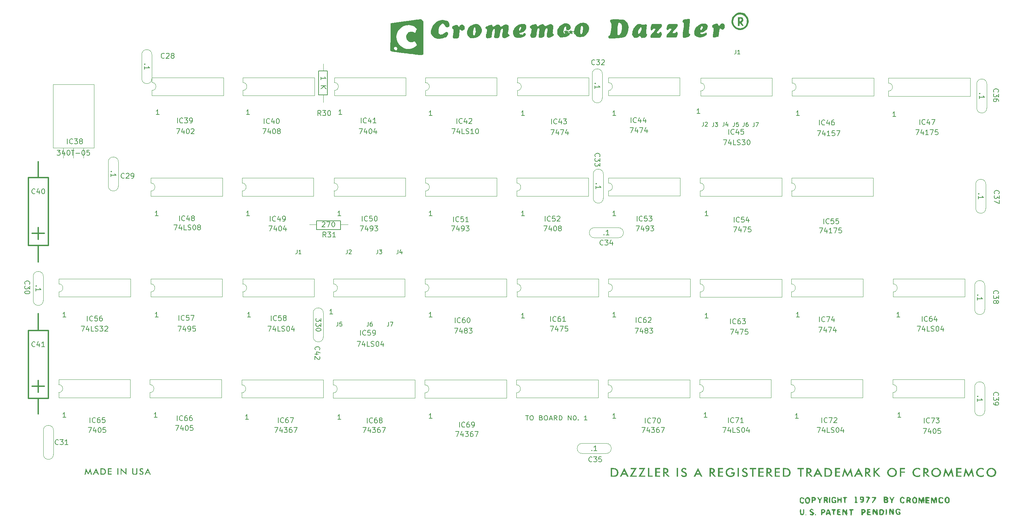
<source format=gto>
G04 #@! TF.GenerationSoftware,KiCad,Pcbnew,8.0.6*
G04 #@! TF.CreationDate,2024-10-27T13:34:51-07:00*
G04 #@! TF.ProjectId,Dazzler2 Rev D,44617a7a-6c65-4723-9220-52657620442e,rev?*
G04 #@! TF.SameCoordinates,Original*
G04 #@! TF.FileFunction,Legend,Top*
G04 #@! TF.FilePolarity,Positive*
%FSLAX46Y46*%
G04 Gerber Fmt 4.6, Leading zero omitted, Abs format (unit mm)*
G04 Created by KiCad (PCBNEW 8.0.6) date 2024-10-27 13:34:51*
%MOMM*%
%LPD*%
G01*
G04 APERTURE LIST*
%ADD10C,0.304800*%
%ADD11C,0.158750*%
%ADD12C,0.203200*%
%ADD13C,0.250000*%
%ADD14C,0.150000*%
%ADD15C,0.300000*%
%ADD16C,0.120000*%
%ADD17C,0.100000*%
%ADD18C,0.127000*%
%ADD19C,0.000000*%
G04 APERTURE END LIST*
D10*
X29210000Y-62992000D02*
X29210000Y-66938000D01*
X29210000Y-126238000D02*
X29210000Y-122292000D01*
X29210000Y-88138000D02*
X29210000Y-83938000D01*
X29210000Y-101092000D02*
X29210000Y-105292000D01*
D11*
X127818059Y-51398321D02*
X127092344Y-51398321D01*
X127455201Y-51398321D02*
X127455201Y-50128321D01*
X127455201Y-50128321D02*
X127334249Y-50309749D01*
X127334249Y-50309749D02*
X127213297Y-50430702D01*
X127213297Y-50430702D02*
X127092344Y-50491178D01*
X36124059Y-127090321D02*
X35398344Y-127090321D01*
X35761201Y-127090321D02*
X35761201Y-125820321D01*
X35761201Y-125820321D02*
X35640249Y-126001749D01*
X35640249Y-126001749D02*
X35519297Y-126122702D01*
X35519297Y-126122702D02*
X35398344Y-126183178D01*
X245166059Y-127090321D02*
X244440344Y-127090321D01*
X244803201Y-127090321D02*
X244803201Y-125820321D01*
X244803201Y-125820321D02*
X244682249Y-126001749D01*
X244682249Y-126001749D02*
X244561297Y-126122702D01*
X244561297Y-126122702D02*
X244440344Y-126183178D01*
X194874059Y-50890321D02*
X194148344Y-50890321D01*
X194511201Y-50890321D02*
X194511201Y-49620321D01*
X194511201Y-49620321D02*
X194390249Y-49801749D01*
X194390249Y-49801749D02*
X194269297Y-49922702D01*
X194269297Y-49922702D02*
X194148344Y-49983178D01*
X59492059Y-51144321D02*
X58766344Y-51144321D01*
X59129201Y-51144321D02*
X59129201Y-49874321D01*
X59129201Y-49874321D02*
X59008249Y-50055749D01*
X59008249Y-50055749D02*
X58887297Y-50176702D01*
X58887297Y-50176702D02*
X58766344Y-50237178D01*
X102926059Y-101182321D02*
X102200344Y-101182321D01*
X102563201Y-101182321D02*
X102563201Y-99912321D01*
X102563201Y-99912321D02*
X102442249Y-100093749D01*
X102442249Y-100093749D02*
X102321297Y-100214702D01*
X102321297Y-100214702D02*
X102200344Y-100275178D01*
X173792059Y-127344321D02*
X173066344Y-127344321D01*
X173429201Y-127344321D02*
X173429201Y-126074321D01*
X173429201Y-126074321D02*
X173308249Y-126255749D01*
X173308249Y-126255749D02*
X173187297Y-126376702D01*
X173187297Y-126376702D02*
X173066344Y-126437178D01*
D12*
X170633571Y-83768006D02*
X170573095Y-83828483D01*
X170573095Y-83828483D02*
X170391666Y-83888959D01*
X170391666Y-83888959D02*
X170270714Y-83888959D01*
X170270714Y-83888959D02*
X170089285Y-83828483D01*
X170089285Y-83828483D02*
X169968333Y-83707530D01*
X169968333Y-83707530D02*
X169907856Y-83586578D01*
X169907856Y-83586578D02*
X169847380Y-83344673D01*
X169847380Y-83344673D02*
X169847380Y-83163244D01*
X169847380Y-83163244D02*
X169907856Y-82921340D01*
X169907856Y-82921340D02*
X169968333Y-82800387D01*
X169968333Y-82800387D02*
X170089285Y-82679435D01*
X170089285Y-82679435D02*
X170270714Y-82618959D01*
X170270714Y-82618959D02*
X170391666Y-82618959D01*
X170391666Y-82618959D02*
X170573095Y-82679435D01*
X170573095Y-82679435D02*
X170633571Y-82739911D01*
X171056904Y-82618959D02*
X171843095Y-82618959D01*
X171843095Y-82618959D02*
X171419761Y-83102768D01*
X171419761Y-83102768D02*
X171601190Y-83102768D01*
X171601190Y-83102768D02*
X171722142Y-83163244D01*
X171722142Y-83163244D02*
X171782618Y-83223721D01*
X171782618Y-83223721D02*
X171843095Y-83344673D01*
X171843095Y-83344673D02*
X171843095Y-83647054D01*
X171843095Y-83647054D02*
X171782618Y-83768006D01*
X171782618Y-83768006D02*
X171722142Y-83828483D01*
X171722142Y-83828483D02*
X171601190Y-83888959D01*
X171601190Y-83888959D02*
X171238333Y-83888959D01*
X171238333Y-83888959D02*
X171117380Y-83828483D01*
X171117380Y-83828483D02*
X171056904Y-83768006D01*
X172931666Y-83042292D02*
X172931666Y-83888959D01*
X172629285Y-82558483D02*
X172326904Y-83465625D01*
X172326904Y-83465625D02*
X173113095Y-83465625D01*
D11*
X36124059Y-101944321D02*
X35398344Y-101944321D01*
X35761201Y-101944321D02*
X35761201Y-100674321D01*
X35761201Y-100674321D02*
X35640249Y-100855749D01*
X35640249Y-100855749D02*
X35519297Y-100976702D01*
X35519297Y-100976702D02*
X35398344Y-101037178D01*
D12*
X268656993Y-70963971D02*
X268596517Y-70903495D01*
X268596517Y-70903495D02*
X268536040Y-70722066D01*
X268536040Y-70722066D02*
X268536040Y-70601114D01*
X268536040Y-70601114D02*
X268596517Y-70419685D01*
X268596517Y-70419685D02*
X268717469Y-70298733D01*
X268717469Y-70298733D02*
X268838421Y-70238256D01*
X268838421Y-70238256D02*
X269080326Y-70177780D01*
X269080326Y-70177780D02*
X269261755Y-70177780D01*
X269261755Y-70177780D02*
X269503659Y-70238256D01*
X269503659Y-70238256D02*
X269624612Y-70298733D01*
X269624612Y-70298733D02*
X269745564Y-70419685D01*
X269745564Y-70419685D02*
X269806040Y-70601114D01*
X269806040Y-70601114D02*
X269806040Y-70722066D01*
X269806040Y-70722066D02*
X269745564Y-70903495D01*
X269745564Y-70903495D02*
X269685088Y-70963971D01*
X269806040Y-71387304D02*
X269806040Y-72173495D01*
X269806040Y-72173495D02*
X269322231Y-71750161D01*
X269322231Y-71750161D02*
X269322231Y-71931590D01*
X269322231Y-71931590D02*
X269261755Y-72052542D01*
X269261755Y-72052542D02*
X269201278Y-72113018D01*
X269201278Y-72113018D02*
X269080326Y-72173495D01*
X269080326Y-72173495D02*
X268777945Y-72173495D01*
X268777945Y-72173495D02*
X268656993Y-72113018D01*
X268656993Y-72113018D02*
X268596517Y-72052542D01*
X268596517Y-72052542D02*
X268536040Y-71931590D01*
X268536040Y-71931590D02*
X268536040Y-71568733D01*
X268536040Y-71568733D02*
X268596517Y-71447780D01*
X268596517Y-71447780D02*
X268656993Y-71387304D01*
X269806040Y-72596828D02*
X269806040Y-73443495D01*
X269806040Y-73443495D02*
X268536040Y-72899209D01*
D11*
X58984059Y-127090321D02*
X58258344Y-127090321D01*
X58621201Y-127090321D02*
X58621201Y-125820321D01*
X58621201Y-125820321D02*
X58500249Y-126001749D01*
X58500249Y-126001749D02*
X58379297Y-126122702D01*
X58379297Y-126122702D02*
X58258344Y-126183178D01*
X82098059Y-76544321D02*
X81372344Y-76544321D01*
X81735201Y-76544321D02*
X81735201Y-75274321D01*
X81735201Y-75274321D02*
X81614249Y-75455749D01*
X81614249Y-75455749D02*
X81493297Y-75576702D01*
X81493297Y-75576702D02*
X81372344Y-75637178D01*
D12*
X34235571Y-133806006D02*
X34175095Y-133866483D01*
X34175095Y-133866483D02*
X33993666Y-133926959D01*
X33993666Y-133926959D02*
X33872714Y-133926959D01*
X33872714Y-133926959D02*
X33691285Y-133866483D01*
X33691285Y-133866483D02*
X33570333Y-133745530D01*
X33570333Y-133745530D02*
X33509856Y-133624578D01*
X33509856Y-133624578D02*
X33449380Y-133382673D01*
X33449380Y-133382673D02*
X33449380Y-133201244D01*
X33449380Y-133201244D02*
X33509856Y-132959340D01*
X33509856Y-132959340D02*
X33570333Y-132838387D01*
X33570333Y-132838387D02*
X33691285Y-132717435D01*
X33691285Y-132717435D02*
X33872714Y-132656959D01*
X33872714Y-132656959D02*
X33993666Y-132656959D01*
X33993666Y-132656959D02*
X34175095Y-132717435D01*
X34175095Y-132717435D02*
X34235571Y-132777911D01*
X34658904Y-132656959D02*
X35445095Y-132656959D01*
X35445095Y-132656959D02*
X35021761Y-133140768D01*
X35021761Y-133140768D02*
X35203190Y-133140768D01*
X35203190Y-133140768D02*
X35324142Y-133201244D01*
X35324142Y-133201244D02*
X35384618Y-133261721D01*
X35384618Y-133261721D02*
X35445095Y-133382673D01*
X35445095Y-133382673D02*
X35445095Y-133685054D01*
X35445095Y-133685054D02*
X35384618Y-133806006D01*
X35384618Y-133806006D02*
X35324142Y-133866483D01*
X35324142Y-133866483D02*
X35203190Y-133926959D01*
X35203190Y-133926959D02*
X34840333Y-133926959D01*
X34840333Y-133926959D02*
X34719380Y-133866483D01*
X34719380Y-133866483D02*
X34658904Y-133806006D01*
X36654619Y-133926959D02*
X35928904Y-133926959D01*
X36291761Y-133926959D02*
X36291761Y-132656959D01*
X36291761Y-132656959D02*
X36170809Y-132838387D01*
X36170809Y-132838387D02*
X36049857Y-132959340D01*
X36049857Y-132959340D02*
X35928904Y-133019816D01*
X268479193Y-96084571D02*
X268418717Y-96024095D01*
X268418717Y-96024095D02*
X268358240Y-95842666D01*
X268358240Y-95842666D02*
X268358240Y-95721714D01*
X268358240Y-95721714D02*
X268418717Y-95540285D01*
X268418717Y-95540285D02*
X268539669Y-95419333D01*
X268539669Y-95419333D02*
X268660621Y-95358856D01*
X268660621Y-95358856D02*
X268902526Y-95298380D01*
X268902526Y-95298380D02*
X269083955Y-95298380D01*
X269083955Y-95298380D02*
X269325859Y-95358856D01*
X269325859Y-95358856D02*
X269446812Y-95419333D01*
X269446812Y-95419333D02*
X269567764Y-95540285D01*
X269567764Y-95540285D02*
X269628240Y-95721714D01*
X269628240Y-95721714D02*
X269628240Y-95842666D01*
X269628240Y-95842666D02*
X269567764Y-96024095D01*
X269567764Y-96024095D02*
X269507288Y-96084571D01*
X269628240Y-96507904D02*
X269628240Y-97294095D01*
X269628240Y-97294095D02*
X269144431Y-96870761D01*
X269144431Y-96870761D02*
X269144431Y-97052190D01*
X269144431Y-97052190D02*
X269083955Y-97173142D01*
X269083955Y-97173142D02*
X269023478Y-97233618D01*
X269023478Y-97233618D02*
X268902526Y-97294095D01*
X268902526Y-97294095D02*
X268600145Y-97294095D01*
X268600145Y-97294095D02*
X268479193Y-97233618D01*
X268479193Y-97233618D02*
X268418717Y-97173142D01*
X268418717Y-97173142D02*
X268358240Y-97052190D01*
X268358240Y-97052190D02*
X268358240Y-96689333D01*
X268358240Y-96689333D02*
X268418717Y-96568380D01*
X268418717Y-96568380D02*
X268479193Y-96507904D01*
X269083955Y-98019809D02*
X269144431Y-97898857D01*
X269144431Y-97898857D02*
X269204907Y-97838380D01*
X269204907Y-97838380D02*
X269325859Y-97777904D01*
X269325859Y-97777904D02*
X269386336Y-97777904D01*
X269386336Y-97777904D02*
X269507288Y-97838380D01*
X269507288Y-97838380D02*
X269567764Y-97898857D01*
X269567764Y-97898857D02*
X269628240Y-98019809D01*
X269628240Y-98019809D02*
X269628240Y-98261714D01*
X269628240Y-98261714D02*
X269567764Y-98382666D01*
X269567764Y-98382666D02*
X269507288Y-98443142D01*
X269507288Y-98443142D02*
X269386336Y-98503619D01*
X269386336Y-98503619D02*
X269325859Y-98503619D01*
X269325859Y-98503619D02*
X269204907Y-98443142D01*
X269204907Y-98443142D02*
X269144431Y-98382666D01*
X269144431Y-98382666D02*
X269083955Y-98261714D01*
X269083955Y-98261714D02*
X269083955Y-98019809D01*
X269083955Y-98019809D02*
X269023478Y-97898857D01*
X269023478Y-97898857D02*
X268963002Y-97838380D01*
X268963002Y-97838380D02*
X268842050Y-97777904D01*
X268842050Y-97777904D02*
X268600145Y-97777904D01*
X268600145Y-97777904D02*
X268479193Y-97838380D01*
X268479193Y-97838380D02*
X268418717Y-97898857D01*
X268418717Y-97898857D02*
X268358240Y-98019809D01*
X268358240Y-98019809D02*
X268358240Y-98261714D01*
X268358240Y-98261714D02*
X268418717Y-98382666D01*
X268418717Y-98382666D02*
X268479193Y-98443142D01*
X268479193Y-98443142D02*
X268600145Y-98503619D01*
X268600145Y-98503619D02*
X268842050Y-98503619D01*
X268842050Y-98503619D02*
X268963002Y-98443142D01*
X268963002Y-98443142D02*
X269023478Y-98382666D01*
X269023478Y-98382666D02*
X269083955Y-98261714D01*
D11*
X82352059Y-101944321D02*
X81626344Y-101944321D01*
X81989201Y-101944321D02*
X81989201Y-100674321D01*
X81989201Y-100674321D02*
X81868249Y-100855749D01*
X81868249Y-100855749D02*
X81747297Y-100976702D01*
X81747297Y-100976702D02*
X81626344Y-101037178D01*
X59238059Y-76544321D02*
X58512344Y-76544321D01*
X58875201Y-76544321D02*
X58875201Y-75274321D01*
X58875201Y-75274321D02*
X58754249Y-75455749D01*
X58754249Y-75455749D02*
X58633297Y-75576702D01*
X58633297Y-75576702D02*
X58512344Y-75637178D01*
X173792059Y-51398321D02*
X173066344Y-51398321D01*
X173429201Y-51398321D02*
X173429201Y-50128321D01*
X173429201Y-50128321D02*
X173308249Y-50309749D01*
X173308249Y-50309749D02*
X173187297Y-50430702D01*
X173187297Y-50430702D02*
X173066344Y-50491178D01*
X173792059Y-101944321D02*
X173066344Y-101944321D01*
X173429201Y-101944321D02*
X173429201Y-100674321D01*
X173429201Y-100674321D02*
X173308249Y-100855749D01*
X173308249Y-100855749D02*
X173187297Y-100976702D01*
X173187297Y-100976702D02*
X173066344Y-101037178D01*
X150932059Y-51398321D02*
X150206344Y-51398321D01*
X150569201Y-51398321D02*
X150569201Y-50128321D01*
X150569201Y-50128321D02*
X150448249Y-50309749D01*
X150448249Y-50309749D02*
X150327297Y-50430702D01*
X150327297Y-50430702D02*
X150206344Y-50491178D01*
X150932059Y-76544321D02*
X150206344Y-76544321D01*
X150569201Y-76544321D02*
X150569201Y-75274321D01*
X150569201Y-75274321D02*
X150448249Y-75455749D01*
X150448249Y-75455749D02*
X150327297Y-75576702D01*
X150327297Y-75576702D02*
X150206344Y-75637178D01*
X219512059Y-127344321D02*
X218786344Y-127344321D01*
X219149201Y-127344321D02*
X219149201Y-126074321D01*
X219149201Y-126074321D02*
X219028249Y-126255749D01*
X219028249Y-126255749D02*
X218907297Y-126376702D01*
X218907297Y-126376702D02*
X218786344Y-126437178D01*
X104958059Y-127598321D02*
X104232344Y-127598321D01*
X104595201Y-127598321D02*
X104595201Y-126328321D01*
X104595201Y-126328321D02*
X104474249Y-126509749D01*
X104474249Y-126509749D02*
X104353297Y-126630702D01*
X104353297Y-126630702D02*
X104232344Y-126691178D01*
X196906059Y-102198321D02*
X196180344Y-102198321D01*
X196543201Y-102198321D02*
X196543201Y-100928321D01*
X196543201Y-100928321D02*
X196422249Y-101109749D01*
X196422249Y-101109749D02*
X196301297Y-101230702D01*
X196301297Y-101230702D02*
X196180344Y-101291178D01*
X81844059Y-127598321D02*
X81118344Y-127598321D01*
X81481201Y-127598321D02*
X81481201Y-126328321D01*
X81481201Y-126328321D02*
X81360249Y-126509749D01*
X81360249Y-126509749D02*
X81239297Y-126630702D01*
X81239297Y-126630702D02*
X81118344Y-126691178D01*
D12*
X101237779Y-81876009D02*
X100814445Y-81271247D01*
X100512064Y-81876009D02*
X100512064Y-80606009D01*
X100512064Y-80606009D02*
X100995874Y-80606009D01*
X100995874Y-80606009D02*
X101116826Y-80666485D01*
X101116826Y-80666485D02*
X101177303Y-80726961D01*
X101177303Y-80726961D02*
X101237779Y-80847913D01*
X101237779Y-80847913D02*
X101237779Y-81029342D01*
X101237779Y-81029342D02*
X101177303Y-81150294D01*
X101177303Y-81150294D02*
X101116826Y-81210771D01*
X101116826Y-81210771D02*
X100995874Y-81271247D01*
X100995874Y-81271247D02*
X100512064Y-81271247D01*
X101661112Y-80606009D02*
X102447303Y-80606009D01*
X102447303Y-80606009D02*
X102023969Y-81089818D01*
X102023969Y-81089818D02*
X102205398Y-81089818D01*
X102205398Y-81089818D02*
X102326350Y-81150294D01*
X102326350Y-81150294D02*
X102386826Y-81210771D01*
X102386826Y-81210771D02*
X102447303Y-81331723D01*
X102447303Y-81331723D02*
X102447303Y-81634104D01*
X102447303Y-81634104D02*
X102386826Y-81755056D01*
X102386826Y-81755056D02*
X102326350Y-81815533D01*
X102326350Y-81815533D02*
X102205398Y-81876009D01*
X102205398Y-81876009D02*
X101842541Y-81876009D01*
X101842541Y-81876009D02*
X101721588Y-81815533D01*
X101721588Y-81815533D02*
X101661112Y-81755056D01*
X103656827Y-81876009D02*
X102931112Y-81876009D01*
X103293969Y-81876009D02*
X103293969Y-80606009D01*
X103293969Y-80606009D02*
X103173017Y-80787437D01*
X103173017Y-80787437D02*
X103052065Y-80908390D01*
X103052065Y-80908390D02*
X102931112Y-80968866D01*
X25959993Y-93671571D02*
X25899517Y-93611095D01*
X25899517Y-93611095D02*
X25839040Y-93429666D01*
X25839040Y-93429666D02*
X25839040Y-93308714D01*
X25839040Y-93308714D02*
X25899517Y-93127285D01*
X25899517Y-93127285D02*
X26020469Y-93006333D01*
X26020469Y-93006333D02*
X26141421Y-92945856D01*
X26141421Y-92945856D02*
X26383326Y-92885380D01*
X26383326Y-92885380D02*
X26564755Y-92885380D01*
X26564755Y-92885380D02*
X26806659Y-92945856D01*
X26806659Y-92945856D02*
X26927612Y-93006333D01*
X26927612Y-93006333D02*
X27048564Y-93127285D01*
X27048564Y-93127285D02*
X27109040Y-93308714D01*
X27109040Y-93308714D02*
X27109040Y-93429666D01*
X27109040Y-93429666D02*
X27048564Y-93611095D01*
X27048564Y-93611095D02*
X26988088Y-93671571D01*
X27109040Y-94094904D02*
X27109040Y-94881095D01*
X27109040Y-94881095D02*
X26625231Y-94457761D01*
X26625231Y-94457761D02*
X26625231Y-94639190D01*
X26625231Y-94639190D02*
X26564755Y-94760142D01*
X26564755Y-94760142D02*
X26504278Y-94820618D01*
X26504278Y-94820618D02*
X26383326Y-94881095D01*
X26383326Y-94881095D02*
X26080945Y-94881095D01*
X26080945Y-94881095D02*
X25959993Y-94820618D01*
X25959993Y-94820618D02*
X25899517Y-94760142D01*
X25899517Y-94760142D02*
X25839040Y-94639190D01*
X25839040Y-94639190D02*
X25839040Y-94276333D01*
X25839040Y-94276333D02*
X25899517Y-94155380D01*
X25899517Y-94155380D02*
X25959993Y-94094904D01*
X27109040Y-95667285D02*
X27109040Y-95788238D01*
X27109040Y-95788238D02*
X27048564Y-95909190D01*
X27048564Y-95909190D02*
X26988088Y-95969666D01*
X26988088Y-95969666D02*
X26867136Y-96030142D01*
X26867136Y-96030142D02*
X26625231Y-96090619D01*
X26625231Y-96090619D02*
X26322850Y-96090619D01*
X26322850Y-96090619D02*
X26080945Y-96030142D01*
X26080945Y-96030142D02*
X25959993Y-95969666D01*
X25959993Y-95969666D02*
X25899517Y-95909190D01*
X25899517Y-95909190D02*
X25839040Y-95788238D01*
X25839040Y-95788238D02*
X25839040Y-95667285D01*
X25839040Y-95667285D02*
X25899517Y-95546333D01*
X25899517Y-95546333D02*
X25959993Y-95485857D01*
X25959993Y-95485857D02*
X26080945Y-95425380D01*
X26080945Y-95425380D02*
X26322850Y-95364904D01*
X26322850Y-95364904D02*
X26625231Y-95364904D01*
X26625231Y-95364904D02*
X26867136Y-95425380D01*
X26867136Y-95425380D02*
X26988088Y-95485857D01*
X26988088Y-95485857D02*
X27048564Y-95546333D01*
X27048564Y-95546333D02*
X27109040Y-95667285D01*
D11*
X243896059Y-51652321D02*
X243170344Y-51652321D01*
X243533201Y-51652321D02*
X243533201Y-50382321D01*
X243533201Y-50382321D02*
X243412249Y-50563749D01*
X243412249Y-50563749D02*
X243291297Y-50684702D01*
X243291297Y-50684702D02*
X243170344Y-50745178D01*
X196652059Y-127090321D02*
X195926344Y-127090321D01*
X196289201Y-127090321D02*
X196289201Y-125820321D01*
X196289201Y-125820321D02*
X196168249Y-126001749D01*
X196168249Y-126001749D02*
X196047297Y-126122702D01*
X196047297Y-126122702D02*
X195926344Y-126183178D01*
D13*
G36*
X173125709Y-139792817D02*
G01*
X173260398Y-139795819D01*
X173380892Y-139801129D01*
X173506750Y-139810549D01*
X173627752Y-139825742D01*
X173697149Y-139839364D01*
X173805682Y-139871020D01*
X173917079Y-139918058D01*
X174018795Y-139977584D01*
X174047422Y-139997877D01*
X174141047Y-140076093D01*
X174222559Y-140164585D01*
X174291960Y-140263354D01*
X174349248Y-140372399D01*
X174389173Y-140475421D01*
X174419292Y-140584665D01*
X174439605Y-140700132D01*
X174450112Y-140821821D01*
X174451713Y-140894151D01*
X174448110Y-141001645D01*
X174434802Y-141121181D01*
X174411687Y-141234393D01*
X174378767Y-141341279D01*
X174349248Y-141413753D01*
X174291960Y-141521925D01*
X174222559Y-141620224D01*
X174141047Y-141708649D01*
X174047422Y-141787200D01*
X173949371Y-141850474D01*
X173843163Y-141901258D01*
X173728797Y-141939554D01*
X173704945Y-141945714D01*
X173580275Y-141968572D01*
X173459921Y-141981178D01*
X173340471Y-141988382D01*
X173205986Y-141992261D01*
X173107976Y-141993000D01*
X173007739Y-141993000D01*
X172504882Y-141993000D01*
X172504882Y-141683495D01*
X172877431Y-141683495D01*
X173190951Y-141683495D01*
X173312071Y-141681413D01*
X173429027Y-141674093D01*
X173544217Y-141657988D01*
X173578535Y-141650180D01*
X173685078Y-141611818D01*
X173784802Y-141551312D01*
X173802955Y-141536803D01*
X173884777Y-141456022D01*
X173951070Y-141362923D01*
X173997861Y-141267598D01*
X174032219Y-141161706D01*
X174053853Y-141045528D01*
X174062442Y-140932175D01*
X174063015Y-140892539D01*
X174057861Y-140776451D01*
X174042400Y-140668779D01*
X174013131Y-140559014D01*
X173997861Y-140518017D01*
X173945685Y-140413414D01*
X173877981Y-140321256D01*
X173802955Y-140248275D01*
X173710710Y-140187535D01*
X173603542Y-140144486D01*
X173570182Y-140135435D01*
X173459119Y-140116162D01*
X173341428Y-140106343D01*
X173216549Y-140102112D01*
X173146958Y-140101583D01*
X173012194Y-140101583D01*
X172877431Y-140101583D01*
X172877431Y-141683495D01*
X172504882Y-141683495D01*
X172504882Y-139792078D01*
X173007739Y-139792078D01*
X173125709Y-139792817D01*
G37*
G36*
X177029481Y-141993000D02*
G01*
X176636328Y-141993000D01*
X176376825Y-141442769D01*
X175468007Y-141442769D01*
X175201822Y-141993000D01*
X174810339Y-141993000D01*
X175244091Y-141133265D01*
X175606112Y-141133265D01*
X176244846Y-141133265D01*
X176009845Y-140660411D01*
X175968913Y-140560352D01*
X175967523Y-140556705D01*
X175932231Y-140451788D01*
X175924087Y-140425058D01*
X175891849Y-140529920D01*
X175883992Y-140552406D01*
X175843825Y-140654195D01*
X175841113Y-140660411D01*
X175606112Y-141133265D01*
X175244091Y-141133265D01*
X175920745Y-139792078D01*
X177029481Y-141993000D01*
G37*
G36*
X177310702Y-141993000D02*
G01*
X178479023Y-140101583D01*
X177506165Y-140101583D01*
X177506165Y-139792078D01*
X179052046Y-139792078D01*
X177894863Y-141683495D01*
X179066525Y-141683495D01*
X179066525Y-141993000D01*
X177310702Y-141993000D01*
G37*
G36*
X179460235Y-141993000D02*
G01*
X180628556Y-140101583D01*
X179655697Y-140101583D01*
X179655697Y-139792078D01*
X181201579Y-139792078D01*
X180044395Y-141683495D01*
X181216057Y-141683495D01*
X181216057Y-141993000D01*
X179460235Y-141993000D01*
G37*
G36*
X181844768Y-141993000D02*
G01*
X181844768Y-139792078D01*
X182217316Y-139792078D01*
X182217316Y-141683495D01*
X183050399Y-141683495D01*
X183050399Y-141993000D01*
X181844768Y-141993000D01*
G37*
G36*
X183655721Y-141993000D02*
G01*
X183655721Y-139792078D01*
X184935417Y-139792078D01*
X184935417Y-140101583D01*
X184028270Y-140101583D01*
X184028270Y-140651813D01*
X184935417Y-140651813D01*
X184935417Y-140961318D01*
X184028270Y-140961318D01*
X184028270Y-141683495D01*
X184935417Y-141683495D01*
X184935417Y-141993000D01*
X183655721Y-141993000D01*
G37*
G36*
X186305634Y-139794374D02*
G01*
X186420511Y-139802308D01*
X186531803Y-139819309D01*
X186539770Y-139821094D01*
X186649804Y-139856798D01*
X186749641Y-139913621D01*
X186755280Y-139917815D01*
X186839074Y-139997861D01*
X186900277Y-140088397D01*
X186919558Y-140127375D01*
X186957055Y-140235798D01*
X186974701Y-140343122D01*
X186977473Y-140408938D01*
X186971104Y-140521345D01*
X186948229Y-140636083D01*
X186902608Y-140747660D01*
X186844380Y-140831283D01*
X186759472Y-140907214D01*
X186654477Y-140963933D01*
X186544286Y-140998222D01*
X186451227Y-141013976D01*
X187240317Y-141993000D01*
X186819321Y-141993000D01*
X186056404Y-141030096D01*
X186014081Y-141030096D01*
X186014081Y-141993000D01*
X185664921Y-141993000D01*
X185664921Y-140754981D01*
X186037470Y-140754981D01*
X186104852Y-140754981D01*
X186224707Y-140751716D01*
X186338388Y-140739987D01*
X186454122Y-140709931D01*
X186497448Y-140686740D01*
X186567397Y-140599119D01*
X186593378Y-140485743D01*
X186594900Y-140443865D01*
X186582595Y-140327712D01*
X186536324Y-140224330D01*
X186490765Y-140178959D01*
X186387682Y-140131808D01*
X186277583Y-140110726D01*
X186156124Y-140102263D01*
X186104852Y-140101583D01*
X186037470Y-140101583D01*
X186037470Y-140754981D01*
X185664921Y-140754981D01*
X185664921Y-139792078D01*
X186185041Y-139792078D01*
X186305634Y-139794374D01*
G37*
G36*
X189043474Y-141993000D02*
G01*
X189043474Y-139792078D01*
X189416023Y-139792078D01*
X189416023Y-141993000D01*
X189043474Y-141993000D01*
G37*
G36*
X190126593Y-141543788D02*
G01*
X190423964Y-141408380D01*
X190465573Y-141511573D01*
X190532919Y-141600684D01*
X190578775Y-141638896D01*
X190680918Y-141690038D01*
X190793476Y-141714105D01*
X190867235Y-141717884D01*
X190982143Y-141705265D01*
X191085063Y-141663115D01*
X191131193Y-141628150D01*
X191198192Y-141538010D01*
X191226810Y-141433495D01*
X191229203Y-141387961D01*
X191202685Y-141281257D01*
X191134590Y-141191976D01*
X191040632Y-141118152D01*
X190934561Y-141058067D01*
X190893965Y-141038694D01*
X190821572Y-141005379D01*
X190709395Y-140950470D01*
X190609536Y-140897241D01*
X190505964Y-140835581D01*
X190407548Y-140766702D01*
X190324634Y-140692012D01*
X190316487Y-140682979D01*
X190250119Y-140586342D01*
X190208332Y-140477112D01*
X190191740Y-140368038D01*
X190190634Y-140329413D01*
X190199721Y-140216077D01*
X190232359Y-140098577D01*
X190288733Y-139993906D01*
X190368845Y-139902063D01*
X190380528Y-139891485D01*
X190469499Y-139825952D01*
X190569769Y-139776515D01*
X190681337Y-139743173D01*
X190804204Y-139725927D01*
X190879487Y-139723300D01*
X191001233Y-139729244D01*
X191112538Y-139747077D01*
X191225276Y-139781349D01*
X191303824Y-139818408D01*
X191400396Y-139885596D01*
X191476412Y-139968945D01*
X191531871Y-140068457D01*
X191540496Y-140090299D01*
X191249251Y-140239140D01*
X191181578Y-140151527D01*
X191097781Y-140082776D01*
X190991934Y-140041051D01*
X190909558Y-140032804D01*
X190797595Y-140045308D01*
X190693761Y-140090811D01*
X190670659Y-140108568D01*
X190604252Y-140197363D01*
X190582203Y-140304276D01*
X190582116Y-140312218D01*
X190612863Y-140422530D01*
X190691817Y-140517017D01*
X190782918Y-140585678D01*
X190879713Y-140641453D01*
X190970814Y-140685128D01*
X191017591Y-140706621D01*
X191118552Y-140752977D01*
X191225994Y-140808188D01*
X191332438Y-140872028D01*
X191429160Y-140944232D01*
X191484251Y-140997856D01*
X191551207Y-141093496D01*
X191593364Y-141203093D01*
X191610103Y-141313665D01*
X191611219Y-141353034D01*
X191603994Y-141464640D01*
X191577305Y-141583578D01*
X191530950Y-141690380D01*
X191464930Y-141785045D01*
X191405732Y-141845233D01*
X191309174Y-141916210D01*
X191198812Y-141969753D01*
X191074647Y-142005865D01*
X190957234Y-142022942D01*
X190851643Y-142027389D01*
X190728555Y-142021398D01*
X190615594Y-142003425D01*
X190498894Y-141968213D01*
X190395420Y-141917351D01*
X190371618Y-141902190D01*
X190286138Y-141832840D01*
X190209276Y-141738685D01*
X190158113Y-141640646D01*
X190126593Y-141543788D01*
G37*
G36*
X195502095Y-141993000D02*
G01*
X195108942Y-141993000D01*
X194849439Y-141442769D01*
X193940621Y-141442769D01*
X193674436Y-141993000D01*
X193282953Y-141993000D01*
X193716706Y-141133265D01*
X194078726Y-141133265D01*
X194717460Y-141133265D01*
X194482459Y-140660411D01*
X194441527Y-140560352D01*
X194440137Y-140556705D01*
X194404845Y-140451788D01*
X194396701Y-140425058D01*
X194364463Y-140529920D01*
X194356606Y-140552406D01*
X194316439Y-140654195D01*
X194313727Y-140660411D01*
X194078726Y-141133265D01*
X193716706Y-141133265D01*
X194393360Y-139792078D01*
X195502095Y-141993000D01*
G37*
G36*
X197933157Y-139794374D02*
G01*
X198048034Y-139802308D01*
X198159326Y-139819309D01*
X198167293Y-139821094D01*
X198277327Y-139856798D01*
X198377164Y-139913621D01*
X198382803Y-139917815D01*
X198466597Y-139997861D01*
X198527799Y-140088397D01*
X198547080Y-140127375D01*
X198584578Y-140235798D01*
X198602224Y-140343122D01*
X198604995Y-140408938D01*
X198598627Y-140521345D01*
X198575751Y-140636083D01*
X198530131Y-140747660D01*
X198471903Y-140831283D01*
X198386994Y-140907214D01*
X198282000Y-140963933D01*
X198171808Y-140998222D01*
X198078750Y-141013976D01*
X198867840Y-141993000D01*
X198446843Y-141993000D01*
X197683926Y-141030096D01*
X197641604Y-141030096D01*
X197641604Y-141993000D01*
X197292444Y-141993000D01*
X197292444Y-140754981D01*
X197664993Y-140754981D01*
X197732374Y-140754981D01*
X197852230Y-140751716D01*
X197965910Y-140739987D01*
X198081645Y-140709931D01*
X198124970Y-140686740D01*
X198194919Y-140599119D01*
X198220900Y-140485743D01*
X198222423Y-140443865D01*
X198210118Y-140327712D01*
X198163847Y-140224330D01*
X198118288Y-140178959D01*
X198015205Y-140131808D01*
X197905106Y-140110726D01*
X197783646Y-140102263D01*
X197732374Y-140101583D01*
X197664993Y-140101583D01*
X197664993Y-140754981D01*
X197292444Y-140754981D01*
X197292444Y-139792078D01*
X197812564Y-139792078D01*
X197933157Y-139794374D01*
G37*
G36*
X199390744Y-141993000D02*
G01*
X199390744Y-139792078D01*
X200670440Y-139792078D01*
X200670440Y-140101583D01*
X199763293Y-140101583D01*
X199763293Y-140651813D01*
X200670440Y-140651813D01*
X200670440Y-140961318D01*
X199763293Y-140961318D01*
X199763293Y-141683495D01*
X200670440Y-141683495D01*
X200670440Y-141993000D01*
X199390744Y-141993000D01*
G37*
G36*
X202670173Y-140858150D02*
G01*
X203578434Y-140858150D01*
X203580105Y-140920480D01*
X203584033Y-141029320D01*
X203584560Y-141062874D01*
X203580227Y-141174136D01*
X203562623Y-141304240D01*
X203531478Y-141424374D01*
X203486793Y-141534538D01*
X203428566Y-141634732D01*
X203356797Y-141724956D01*
X203307237Y-141774304D01*
X203215040Y-141847215D01*
X203111776Y-141907767D01*
X202997446Y-141955962D01*
X202872049Y-141991799D01*
X202735585Y-142015278D01*
X202618445Y-142025165D01*
X202525943Y-142027389D01*
X202405570Y-142023583D01*
X202291005Y-142012167D01*
X202167188Y-141989801D01*
X202050958Y-141957493D01*
X202023086Y-141947863D01*
X201916236Y-141903030D01*
X201816207Y-141848054D01*
X201723001Y-141782935D01*
X201636616Y-141707675D01*
X201559802Y-141624690D01*
X201492525Y-141534788D01*
X201434784Y-141437967D01*
X201386579Y-141334228D01*
X201348573Y-141225149D01*
X201321425Y-141112309D01*
X201305137Y-140995707D01*
X201299707Y-140875344D01*
X201305241Y-140753369D01*
X201321843Y-140636230D01*
X201349512Y-140523928D01*
X201388250Y-140416461D01*
X201437847Y-140314502D01*
X201498093Y-140218722D01*
X201568990Y-140129121D01*
X201650538Y-140045700D01*
X201737967Y-139971682D01*
X201832635Y-139907068D01*
X201934543Y-139851857D01*
X202043690Y-139806049D01*
X202158406Y-139769846D01*
X202277020Y-139743987D01*
X202399533Y-139728471D01*
X202525943Y-139723300D01*
X202641630Y-139727748D01*
X202767188Y-139743725D01*
X202885645Y-139771322D01*
X202997003Y-139810539D01*
X203010423Y-139816258D01*
X203114454Y-139868951D01*
X203212707Y-139934069D01*
X203305183Y-140011613D01*
X203391882Y-140101583D01*
X203119570Y-140307919D01*
X203044240Y-140227917D01*
X202954593Y-140156037D01*
X202857840Y-140101046D01*
X202753770Y-140062193D01*
X202641409Y-140039468D01*
X202532069Y-140032804D01*
X202418978Y-140038484D01*
X202292063Y-140060297D01*
X202174741Y-140098469D01*
X202067012Y-140153000D01*
X201968876Y-140223890D01*
X201923406Y-140265470D01*
X201843353Y-140357430D01*
X201779863Y-140459212D01*
X201732935Y-140570818D01*
X201702570Y-140692248D01*
X201689918Y-140800942D01*
X201687848Y-140869434D01*
X201693599Y-140984003D01*
X201710852Y-141091619D01*
X201746737Y-141211581D01*
X201799186Y-141321531D01*
X201868197Y-141421469D01*
X201923406Y-141482532D01*
X202016863Y-141562515D01*
X202120147Y-141625950D01*
X202233260Y-141672836D01*
X202356201Y-141703175D01*
X202488970Y-141716965D01*
X202535410Y-141717884D01*
X202650480Y-141712992D01*
X202772605Y-141694916D01*
X202881672Y-141663521D01*
X202990332Y-141611333D01*
X203038267Y-141578715D01*
X203118422Y-141502548D01*
X203181222Y-141401766D01*
X203215037Y-141285003D01*
X203221478Y-141198282D01*
X203221478Y-141167654D01*
X202670173Y-141167654D01*
X202670173Y-140858150D01*
G37*
G36*
X204281766Y-141993000D02*
G01*
X204281766Y-139792078D01*
X204654314Y-139792078D01*
X204654314Y-141993000D01*
X204281766Y-141993000D01*
G37*
G36*
X205364885Y-141543788D02*
G01*
X205662256Y-141408380D01*
X205703865Y-141511573D01*
X205771210Y-141600684D01*
X205817066Y-141638896D01*
X205919209Y-141690038D01*
X206031767Y-141714105D01*
X206105527Y-141717884D01*
X206220434Y-141705265D01*
X206323355Y-141663115D01*
X206369485Y-141628150D01*
X206436484Y-141538010D01*
X206465102Y-141433495D01*
X206467495Y-141387961D01*
X206440977Y-141281257D01*
X206372882Y-141191976D01*
X206278924Y-141118152D01*
X206172852Y-141058067D01*
X206132257Y-141038694D01*
X206059863Y-141005379D01*
X205947687Y-140950470D01*
X205847827Y-140897241D01*
X205744255Y-140835581D01*
X205645839Y-140766702D01*
X205562926Y-140692012D01*
X205554779Y-140682979D01*
X205488411Y-140586342D01*
X205446624Y-140477112D01*
X205430032Y-140368038D01*
X205428926Y-140329413D01*
X205438012Y-140216077D01*
X205470650Y-140098577D01*
X205527025Y-139993906D01*
X205607137Y-139902063D01*
X205618819Y-139891485D01*
X205707791Y-139825952D01*
X205808061Y-139776515D01*
X205919629Y-139743173D01*
X206042496Y-139725927D01*
X206117778Y-139723300D01*
X206239525Y-139729244D01*
X206350830Y-139747077D01*
X206463567Y-139781349D01*
X206542116Y-139818408D01*
X206638688Y-139885596D01*
X206714703Y-139968945D01*
X206770162Y-140068457D01*
X206778787Y-140090299D01*
X206487542Y-140239140D01*
X206419869Y-140151527D01*
X206336073Y-140082776D01*
X206230225Y-140041051D01*
X206147849Y-140032804D01*
X206035887Y-140045308D01*
X205932052Y-140090811D01*
X205908951Y-140108568D01*
X205842543Y-140197363D01*
X205820494Y-140304276D01*
X205820408Y-140312218D01*
X205851154Y-140422530D01*
X205930109Y-140517017D01*
X206021210Y-140585678D01*
X206118005Y-140641453D01*
X206209106Y-140685128D01*
X206255883Y-140706621D01*
X206356844Y-140752977D01*
X206464285Y-140808188D01*
X206570730Y-140872028D01*
X206667452Y-140944232D01*
X206722543Y-140997856D01*
X206789498Y-141093496D01*
X206831656Y-141203093D01*
X206848394Y-141313665D01*
X206849510Y-141353034D01*
X206842286Y-141464640D01*
X206815597Y-141583578D01*
X206769242Y-141690380D01*
X206703222Y-141785045D01*
X206644024Y-141845233D01*
X206547466Y-141916210D01*
X206437104Y-141969753D01*
X206312939Y-142005865D01*
X206195526Y-142022942D01*
X206089935Y-142027389D01*
X205966847Y-142021398D01*
X205853885Y-142003425D01*
X205737186Y-141968213D01*
X205633711Y-141917351D01*
X205609909Y-141902190D01*
X205524429Y-141832840D01*
X205447568Y-141738685D01*
X205396405Y-141640646D01*
X205364885Y-141543788D01*
G37*
G36*
X208299609Y-140101583D02*
G01*
X208299609Y-141993000D01*
X207927061Y-141993000D01*
X207927061Y-140101583D01*
X207317841Y-140101583D01*
X207317841Y-139792078D01*
X208906045Y-139792078D01*
X208906045Y-140101583D01*
X208299609Y-140101583D01*
G37*
G36*
X209494660Y-141993000D02*
G01*
X209494660Y-139792078D01*
X210774356Y-139792078D01*
X210774356Y-140101583D01*
X209867209Y-140101583D01*
X209867209Y-140651813D01*
X210774356Y-140651813D01*
X210774356Y-140961318D01*
X209867209Y-140961318D01*
X209867209Y-141683495D01*
X210774356Y-141683495D01*
X210774356Y-141993000D01*
X209494660Y-141993000D01*
G37*
G36*
X212144574Y-139794374D02*
G01*
X212259451Y-139802308D01*
X212370743Y-139819309D01*
X212378709Y-139821094D01*
X212488743Y-139856798D01*
X212588580Y-139913621D01*
X212594219Y-139917815D01*
X212678014Y-139997861D01*
X212739216Y-140088397D01*
X212758497Y-140127375D01*
X212795995Y-140235798D01*
X212813641Y-140343122D01*
X212816412Y-140408938D01*
X212810043Y-140521345D01*
X212787168Y-140636083D01*
X212741547Y-140747660D01*
X212683319Y-140831283D01*
X212598411Y-140907214D01*
X212493416Y-140963933D01*
X212383225Y-140998222D01*
X212290166Y-141013976D01*
X213079256Y-141993000D01*
X212658260Y-141993000D01*
X211895343Y-141030096D01*
X211853020Y-141030096D01*
X211853020Y-141993000D01*
X211503861Y-141993000D01*
X211503861Y-140754981D01*
X211876409Y-140754981D01*
X211943791Y-140754981D01*
X212063646Y-140751716D01*
X212177327Y-140739987D01*
X212293062Y-140709931D01*
X212336387Y-140686740D01*
X212406336Y-140599119D01*
X212432317Y-140485743D01*
X212433840Y-140443865D01*
X212421535Y-140327712D01*
X212375264Y-140224330D01*
X212329704Y-140178959D01*
X212226622Y-140131808D01*
X212116522Y-140110726D01*
X211995063Y-140102263D01*
X211943791Y-140101583D01*
X211876409Y-140101583D01*
X211876409Y-140754981D01*
X211503861Y-140754981D01*
X211503861Y-139792078D01*
X212023981Y-139792078D01*
X212144574Y-139794374D01*
G37*
G36*
X213602161Y-141993000D02*
G01*
X213602161Y-139792078D01*
X214881856Y-139792078D01*
X214881856Y-140101583D01*
X213974709Y-140101583D01*
X213974709Y-140651813D01*
X214881856Y-140651813D01*
X214881856Y-140961318D01*
X213974709Y-140961318D01*
X213974709Y-141683495D01*
X214881856Y-141683495D01*
X214881856Y-141993000D01*
X213602161Y-141993000D01*
G37*
G36*
X216232188Y-139792817D02*
G01*
X216366877Y-139795819D01*
X216487371Y-139801129D01*
X216613229Y-139810549D01*
X216734230Y-139825742D01*
X216803628Y-139839364D01*
X216912161Y-139871020D01*
X217023557Y-139918058D01*
X217125274Y-139977584D01*
X217153901Y-139997877D01*
X217247525Y-140076093D01*
X217329038Y-140164585D01*
X217398438Y-140263354D01*
X217455727Y-140372399D01*
X217495652Y-140475421D01*
X217525771Y-140584665D01*
X217546084Y-140700132D01*
X217556590Y-140821821D01*
X217558191Y-140894151D01*
X217554589Y-141001645D01*
X217541281Y-141121181D01*
X217518166Y-141234393D01*
X217485245Y-141341279D01*
X217455727Y-141413753D01*
X217398438Y-141521925D01*
X217329038Y-141620224D01*
X217247525Y-141708649D01*
X217153901Y-141787200D01*
X217055850Y-141850474D01*
X216949642Y-141901258D01*
X216835276Y-141939554D01*
X216811424Y-141945714D01*
X216686754Y-141968572D01*
X216566399Y-141981178D01*
X216446950Y-141988382D01*
X216312465Y-141992261D01*
X216214455Y-141993000D01*
X216114218Y-141993000D01*
X215611361Y-141993000D01*
X215611361Y-141683495D01*
X215983909Y-141683495D01*
X216297429Y-141683495D01*
X216418549Y-141681413D01*
X216535506Y-141674093D01*
X216650696Y-141657988D01*
X216685013Y-141650180D01*
X216791557Y-141611818D01*
X216891280Y-141551312D01*
X216909434Y-141536803D01*
X216991256Y-141456022D01*
X217057549Y-141362923D01*
X217104339Y-141267598D01*
X217138698Y-141161706D01*
X217160331Y-141045528D01*
X217168921Y-140932175D01*
X217169494Y-140892539D01*
X217164340Y-140776451D01*
X217148878Y-140668779D01*
X217119610Y-140559014D01*
X217104339Y-140518017D01*
X217052164Y-140413414D01*
X216984459Y-140321256D01*
X216909434Y-140248275D01*
X216817188Y-140187535D01*
X216710021Y-140144486D01*
X216676660Y-140135435D01*
X216565598Y-140116162D01*
X216447907Y-140106343D01*
X216323028Y-140102112D01*
X216253436Y-140101583D01*
X216118673Y-140101583D01*
X215983909Y-140101583D01*
X215983909Y-141683495D01*
X215611361Y-141683495D01*
X215611361Y-139792078D01*
X216114218Y-139792078D01*
X216232188Y-139792817D01*
G37*
G36*
X220299124Y-140101583D02*
G01*
X220299124Y-141993000D01*
X219926575Y-141993000D01*
X219926575Y-140101583D01*
X219317355Y-140101583D01*
X219317355Y-139792078D01*
X220905559Y-139792078D01*
X220905559Y-140101583D01*
X220299124Y-140101583D01*
G37*
G36*
X222134888Y-139794374D02*
G01*
X222249765Y-139802308D01*
X222361057Y-139819309D01*
X222369023Y-139821094D01*
X222479057Y-139856798D01*
X222578894Y-139913621D01*
X222584533Y-139917815D01*
X222668328Y-139997861D01*
X222729530Y-140088397D01*
X222748811Y-140127375D01*
X222786309Y-140235798D01*
X222803955Y-140343122D01*
X222806726Y-140408938D01*
X222800357Y-140521345D01*
X222777482Y-140636083D01*
X222731861Y-140747660D01*
X222673633Y-140831283D01*
X222588725Y-140907214D01*
X222483731Y-140963933D01*
X222373539Y-140998222D01*
X222280480Y-141013976D01*
X223069570Y-141993000D01*
X222648574Y-141993000D01*
X221885657Y-141030096D01*
X221843334Y-141030096D01*
X221843334Y-141993000D01*
X221494175Y-141993000D01*
X221494175Y-140754981D01*
X221866723Y-140754981D01*
X221934105Y-140754981D01*
X222053961Y-140751716D01*
X222167641Y-140739987D01*
X222283376Y-140709931D01*
X222326701Y-140686740D01*
X222396650Y-140599119D01*
X222422631Y-140485743D01*
X222424154Y-140443865D01*
X222411849Y-140327712D01*
X222365578Y-140224330D01*
X222320018Y-140178959D01*
X222216936Y-140131808D01*
X222106836Y-140110726D01*
X221985377Y-140102263D01*
X221934105Y-140101583D01*
X221866723Y-140101583D01*
X221866723Y-140754981D01*
X221494175Y-140754981D01*
X221494175Y-139792078D01*
X222014295Y-139792078D01*
X222134888Y-139794374D01*
G37*
G36*
X225499767Y-141993000D02*
G01*
X225106614Y-141993000D01*
X224847111Y-141442769D01*
X223938293Y-141442769D01*
X223672108Y-141993000D01*
X223280625Y-141993000D01*
X223714378Y-141133265D01*
X224076398Y-141133265D01*
X224715132Y-141133265D01*
X224480131Y-140660411D01*
X224439199Y-140560352D01*
X224437809Y-140556705D01*
X224402517Y-140451788D01*
X224394373Y-140425058D01*
X224362135Y-140529920D01*
X224354278Y-140552406D01*
X224314111Y-140654195D01*
X224311399Y-140660411D01*
X224076398Y-141133265D01*
X223714378Y-141133265D01*
X224391032Y-139792078D01*
X225499767Y-141993000D01*
G37*
G36*
X226636816Y-139792817D02*
G01*
X226771505Y-139795819D01*
X226891999Y-139801129D01*
X227017857Y-139810549D01*
X227138858Y-139825742D01*
X227208256Y-139839364D01*
X227316789Y-139871020D01*
X227428185Y-139918058D01*
X227529902Y-139977584D01*
X227558529Y-139997877D01*
X227652154Y-140076093D01*
X227733666Y-140164585D01*
X227803066Y-140263354D01*
X227860355Y-140372399D01*
X227900280Y-140475421D01*
X227930399Y-140584665D01*
X227950712Y-140700132D01*
X227961218Y-140821821D01*
X227962819Y-140894151D01*
X227959217Y-141001645D01*
X227945909Y-141121181D01*
X227922794Y-141234393D01*
X227889873Y-141341279D01*
X227860355Y-141413753D01*
X227803066Y-141521925D01*
X227733666Y-141620224D01*
X227652154Y-141708649D01*
X227558529Y-141787200D01*
X227460478Y-141850474D01*
X227354270Y-141901258D01*
X227239904Y-141939554D01*
X227216052Y-141945714D01*
X227091382Y-141968572D01*
X226971027Y-141981178D01*
X226851578Y-141988382D01*
X226717093Y-141992261D01*
X226619083Y-141993000D01*
X226518846Y-141993000D01*
X226015989Y-141993000D01*
X226015989Y-141683495D01*
X226388538Y-141683495D01*
X226702057Y-141683495D01*
X226823177Y-141681413D01*
X226940134Y-141674093D01*
X227055324Y-141657988D01*
X227089642Y-141650180D01*
X227196185Y-141611818D01*
X227295908Y-141551312D01*
X227314062Y-141536803D01*
X227395884Y-141456022D01*
X227462177Y-141362923D01*
X227508967Y-141267598D01*
X227543326Y-141161706D01*
X227564959Y-141045528D01*
X227573549Y-140932175D01*
X227574122Y-140892539D01*
X227568968Y-140776451D01*
X227553506Y-140668779D01*
X227524238Y-140559014D01*
X227508967Y-140518017D01*
X227456792Y-140413414D01*
X227389087Y-140321256D01*
X227314062Y-140248275D01*
X227221816Y-140187535D01*
X227114649Y-140144486D01*
X227081288Y-140135435D01*
X226970226Y-140116162D01*
X226852535Y-140106343D01*
X226727656Y-140102112D01*
X226658064Y-140101583D01*
X226523301Y-140101583D01*
X226388538Y-140101583D01*
X226388538Y-141683495D01*
X226015989Y-141683495D01*
X226015989Y-139792078D01*
X226518846Y-139792078D01*
X226636816Y-139792817D01*
G37*
G36*
X228688983Y-141993000D02*
G01*
X228688983Y-139792078D01*
X229968678Y-139792078D01*
X229968678Y-140101583D01*
X229061531Y-140101583D01*
X229061531Y-140651813D01*
X229968678Y-140651813D01*
X229968678Y-140961318D01*
X229061531Y-140961318D01*
X229061531Y-141683495D01*
X229968678Y-141683495D01*
X229968678Y-141993000D01*
X228688983Y-141993000D01*
G37*
G36*
X232568165Y-140950034D02*
G01*
X232551050Y-140840955D01*
X232547561Y-140814625D01*
X232532680Y-140707449D01*
X232525842Y-140662023D01*
X232498068Y-140770027D01*
X232485748Y-140806028D01*
X232444208Y-140906556D01*
X232421150Y-140953258D01*
X231820840Y-142027389D01*
X231221087Y-140930152D01*
X231172344Y-140831186D01*
X231155933Y-140793669D01*
X231117716Y-140690545D01*
X231108599Y-140662023D01*
X231100890Y-140769555D01*
X231096905Y-140801192D01*
X231077030Y-140909077D01*
X231066277Y-140953258D01*
X230820138Y-141993000D01*
X230477104Y-141993000D01*
X231018942Y-139792078D01*
X231695544Y-141124667D01*
X231740910Y-141225425D01*
X231742878Y-141229985D01*
X231785944Y-141329526D01*
X231820840Y-141411604D01*
X231863163Y-141308436D01*
X231911491Y-141206411D01*
X231924419Y-141180550D01*
X231952819Y-141123055D01*
X232613272Y-139792078D01*
X233167918Y-141993000D01*
X232822099Y-141993000D01*
X232568165Y-140950034D01*
G37*
G36*
X235670508Y-141993000D02*
G01*
X235277355Y-141993000D01*
X235017852Y-141442769D01*
X234109034Y-141442769D01*
X233842849Y-141993000D01*
X233451367Y-141993000D01*
X233885119Y-141133265D01*
X234247139Y-141133265D01*
X234885873Y-141133265D01*
X234650872Y-140660411D01*
X234609940Y-140560352D01*
X234608550Y-140556705D01*
X234573258Y-140451788D01*
X234565114Y-140425058D01*
X234532876Y-140529920D01*
X234525019Y-140552406D01*
X234484852Y-140654195D01*
X234482140Y-140660411D01*
X234247139Y-141133265D01*
X233885119Y-141133265D01*
X234561773Y-139792078D01*
X235670508Y-141993000D01*
G37*
G36*
X236827443Y-139794374D02*
G01*
X236942320Y-139802308D01*
X237053612Y-139819309D01*
X237061579Y-139821094D01*
X237171613Y-139856798D01*
X237271450Y-139913621D01*
X237277089Y-139917815D01*
X237360883Y-139997861D01*
X237422085Y-140088397D01*
X237441367Y-140127375D01*
X237478864Y-140235798D01*
X237496510Y-140343122D01*
X237499281Y-140408938D01*
X237492913Y-140521345D01*
X237470037Y-140636083D01*
X237424417Y-140747660D01*
X237366189Y-140831283D01*
X237281281Y-140907214D01*
X237176286Y-140963933D01*
X237066095Y-140998222D01*
X236973036Y-141013976D01*
X237762126Y-141993000D01*
X237341129Y-141993000D01*
X236578212Y-141030096D01*
X236535890Y-141030096D01*
X236535890Y-141993000D01*
X236186730Y-141993000D01*
X236186730Y-140754981D01*
X236559279Y-140754981D01*
X236626660Y-140754981D01*
X236746516Y-140751716D01*
X236860197Y-140739987D01*
X236975931Y-140709931D01*
X237019256Y-140686740D01*
X237089205Y-140599119D01*
X237115186Y-140485743D01*
X237116709Y-140443865D01*
X237104404Y-140327712D01*
X237058133Y-140224330D01*
X237012574Y-140178959D01*
X236909491Y-140131808D01*
X236799392Y-140110726D01*
X236677932Y-140102263D01*
X236626660Y-140101583D01*
X236559279Y-140101583D01*
X236559279Y-140754981D01*
X236186730Y-140754981D01*
X236186730Y-139792078D01*
X236706850Y-139792078D01*
X236827443Y-139794374D01*
G37*
G36*
X238285030Y-141993000D02*
G01*
X238285030Y-139792078D01*
X238657579Y-139792078D01*
X238657579Y-140702860D01*
X239481195Y-139792078D01*
X239937274Y-139792078D01*
X239029013Y-140770564D01*
X240045308Y-141993000D01*
X239564726Y-141993000D01*
X238657579Y-140868359D01*
X238657579Y-141993000D01*
X238285030Y-141993000D01*
G37*
G36*
X243097045Y-139728639D02*
G01*
X243215868Y-139744659D01*
X243331489Y-139771357D01*
X243443908Y-139808736D01*
X243551837Y-139856357D01*
X243653989Y-139913785D01*
X243750363Y-139981019D01*
X243840959Y-140058059D01*
X243923411Y-140143797D01*
X243995352Y-140234976D01*
X244056782Y-140331596D01*
X244107702Y-140433655D01*
X244147901Y-140539645D01*
X244176615Y-140648589D01*
X244193843Y-140760489D01*
X244199586Y-140875344D01*
X244193843Y-140990670D01*
X244176615Y-141102905D01*
X244147901Y-141212051D01*
X244107702Y-141318108D01*
X244056782Y-141419530D01*
X243995352Y-141515309D01*
X243923411Y-141605447D01*
X243840959Y-141689943D01*
X243749597Y-141766849D01*
X243652596Y-141834217D01*
X243549958Y-141892048D01*
X243441681Y-141940341D01*
X243329192Y-141978424D01*
X243213919Y-142005627D01*
X243095862Y-142021948D01*
X242975020Y-142027389D01*
X242852787Y-142021915D01*
X242733337Y-142005493D01*
X242616672Y-141978122D01*
X242502792Y-141939803D01*
X242393818Y-141891141D01*
X242291319Y-141833277D01*
X242195293Y-141766211D01*
X242105741Y-141689943D01*
X242023323Y-141605548D01*
X241951487Y-141515712D01*
X241890230Y-141420436D01*
X241839555Y-141319720D01*
X241799843Y-141214167D01*
X241771477Y-141104920D01*
X241754458Y-140991979D01*
X241748863Y-140876956D01*
X242136926Y-140876956D01*
X242144295Y-140991966D01*
X242166405Y-141102786D01*
X242199295Y-141199894D01*
X242249204Y-141300630D01*
X242312404Y-141393746D01*
X242381393Y-141471785D01*
X242467140Y-141547498D01*
X242560519Y-141609878D01*
X242652034Y-141655016D01*
X242758789Y-141690809D01*
X242870019Y-141711745D01*
X242975020Y-141717884D01*
X243088284Y-141710456D01*
X243197600Y-141688169D01*
X243293552Y-141655016D01*
X243394003Y-141604758D01*
X243487083Y-141541166D01*
X243565307Y-141471785D01*
X243640656Y-141385532D01*
X243702846Y-141291533D01*
X243747961Y-141199357D01*
X243784105Y-141092168D01*
X243805245Y-140981170D01*
X243811445Y-140876956D01*
X243803943Y-140761513D01*
X243781439Y-140650134D01*
X243747961Y-140552406D01*
X243697736Y-140450753D01*
X243634350Y-140357100D01*
X243565307Y-140278903D01*
X243481331Y-140203802D01*
X243388669Y-140141780D01*
X243296893Y-140096747D01*
X243190018Y-140060342D01*
X243079195Y-140039049D01*
X242975020Y-140032804D01*
X242860608Y-140040296D01*
X242750144Y-140062773D01*
X242653147Y-140096210D01*
X242552195Y-140146162D01*
X242459138Y-140209574D01*
X242381393Y-140278903D01*
X242306109Y-140364366D01*
X242244117Y-140458209D01*
X242199295Y-140550794D01*
X242163786Y-140658670D01*
X242143016Y-140770990D01*
X242136926Y-140876956D01*
X241748863Y-140876956D01*
X241748785Y-140875344D01*
X241754458Y-140759347D01*
X241771477Y-140646709D01*
X241799843Y-140537428D01*
X241839555Y-140431506D01*
X241890230Y-140329984D01*
X241951487Y-140233901D01*
X242023323Y-140143260D01*
X242105741Y-140058059D01*
X242196372Y-139981019D01*
X242292850Y-139913785D01*
X242395176Y-139856357D01*
X242503348Y-139808736D01*
X242616359Y-139771357D01*
X242732641Y-139744659D01*
X242852195Y-139728639D01*
X242975020Y-139723300D01*
X243097045Y-139728639D01*
G37*
G36*
X244925192Y-141993000D02*
G01*
X244925192Y-139792078D01*
X246204888Y-139792078D01*
X246204888Y-140101583D01*
X245297741Y-140101583D01*
X245297741Y-140651813D01*
X246204888Y-140651813D01*
X246204888Y-140961318D01*
X245297741Y-140961318D01*
X245297741Y-141993000D01*
X244925192Y-141993000D01*
G37*
G36*
X250026155Y-140296635D02*
G01*
X249935741Y-140227769D01*
X249831871Y-140163415D01*
X249724412Y-140111865D01*
X249691474Y-140098896D01*
X249579697Y-140064043D01*
X249464330Y-140042098D01*
X249345375Y-140033062D01*
X249321153Y-140032804D01*
X249207260Y-140038576D01*
X249079562Y-140060741D01*
X248961653Y-140099530D01*
X248853532Y-140154943D01*
X248755201Y-140226979D01*
X248709706Y-140269231D01*
X248629653Y-140362784D01*
X248566163Y-140466122D01*
X248519235Y-140579246D01*
X248488870Y-140702155D01*
X248476218Y-140812054D01*
X248474148Y-140881255D01*
X248479750Y-140991826D01*
X248501259Y-141116302D01*
X248538900Y-141231825D01*
X248592673Y-141338394D01*
X248662578Y-141436008D01*
X248703580Y-141481457D01*
X248793826Y-141561806D01*
X248892491Y-141625530D01*
X248999574Y-141672631D01*
X249115075Y-141703108D01*
X249238995Y-141716961D01*
X249282172Y-141717884D01*
X249395232Y-141712316D01*
X249517136Y-141693069D01*
X249635123Y-141660073D01*
X249669756Y-141647494D01*
X249772250Y-141601943D01*
X249872364Y-141545087D01*
X249970101Y-141476925D01*
X250023371Y-141434172D01*
X250023371Y-141821053D01*
X249926788Y-141880778D01*
X249824984Y-141930324D01*
X249717960Y-141969691D01*
X249695929Y-141976342D01*
X249582368Y-142003261D01*
X249463043Y-142020210D01*
X249350721Y-142026940D01*
X249312243Y-142027389D01*
X249199141Y-142023455D01*
X249074514Y-142009325D01*
X248954830Y-141984918D01*
X248840088Y-141950235D01*
X248826092Y-141945177D01*
X248717815Y-141898966D01*
X248616290Y-141843083D01*
X248521517Y-141777528D01*
X248433496Y-141702302D01*
X248354525Y-141620090D01*
X248285229Y-141530892D01*
X248225608Y-141434709D01*
X248175664Y-141331541D01*
X248136439Y-141223134D01*
X248108421Y-141111234D01*
X248091611Y-140995841D01*
X248086007Y-140876956D01*
X248091611Y-140758172D01*
X248108421Y-140643081D01*
X248136439Y-140531685D01*
X248175664Y-140423983D01*
X248225817Y-140321118D01*
X248286064Y-140224767D01*
X248356404Y-140134931D01*
X248436838Y-140051611D01*
X248525206Y-139975444D01*
X248619910Y-139909217D01*
X248720948Y-139852931D01*
X248828320Y-139806586D01*
X248941087Y-139770148D01*
X249058309Y-139744121D01*
X249179986Y-139728505D01*
X249306117Y-139723300D01*
X249418326Y-139728060D01*
X249539490Y-139744516D01*
X249656955Y-139772726D01*
X249691474Y-139783481D01*
X249804894Y-139826741D01*
X249905111Y-139875904D01*
X250003567Y-139934757D01*
X250046759Y-139964025D01*
X250026155Y-140296635D01*
G37*
G36*
X251428671Y-139794374D02*
G01*
X251543548Y-139802308D01*
X251654840Y-139819309D01*
X251662807Y-139821094D01*
X251772841Y-139856798D01*
X251872678Y-139913621D01*
X251878317Y-139917815D01*
X251962111Y-139997861D01*
X252023314Y-140088397D01*
X252042595Y-140127375D01*
X252080092Y-140235798D01*
X252097738Y-140343122D01*
X252100510Y-140408938D01*
X252094141Y-140521345D01*
X252071266Y-140636083D01*
X252025645Y-140747660D01*
X251967417Y-140831283D01*
X251882509Y-140907214D01*
X251777514Y-140963933D01*
X251667323Y-140998222D01*
X251574264Y-141013976D01*
X252363354Y-141993000D01*
X251942357Y-141993000D01*
X251179441Y-141030096D01*
X251137118Y-141030096D01*
X251137118Y-141993000D01*
X250787958Y-141993000D01*
X250787958Y-140754981D01*
X251160507Y-140754981D01*
X251227889Y-140754981D01*
X251347744Y-140751716D01*
X251461425Y-140739987D01*
X251577159Y-140709931D01*
X251620484Y-140686740D01*
X251690434Y-140599119D01*
X251716415Y-140485743D01*
X251717937Y-140443865D01*
X251705632Y-140327712D01*
X251659361Y-140224330D01*
X251613802Y-140178959D01*
X251510719Y-140131808D01*
X251400620Y-140110726D01*
X251279161Y-140102263D01*
X251227889Y-140101583D01*
X251160507Y-140101583D01*
X251160507Y-140754981D01*
X250787958Y-140754981D01*
X250787958Y-139792078D01*
X251308078Y-139792078D01*
X251428671Y-139794374D01*
G37*
G36*
X254134282Y-139728639D02*
G01*
X254253105Y-139744659D01*
X254368726Y-139771357D01*
X254481145Y-139808736D01*
X254589074Y-139856357D01*
X254691225Y-139913785D01*
X254787599Y-139981019D01*
X254878196Y-140058059D01*
X254960648Y-140143797D01*
X255032589Y-140234976D01*
X255094019Y-140331596D01*
X255144938Y-140433655D01*
X255185137Y-140539645D01*
X255213851Y-140648589D01*
X255231079Y-140760489D01*
X255236822Y-140875344D01*
X255231079Y-140990670D01*
X255213851Y-141102905D01*
X255185137Y-141212051D01*
X255144938Y-141318108D01*
X255094019Y-141419530D01*
X255032589Y-141515309D01*
X254960648Y-141605447D01*
X254878196Y-141689943D01*
X254786834Y-141766849D01*
X254689833Y-141834217D01*
X254587194Y-141892048D01*
X254478917Y-141940341D01*
X254366429Y-141978424D01*
X254251156Y-142005627D01*
X254133099Y-142021948D01*
X254012257Y-142027389D01*
X253890023Y-142021915D01*
X253770574Y-142005493D01*
X253653909Y-141978122D01*
X253540028Y-141939803D01*
X253431055Y-141891141D01*
X253328555Y-141833277D01*
X253232529Y-141766211D01*
X253142977Y-141689943D01*
X253060560Y-141605548D01*
X252988723Y-141515712D01*
X252927467Y-141420436D01*
X252876792Y-141319720D01*
X252837079Y-141214167D01*
X252808714Y-141104920D01*
X252791694Y-140991979D01*
X252786099Y-140876956D01*
X253174162Y-140876956D01*
X253181532Y-140991966D01*
X253203642Y-141102786D01*
X253236532Y-141199894D01*
X253286440Y-141300630D01*
X253349640Y-141393746D01*
X253418630Y-141471785D01*
X253504376Y-141547498D01*
X253597756Y-141609878D01*
X253689270Y-141655016D01*
X253796026Y-141690809D01*
X253907256Y-141711745D01*
X254012257Y-141717884D01*
X254125521Y-141710456D01*
X254234837Y-141688169D01*
X254330789Y-141655016D01*
X254431239Y-141604758D01*
X254524320Y-141541166D01*
X254602543Y-141471785D01*
X254677893Y-141385532D01*
X254740082Y-141291533D01*
X254785198Y-141199357D01*
X254821341Y-141092168D01*
X254842482Y-140981170D01*
X254848681Y-140876956D01*
X254841180Y-140761513D01*
X254818675Y-140650134D01*
X254785198Y-140552406D01*
X254734972Y-140450753D01*
X254671587Y-140357100D01*
X254602543Y-140278903D01*
X254518567Y-140203802D01*
X254425905Y-140141780D01*
X254334130Y-140096747D01*
X254227255Y-140060342D01*
X254116432Y-140039049D01*
X254012257Y-140032804D01*
X253897844Y-140040296D01*
X253787380Y-140062773D01*
X253690384Y-140096210D01*
X253589431Y-140146162D01*
X253496374Y-140209574D01*
X253418630Y-140278903D01*
X253343346Y-140364366D01*
X253281354Y-140458209D01*
X253236532Y-140550794D01*
X253201023Y-140658670D01*
X253180253Y-140770990D01*
X253174162Y-140876956D01*
X252786099Y-140876956D01*
X252786021Y-140875344D01*
X252791694Y-140759347D01*
X252808714Y-140646709D01*
X252837079Y-140537428D01*
X252876792Y-140431506D01*
X252927467Y-140329984D01*
X252988723Y-140233901D01*
X253060560Y-140143260D01*
X253142977Y-140058059D01*
X253233608Y-139981019D01*
X253330087Y-139913785D01*
X253432412Y-139856357D01*
X253540585Y-139808736D01*
X253653596Y-139771357D01*
X253769878Y-139744659D01*
X253889432Y-139728639D01*
X254012257Y-139723300D01*
X254134282Y-139728639D01*
G37*
G36*
X257832411Y-140950034D02*
G01*
X257815295Y-140840955D01*
X257811806Y-140814625D01*
X257796926Y-140707449D01*
X257790088Y-140662023D01*
X257762314Y-140770027D01*
X257749993Y-140806028D01*
X257708454Y-140906556D01*
X257685396Y-140953258D01*
X257085086Y-142027389D01*
X256485333Y-140930152D01*
X256436590Y-140831186D01*
X256420179Y-140793669D01*
X256381962Y-140690545D01*
X256372845Y-140662023D01*
X256365136Y-140769555D01*
X256361150Y-140801192D01*
X256341275Y-140909077D01*
X256330522Y-140953258D01*
X256084384Y-141993000D01*
X255741350Y-141993000D01*
X256283188Y-139792078D01*
X256959789Y-141124667D01*
X257005156Y-141225425D01*
X257007124Y-141229985D01*
X257050190Y-141329526D01*
X257085086Y-141411604D01*
X257127408Y-141308436D01*
X257175737Y-141206411D01*
X257188665Y-141180550D01*
X257217065Y-141123055D01*
X257877517Y-139792078D01*
X258432163Y-141993000D01*
X258086345Y-141993000D01*
X257832411Y-140950034D01*
G37*
G36*
X259027461Y-141993000D02*
G01*
X259027461Y-139792078D01*
X260307157Y-139792078D01*
X260307157Y-140101583D01*
X259400010Y-140101583D01*
X259400010Y-140651813D01*
X260307157Y-140651813D01*
X260307157Y-140961318D01*
X259400010Y-140961318D01*
X259400010Y-141683495D01*
X260307157Y-141683495D01*
X260307157Y-141993000D01*
X259027461Y-141993000D01*
G37*
G36*
X262906644Y-140950034D02*
G01*
X262889528Y-140840955D01*
X262886039Y-140814625D01*
X262871159Y-140707449D01*
X262864321Y-140662023D01*
X262836547Y-140770027D01*
X262824226Y-140806028D01*
X262782687Y-140906556D01*
X262759629Y-140953258D01*
X262159319Y-142027389D01*
X261559566Y-140930152D01*
X261510823Y-140831186D01*
X261494412Y-140793669D01*
X261456195Y-140690545D01*
X261447078Y-140662023D01*
X261439369Y-140769555D01*
X261435383Y-140801192D01*
X261415508Y-140909077D01*
X261404755Y-140953258D01*
X261158617Y-141993000D01*
X260815583Y-141993000D01*
X261357421Y-139792078D01*
X262034023Y-141124667D01*
X262079389Y-141225425D01*
X262081357Y-141229985D01*
X262124423Y-141329526D01*
X262159319Y-141411604D01*
X262201642Y-141308436D01*
X262249970Y-141206411D01*
X262262898Y-141180550D01*
X262291298Y-141123055D01*
X262951750Y-139792078D01*
X263506397Y-141993000D01*
X263160578Y-141993000D01*
X262906644Y-140950034D01*
G37*
G36*
X265941605Y-140296635D02*
G01*
X265851191Y-140227769D01*
X265747321Y-140163415D01*
X265639862Y-140111865D01*
X265606924Y-140098896D01*
X265495147Y-140064043D01*
X265379781Y-140042098D01*
X265260825Y-140033062D01*
X265236603Y-140032804D01*
X265122710Y-140038576D01*
X264995012Y-140060741D01*
X264877103Y-140099530D01*
X264768983Y-140154943D01*
X264670651Y-140226979D01*
X264625156Y-140269231D01*
X264545103Y-140362784D01*
X264481613Y-140466122D01*
X264434685Y-140579246D01*
X264404321Y-140702155D01*
X264391669Y-140812054D01*
X264389598Y-140881255D01*
X264395200Y-140991826D01*
X264416709Y-141116302D01*
X264454350Y-141231825D01*
X264508123Y-141338394D01*
X264578028Y-141436008D01*
X264619030Y-141481457D01*
X264709276Y-141561806D01*
X264807941Y-141625530D01*
X264915024Y-141672631D01*
X265030525Y-141703108D01*
X265154445Y-141716961D01*
X265197622Y-141717884D01*
X265310683Y-141712316D01*
X265432586Y-141693069D01*
X265550573Y-141660073D01*
X265585206Y-141647494D01*
X265687700Y-141601943D01*
X265787815Y-141545087D01*
X265885551Y-141476925D01*
X265938821Y-141434172D01*
X265938821Y-141821053D01*
X265842238Y-141880778D01*
X265740435Y-141930324D01*
X265633410Y-141969691D01*
X265611379Y-141976342D01*
X265497818Y-142003261D01*
X265378493Y-142020210D01*
X265266171Y-142026940D01*
X265227693Y-142027389D01*
X265114591Y-142023455D01*
X264989964Y-142009325D01*
X264870280Y-141984918D01*
X264755538Y-141950235D01*
X264741542Y-141945177D01*
X264633265Y-141898966D01*
X264531740Y-141843083D01*
X264436967Y-141777528D01*
X264348946Y-141702302D01*
X264269975Y-141620090D01*
X264200679Y-141530892D01*
X264141059Y-141434709D01*
X264091114Y-141331541D01*
X264051889Y-141223134D01*
X264023871Y-141111234D01*
X264007061Y-140995841D01*
X264001457Y-140876956D01*
X264007061Y-140758172D01*
X264023871Y-140643081D01*
X264051889Y-140531685D01*
X264091114Y-140423983D01*
X264141267Y-140321118D01*
X264201514Y-140224767D01*
X264271854Y-140134931D01*
X264352288Y-140051611D01*
X264440657Y-139975444D01*
X264535360Y-139909217D01*
X264636398Y-139852931D01*
X264743770Y-139806586D01*
X264856537Y-139770148D01*
X264973759Y-139744121D01*
X265095436Y-139728505D01*
X265221568Y-139723300D01*
X265333777Y-139728060D01*
X265454940Y-139744516D01*
X265572406Y-139772726D01*
X265606924Y-139783481D01*
X265720344Y-139826741D01*
X265820561Y-139875904D01*
X265919017Y-139934757D01*
X265962210Y-139964025D01*
X265941605Y-140296635D01*
G37*
G36*
X267951432Y-139728639D02*
G01*
X268070255Y-139744659D01*
X268185876Y-139771357D01*
X268298295Y-139808736D01*
X268406224Y-139856357D01*
X268508375Y-139913785D01*
X268604749Y-139981019D01*
X268695346Y-140058059D01*
X268777798Y-140143797D01*
X268849739Y-140234976D01*
X268911169Y-140331596D01*
X268962088Y-140433655D01*
X269002287Y-140539645D01*
X269031001Y-140648589D01*
X269048230Y-140760489D01*
X269053972Y-140875344D01*
X269048230Y-140990670D01*
X269031001Y-141102905D01*
X269002287Y-141212051D01*
X268962088Y-141318108D01*
X268911169Y-141419530D01*
X268849739Y-141515309D01*
X268777798Y-141605447D01*
X268695346Y-141689943D01*
X268603984Y-141766849D01*
X268506983Y-141834217D01*
X268404344Y-141892048D01*
X268296067Y-141940341D01*
X268183579Y-141978424D01*
X268068306Y-142005627D01*
X267950249Y-142021948D01*
X267829407Y-142027389D01*
X267707173Y-142021915D01*
X267587724Y-142005493D01*
X267471059Y-141978122D01*
X267357178Y-141939803D01*
X267248205Y-141891141D01*
X267145705Y-141833277D01*
X267049679Y-141766211D01*
X266960127Y-141689943D01*
X266877710Y-141605548D01*
X266805873Y-141515712D01*
X266744617Y-141420436D01*
X266693942Y-141319720D01*
X266654230Y-141214167D01*
X266625864Y-141104920D01*
X266608844Y-140991979D01*
X266603249Y-140876956D01*
X266991312Y-140876956D01*
X266998682Y-140991966D01*
X267020792Y-141102786D01*
X267053682Y-141199894D01*
X267103590Y-141300630D01*
X267166790Y-141393746D01*
X267235780Y-141471785D01*
X267321526Y-141547498D01*
X267414906Y-141609878D01*
X267506420Y-141655016D01*
X267613176Y-141690809D01*
X267724406Y-141711745D01*
X267829407Y-141717884D01*
X267942671Y-141710456D01*
X268051987Y-141688169D01*
X268147939Y-141655016D01*
X268248389Y-141604758D01*
X268341470Y-141541166D01*
X268419693Y-141471785D01*
X268495043Y-141385532D01*
X268557232Y-141291533D01*
X268602348Y-141199357D01*
X268638491Y-141092168D01*
X268659632Y-140981170D01*
X268665831Y-140876956D01*
X268658330Y-140761513D01*
X268635825Y-140650134D01*
X268602348Y-140552406D01*
X268552122Y-140450753D01*
X268488737Y-140357100D01*
X268419693Y-140278903D01*
X268335717Y-140203802D01*
X268243055Y-140141780D01*
X268151280Y-140096747D01*
X268044405Y-140060342D01*
X267933582Y-140039049D01*
X267829407Y-140032804D01*
X267714995Y-140040296D01*
X267604530Y-140062773D01*
X267507534Y-140096210D01*
X267406581Y-140146162D01*
X267313524Y-140209574D01*
X267235780Y-140278903D01*
X267160496Y-140364366D01*
X267098504Y-140458209D01*
X267053682Y-140550794D01*
X267018173Y-140658670D01*
X266997403Y-140770990D01*
X266991312Y-140876956D01*
X266603249Y-140876956D01*
X266603171Y-140875344D01*
X266608844Y-140759347D01*
X266625864Y-140646709D01*
X266654230Y-140537428D01*
X266693942Y-140431506D01*
X266744617Y-140329984D01*
X266805873Y-140233901D01*
X266877710Y-140143260D01*
X266960127Y-140058059D01*
X267050758Y-139981019D01*
X267147237Y-139913785D01*
X267249562Y-139856357D01*
X267357735Y-139808736D01*
X267470746Y-139771357D01*
X267587028Y-139744659D01*
X267706582Y-139728639D01*
X267829407Y-139723300D01*
X267951432Y-139728639D01*
G37*
D11*
X127818059Y-127344321D02*
X127092344Y-127344321D01*
X127455201Y-127344321D02*
X127455201Y-126074321D01*
X127455201Y-126074321D02*
X127334249Y-126255749D01*
X127334249Y-126255749D02*
X127213297Y-126376702D01*
X127213297Y-126376702D02*
X127092344Y-126437178D01*
D12*
X50745571Y-67004006D02*
X50685095Y-67064483D01*
X50685095Y-67064483D02*
X50503666Y-67124959D01*
X50503666Y-67124959D02*
X50382714Y-67124959D01*
X50382714Y-67124959D02*
X50201285Y-67064483D01*
X50201285Y-67064483D02*
X50080333Y-66943530D01*
X50080333Y-66943530D02*
X50019856Y-66822578D01*
X50019856Y-66822578D02*
X49959380Y-66580673D01*
X49959380Y-66580673D02*
X49959380Y-66399244D01*
X49959380Y-66399244D02*
X50019856Y-66157340D01*
X50019856Y-66157340D02*
X50080333Y-66036387D01*
X50080333Y-66036387D02*
X50201285Y-65915435D01*
X50201285Y-65915435D02*
X50382714Y-65854959D01*
X50382714Y-65854959D02*
X50503666Y-65854959D01*
X50503666Y-65854959D02*
X50685095Y-65915435D01*
X50685095Y-65915435D02*
X50745571Y-65975911D01*
X51229380Y-65975911D02*
X51289856Y-65915435D01*
X51289856Y-65915435D02*
X51410809Y-65854959D01*
X51410809Y-65854959D02*
X51713190Y-65854959D01*
X51713190Y-65854959D02*
X51834142Y-65915435D01*
X51834142Y-65915435D02*
X51894618Y-65975911D01*
X51894618Y-65975911D02*
X51955095Y-66096863D01*
X51955095Y-66096863D02*
X51955095Y-66217816D01*
X51955095Y-66217816D02*
X51894618Y-66399244D01*
X51894618Y-66399244D02*
X51168904Y-67124959D01*
X51168904Y-67124959D02*
X51955095Y-67124959D01*
X52559857Y-67124959D02*
X52801761Y-67124959D01*
X52801761Y-67124959D02*
X52922714Y-67064483D01*
X52922714Y-67064483D02*
X52983190Y-67004006D01*
X52983190Y-67004006D02*
X53104142Y-66822578D01*
X53104142Y-66822578D02*
X53164619Y-66580673D01*
X53164619Y-66580673D02*
X53164619Y-66096863D01*
X53164619Y-66096863D02*
X53104142Y-65975911D01*
X53104142Y-65975911D02*
X53043666Y-65915435D01*
X53043666Y-65915435D02*
X52922714Y-65854959D01*
X52922714Y-65854959D02*
X52680809Y-65854959D01*
X52680809Y-65854959D02*
X52559857Y-65915435D01*
X52559857Y-65915435D02*
X52499380Y-65975911D01*
X52499380Y-65975911D02*
X52438904Y-66096863D01*
X52438904Y-66096863D02*
X52438904Y-66399244D01*
X52438904Y-66399244D02*
X52499380Y-66520197D01*
X52499380Y-66520197D02*
X52559857Y-66580673D01*
X52559857Y-66580673D02*
X52680809Y-66641149D01*
X52680809Y-66641149D02*
X52922714Y-66641149D01*
X52922714Y-66641149D02*
X53043666Y-66580673D01*
X53043666Y-66580673D02*
X53104142Y-66520197D01*
X53104142Y-66520197D02*
X53164619Y-66399244D01*
D11*
X244912059Y-101944321D02*
X244186344Y-101944321D01*
X244549201Y-101944321D02*
X244549201Y-100674321D01*
X244549201Y-100674321D02*
X244428249Y-100855749D01*
X244428249Y-100855749D02*
X244307297Y-100976702D01*
X244307297Y-100976702D02*
X244186344Y-101037178D01*
X219766059Y-51398321D02*
X219040344Y-51398321D01*
X219403201Y-51398321D02*
X219403201Y-50128321D01*
X219403201Y-50128321D02*
X219282249Y-50309749D01*
X219282249Y-50309749D02*
X219161297Y-50430702D01*
X219161297Y-50430702D02*
X219040344Y-50491178D01*
D12*
X60778571Y-36905006D02*
X60718095Y-36965483D01*
X60718095Y-36965483D02*
X60536666Y-37025959D01*
X60536666Y-37025959D02*
X60415714Y-37025959D01*
X60415714Y-37025959D02*
X60234285Y-36965483D01*
X60234285Y-36965483D02*
X60113333Y-36844530D01*
X60113333Y-36844530D02*
X60052856Y-36723578D01*
X60052856Y-36723578D02*
X59992380Y-36481673D01*
X59992380Y-36481673D02*
X59992380Y-36300244D01*
X59992380Y-36300244D02*
X60052856Y-36058340D01*
X60052856Y-36058340D02*
X60113333Y-35937387D01*
X60113333Y-35937387D02*
X60234285Y-35816435D01*
X60234285Y-35816435D02*
X60415714Y-35755959D01*
X60415714Y-35755959D02*
X60536666Y-35755959D01*
X60536666Y-35755959D02*
X60718095Y-35816435D01*
X60718095Y-35816435D02*
X60778571Y-35876911D01*
X61262380Y-35876911D02*
X61322856Y-35816435D01*
X61322856Y-35816435D02*
X61443809Y-35755959D01*
X61443809Y-35755959D02*
X61746190Y-35755959D01*
X61746190Y-35755959D02*
X61867142Y-35816435D01*
X61867142Y-35816435D02*
X61927618Y-35876911D01*
X61927618Y-35876911D02*
X61988095Y-35997863D01*
X61988095Y-35997863D02*
X61988095Y-36118816D01*
X61988095Y-36118816D02*
X61927618Y-36300244D01*
X61927618Y-36300244D02*
X61201904Y-37025959D01*
X61201904Y-37025959D02*
X61988095Y-37025959D01*
X62713809Y-36300244D02*
X62592857Y-36239768D01*
X62592857Y-36239768D02*
X62532380Y-36179292D01*
X62532380Y-36179292D02*
X62471904Y-36058340D01*
X62471904Y-36058340D02*
X62471904Y-35997863D01*
X62471904Y-35997863D02*
X62532380Y-35876911D01*
X62532380Y-35876911D02*
X62592857Y-35816435D01*
X62592857Y-35816435D02*
X62713809Y-35755959D01*
X62713809Y-35755959D02*
X62955714Y-35755959D01*
X62955714Y-35755959D02*
X63076666Y-35816435D01*
X63076666Y-35816435D02*
X63137142Y-35876911D01*
X63137142Y-35876911D02*
X63197619Y-35997863D01*
X63197619Y-35997863D02*
X63197619Y-36058340D01*
X63197619Y-36058340D02*
X63137142Y-36179292D01*
X63137142Y-36179292D02*
X63076666Y-36239768D01*
X63076666Y-36239768D02*
X62955714Y-36300244D01*
X62955714Y-36300244D02*
X62713809Y-36300244D01*
X62713809Y-36300244D02*
X62592857Y-36360721D01*
X62592857Y-36360721D02*
X62532380Y-36421197D01*
X62532380Y-36421197D02*
X62471904Y-36542149D01*
X62471904Y-36542149D02*
X62471904Y-36784054D01*
X62471904Y-36784054D02*
X62532380Y-36905006D01*
X62532380Y-36905006D02*
X62592857Y-36965483D01*
X62592857Y-36965483D02*
X62713809Y-37025959D01*
X62713809Y-37025959D02*
X62955714Y-37025959D01*
X62955714Y-37025959D02*
X63076666Y-36965483D01*
X63076666Y-36965483D02*
X63137142Y-36905006D01*
X63137142Y-36905006D02*
X63197619Y-36784054D01*
X63197619Y-36784054D02*
X63197619Y-36542149D01*
X63197619Y-36542149D02*
X63137142Y-36421197D01*
X63137142Y-36421197D02*
X63076666Y-36360721D01*
X63076666Y-36360721D02*
X62955714Y-36300244D01*
X168550771Y-38530606D02*
X168490295Y-38591083D01*
X168490295Y-38591083D02*
X168308866Y-38651559D01*
X168308866Y-38651559D02*
X168187914Y-38651559D01*
X168187914Y-38651559D02*
X168006485Y-38591083D01*
X168006485Y-38591083D02*
X167885533Y-38470130D01*
X167885533Y-38470130D02*
X167825056Y-38349178D01*
X167825056Y-38349178D02*
X167764580Y-38107273D01*
X167764580Y-38107273D02*
X167764580Y-37925844D01*
X167764580Y-37925844D02*
X167825056Y-37683940D01*
X167825056Y-37683940D02*
X167885533Y-37562987D01*
X167885533Y-37562987D02*
X168006485Y-37442035D01*
X168006485Y-37442035D02*
X168187914Y-37381559D01*
X168187914Y-37381559D02*
X168308866Y-37381559D01*
X168308866Y-37381559D02*
X168490295Y-37442035D01*
X168490295Y-37442035D02*
X168550771Y-37502511D01*
X168974104Y-37381559D02*
X169760295Y-37381559D01*
X169760295Y-37381559D02*
X169336961Y-37865368D01*
X169336961Y-37865368D02*
X169518390Y-37865368D01*
X169518390Y-37865368D02*
X169639342Y-37925844D01*
X169639342Y-37925844D02*
X169699818Y-37986321D01*
X169699818Y-37986321D02*
X169760295Y-38107273D01*
X169760295Y-38107273D02*
X169760295Y-38409654D01*
X169760295Y-38409654D02*
X169699818Y-38530606D01*
X169699818Y-38530606D02*
X169639342Y-38591083D01*
X169639342Y-38591083D02*
X169518390Y-38651559D01*
X169518390Y-38651559D02*
X169155533Y-38651559D01*
X169155533Y-38651559D02*
X169034580Y-38591083D01*
X169034580Y-38591083D02*
X168974104Y-38530606D01*
X170244104Y-37502511D02*
X170304580Y-37442035D01*
X170304580Y-37442035D02*
X170425533Y-37381559D01*
X170425533Y-37381559D02*
X170727914Y-37381559D01*
X170727914Y-37381559D02*
X170848866Y-37442035D01*
X170848866Y-37442035D02*
X170909342Y-37502511D01*
X170909342Y-37502511D02*
X170969819Y-37623463D01*
X170969819Y-37623463D02*
X170969819Y-37744416D01*
X170969819Y-37744416D02*
X170909342Y-37925844D01*
X170909342Y-37925844D02*
X170183628Y-38651559D01*
X170183628Y-38651559D02*
X170969819Y-38651559D01*
X167839571Y-138124006D02*
X167779095Y-138184483D01*
X167779095Y-138184483D02*
X167597666Y-138244959D01*
X167597666Y-138244959D02*
X167476714Y-138244959D01*
X167476714Y-138244959D02*
X167295285Y-138184483D01*
X167295285Y-138184483D02*
X167174333Y-138063530D01*
X167174333Y-138063530D02*
X167113856Y-137942578D01*
X167113856Y-137942578D02*
X167053380Y-137700673D01*
X167053380Y-137700673D02*
X167053380Y-137519244D01*
X167053380Y-137519244D02*
X167113856Y-137277340D01*
X167113856Y-137277340D02*
X167174333Y-137156387D01*
X167174333Y-137156387D02*
X167295285Y-137035435D01*
X167295285Y-137035435D02*
X167476714Y-136974959D01*
X167476714Y-136974959D02*
X167597666Y-136974959D01*
X167597666Y-136974959D02*
X167779095Y-137035435D01*
X167779095Y-137035435D02*
X167839571Y-137095911D01*
X168262904Y-136974959D02*
X169049095Y-136974959D01*
X169049095Y-136974959D02*
X168625761Y-137458768D01*
X168625761Y-137458768D02*
X168807190Y-137458768D01*
X168807190Y-137458768D02*
X168928142Y-137519244D01*
X168928142Y-137519244D02*
X168988618Y-137579721D01*
X168988618Y-137579721D02*
X169049095Y-137700673D01*
X169049095Y-137700673D02*
X169049095Y-138003054D01*
X169049095Y-138003054D02*
X168988618Y-138124006D01*
X168988618Y-138124006D02*
X168928142Y-138184483D01*
X168928142Y-138184483D02*
X168807190Y-138244959D01*
X168807190Y-138244959D02*
X168444333Y-138244959D01*
X168444333Y-138244959D02*
X168323380Y-138184483D01*
X168323380Y-138184483D02*
X168262904Y-138124006D01*
X170198142Y-136974959D02*
X169593380Y-136974959D01*
X169593380Y-136974959D02*
X169532904Y-137579721D01*
X169532904Y-137579721D02*
X169593380Y-137519244D01*
X169593380Y-137519244D02*
X169714333Y-137458768D01*
X169714333Y-137458768D02*
X170016714Y-137458768D01*
X170016714Y-137458768D02*
X170137666Y-137519244D01*
X170137666Y-137519244D02*
X170198142Y-137579721D01*
X170198142Y-137579721D02*
X170258619Y-137700673D01*
X170258619Y-137700673D02*
X170258619Y-138003054D01*
X170258619Y-138003054D02*
X170198142Y-138124006D01*
X170198142Y-138124006D02*
X170137666Y-138184483D01*
X170137666Y-138184483D02*
X170016714Y-138244959D01*
X170016714Y-138244959D02*
X169714333Y-138244959D01*
X169714333Y-138244959D02*
X169593380Y-138184483D01*
X169593380Y-138184483D02*
X169532904Y-138124006D01*
D11*
X127818059Y-76544321D02*
X127092344Y-76544321D01*
X127455201Y-76544321D02*
X127455201Y-75274321D01*
X127455201Y-75274321D02*
X127334249Y-75455749D01*
X127334249Y-75455749D02*
X127213297Y-75576702D01*
X127213297Y-75576702D02*
X127092344Y-75637178D01*
D12*
X168707993Y-61667571D02*
X168647517Y-61607095D01*
X168647517Y-61607095D02*
X168587040Y-61425666D01*
X168587040Y-61425666D02*
X168587040Y-61304714D01*
X168587040Y-61304714D02*
X168647517Y-61123285D01*
X168647517Y-61123285D02*
X168768469Y-61002333D01*
X168768469Y-61002333D02*
X168889421Y-60941856D01*
X168889421Y-60941856D02*
X169131326Y-60881380D01*
X169131326Y-60881380D02*
X169312755Y-60881380D01*
X169312755Y-60881380D02*
X169554659Y-60941856D01*
X169554659Y-60941856D02*
X169675612Y-61002333D01*
X169675612Y-61002333D02*
X169796564Y-61123285D01*
X169796564Y-61123285D02*
X169857040Y-61304714D01*
X169857040Y-61304714D02*
X169857040Y-61425666D01*
X169857040Y-61425666D02*
X169796564Y-61607095D01*
X169796564Y-61607095D02*
X169736088Y-61667571D01*
X169857040Y-62090904D02*
X169857040Y-62877095D01*
X169857040Y-62877095D02*
X169373231Y-62453761D01*
X169373231Y-62453761D02*
X169373231Y-62635190D01*
X169373231Y-62635190D02*
X169312755Y-62756142D01*
X169312755Y-62756142D02*
X169252278Y-62816618D01*
X169252278Y-62816618D02*
X169131326Y-62877095D01*
X169131326Y-62877095D02*
X168828945Y-62877095D01*
X168828945Y-62877095D02*
X168707993Y-62816618D01*
X168707993Y-62816618D02*
X168647517Y-62756142D01*
X168647517Y-62756142D02*
X168587040Y-62635190D01*
X168587040Y-62635190D02*
X168587040Y-62272333D01*
X168587040Y-62272333D02*
X168647517Y-62151380D01*
X168647517Y-62151380D02*
X168707993Y-62090904D01*
X169857040Y-63300428D02*
X169857040Y-64086619D01*
X169857040Y-64086619D02*
X169373231Y-63663285D01*
X169373231Y-63663285D02*
X169373231Y-63844714D01*
X169373231Y-63844714D02*
X169312755Y-63965666D01*
X169312755Y-63965666D02*
X169252278Y-64026142D01*
X169252278Y-64026142D02*
X169131326Y-64086619D01*
X169131326Y-64086619D02*
X168828945Y-64086619D01*
X168828945Y-64086619D02*
X168707993Y-64026142D01*
X168707993Y-64026142D02*
X168647517Y-63965666D01*
X168647517Y-63965666D02*
X168587040Y-63844714D01*
X168587040Y-63844714D02*
X168587040Y-63481857D01*
X168587040Y-63481857D02*
X168647517Y-63360904D01*
X168647517Y-63360904D02*
X168707993Y-63300428D01*
X268479193Y-121586171D02*
X268418717Y-121525695D01*
X268418717Y-121525695D02*
X268358240Y-121344266D01*
X268358240Y-121344266D02*
X268358240Y-121223314D01*
X268358240Y-121223314D02*
X268418717Y-121041885D01*
X268418717Y-121041885D02*
X268539669Y-120920933D01*
X268539669Y-120920933D02*
X268660621Y-120860456D01*
X268660621Y-120860456D02*
X268902526Y-120799980D01*
X268902526Y-120799980D02*
X269083955Y-120799980D01*
X269083955Y-120799980D02*
X269325859Y-120860456D01*
X269325859Y-120860456D02*
X269446812Y-120920933D01*
X269446812Y-120920933D02*
X269567764Y-121041885D01*
X269567764Y-121041885D02*
X269628240Y-121223314D01*
X269628240Y-121223314D02*
X269628240Y-121344266D01*
X269628240Y-121344266D02*
X269567764Y-121525695D01*
X269567764Y-121525695D02*
X269507288Y-121586171D01*
X269628240Y-122009504D02*
X269628240Y-122795695D01*
X269628240Y-122795695D02*
X269144431Y-122372361D01*
X269144431Y-122372361D02*
X269144431Y-122553790D01*
X269144431Y-122553790D02*
X269083955Y-122674742D01*
X269083955Y-122674742D02*
X269023478Y-122735218D01*
X269023478Y-122735218D02*
X268902526Y-122795695D01*
X268902526Y-122795695D02*
X268600145Y-122795695D01*
X268600145Y-122795695D02*
X268479193Y-122735218D01*
X268479193Y-122735218D02*
X268418717Y-122674742D01*
X268418717Y-122674742D02*
X268358240Y-122553790D01*
X268358240Y-122553790D02*
X268358240Y-122190933D01*
X268358240Y-122190933D02*
X268418717Y-122069980D01*
X268418717Y-122069980D02*
X268479193Y-122009504D01*
X268358240Y-123400457D02*
X268358240Y-123642361D01*
X268358240Y-123642361D02*
X268418717Y-123763314D01*
X268418717Y-123763314D02*
X268479193Y-123823790D01*
X268479193Y-123823790D02*
X268660621Y-123944742D01*
X268660621Y-123944742D02*
X268902526Y-124005219D01*
X268902526Y-124005219D02*
X269386336Y-124005219D01*
X269386336Y-124005219D02*
X269507288Y-123944742D01*
X269507288Y-123944742D02*
X269567764Y-123884266D01*
X269567764Y-123884266D02*
X269628240Y-123763314D01*
X269628240Y-123763314D02*
X269628240Y-123521409D01*
X269628240Y-123521409D02*
X269567764Y-123400457D01*
X269567764Y-123400457D02*
X269507288Y-123339980D01*
X269507288Y-123339980D02*
X269386336Y-123279504D01*
X269386336Y-123279504D02*
X269083955Y-123279504D01*
X269083955Y-123279504D02*
X268963002Y-123339980D01*
X268963002Y-123339980D02*
X268902526Y-123400457D01*
X268902526Y-123400457D02*
X268842050Y-123521409D01*
X268842050Y-123521409D02*
X268842050Y-123763314D01*
X268842050Y-123763314D02*
X268902526Y-123884266D01*
X268902526Y-123884266D02*
X268963002Y-123944742D01*
X268963002Y-123944742D02*
X269083955Y-124005219D01*
D11*
X59238059Y-101944321D02*
X58512344Y-101944321D01*
X58875201Y-101944321D02*
X58875201Y-100674321D01*
X58875201Y-100674321D02*
X58754249Y-100855749D01*
X58754249Y-100855749D02*
X58633297Y-100976702D01*
X58633297Y-100976702D02*
X58512344Y-101037178D01*
X127818059Y-101944321D02*
X127092344Y-101944321D01*
X127455201Y-101944321D02*
X127455201Y-100674321D01*
X127455201Y-100674321D02*
X127334249Y-100855749D01*
X127334249Y-100855749D02*
X127213297Y-100976702D01*
X127213297Y-100976702D02*
X127092344Y-101037178D01*
D12*
G36*
X42246922Y-140701479D02*
G01*
X42234911Y-140622149D01*
X42232463Y-140603000D01*
X42222020Y-140525054D01*
X42217222Y-140492016D01*
X42197732Y-140570565D01*
X42189085Y-140596748D01*
X42159935Y-140669859D01*
X42143754Y-140703824D01*
X41722484Y-141485010D01*
X41301605Y-140687020D01*
X41267399Y-140615044D01*
X41255882Y-140587759D01*
X41229063Y-140512760D01*
X41222665Y-140492016D01*
X41217256Y-140570222D01*
X41214459Y-140593230D01*
X41200511Y-140671692D01*
X41192965Y-140703824D01*
X41020237Y-141460000D01*
X40779511Y-141460000D01*
X41159748Y-139859330D01*
X41634556Y-140828485D01*
X41666392Y-140901763D01*
X41667773Y-140905080D01*
X41697995Y-140977473D01*
X41722484Y-141037166D01*
X41752184Y-140962135D01*
X41786098Y-140887935D01*
X41795170Y-140869127D01*
X41815101Y-140827313D01*
X42278576Y-139859330D01*
X42667801Y-141460000D01*
X42425122Y-141460000D01*
X42246922Y-140701479D01*
G37*
G36*
X44424005Y-141460000D02*
G01*
X44148108Y-141460000D01*
X43966001Y-141059832D01*
X43328234Y-141059832D01*
X43141437Y-141460000D01*
X42866713Y-141460000D01*
X43171101Y-140834738D01*
X43425150Y-140834738D01*
X43873384Y-140834738D01*
X43708471Y-140490844D01*
X43679747Y-140418074D01*
X43678771Y-140415422D01*
X43654005Y-140339119D01*
X43648290Y-140319678D01*
X43625667Y-140395942D01*
X43620153Y-140412295D01*
X43591966Y-140486324D01*
X43590062Y-140490844D01*
X43425150Y-140834738D01*
X43171101Y-140834738D01*
X43645945Y-139859330D01*
X44424005Y-141460000D01*
G37*
G36*
X45221934Y-139859867D02*
G01*
X45316452Y-139862050D01*
X45401010Y-139865912D01*
X45489331Y-139872763D01*
X45574245Y-139883812D01*
X45622944Y-139893719D01*
X45699108Y-139916742D01*
X45777281Y-139950951D01*
X45848661Y-139994243D01*
X45868750Y-140009002D01*
X45934452Y-140065886D01*
X45991653Y-140130244D01*
X46040355Y-140202076D01*
X46080558Y-140281381D01*
X46108575Y-140356306D01*
X46129712Y-140435756D01*
X46143966Y-140519732D01*
X46151339Y-140608233D01*
X46152463Y-140660837D01*
X46149935Y-140739014D01*
X46140596Y-140825950D01*
X46124375Y-140908285D01*
X46101273Y-140986021D01*
X46080558Y-141038729D01*
X46040355Y-141117400D01*
X45991653Y-141188890D01*
X45934452Y-141253199D01*
X45868750Y-141310327D01*
X45799943Y-141356344D01*
X45725410Y-141393278D01*
X45645154Y-141421130D01*
X45628415Y-141425610D01*
X45540928Y-141442234D01*
X45456468Y-141451402D01*
X45372644Y-141456641D01*
X45278269Y-141459462D01*
X45209490Y-141460000D01*
X45139148Y-141460000D01*
X44786266Y-141460000D01*
X44786266Y-141234905D01*
X45047704Y-141234905D01*
X45267718Y-141234905D01*
X45352714Y-141233391D01*
X45434789Y-141228067D01*
X45515624Y-141216355D01*
X45539706Y-141210676D01*
X45614474Y-141182776D01*
X45684455Y-141138772D01*
X45697194Y-141128220D01*
X45754613Y-141069470D01*
X45801135Y-141001762D01*
X45833970Y-140932435D01*
X45858082Y-140855422D01*
X45873263Y-140770929D01*
X45879291Y-140688491D01*
X45879692Y-140659665D01*
X45876076Y-140575237D01*
X45865226Y-140496930D01*
X45844686Y-140417101D01*
X45833970Y-140387285D01*
X45797356Y-140311210D01*
X45749844Y-140244186D01*
X45697194Y-140191109D01*
X45632461Y-140146935D01*
X45557255Y-140115626D01*
X45533845Y-140109043D01*
X45455906Y-140095027D01*
X45373316Y-140087886D01*
X45285682Y-140084808D01*
X45236845Y-140084424D01*
X45142274Y-140084424D01*
X45047704Y-140084424D01*
X45047704Y-141234905D01*
X44786266Y-141234905D01*
X44786266Y-139859330D01*
X45139148Y-139859330D01*
X45221934Y-139859867D01*
G37*
G36*
X46662051Y-141460000D02*
G01*
X46662051Y-139859330D01*
X47560083Y-139859330D01*
X47560083Y-140084424D01*
X46923489Y-140084424D01*
X46923489Y-140484591D01*
X47560083Y-140484591D01*
X47560083Y-140709685D01*
X46923489Y-140709685D01*
X46923489Y-141234905D01*
X47560083Y-141234905D01*
X47560083Y-141460000D01*
X46662051Y-141460000D01*
G37*
G36*
X48970439Y-141460000D02*
G01*
X48970439Y-139859330D01*
X49231877Y-139859330D01*
X49231877Y-141460000D01*
X48970439Y-141460000D01*
G37*
G36*
X49822749Y-141460000D02*
G01*
X49822749Y-139809309D01*
X50844661Y-140774556D01*
X50900047Y-140831449D01*
X50929462Y-140863265D01*
X50982024Y-140923224D01*
X51019734Y-140969169D01*
X51019734Y-139859330D01*
X51261242Y-139859330D01*
X51261242Y-141485010D01*
X50218227Y-140526406D01*
X50162025Y-140468676D01*
X50137334Y-140441214D01*
X50088070Y-140380378D01*
X50063475Y-140347034D01*
X50063475Y-141460000D01*
X49822749Y-141460000D01*
G37*
G36*
X52728262Y-139859330D02*
G01*
X52986573Y-139859330D01*
X52986573Y-140827704D01*
X52991379Y-140916937D01*
X53005797Y-140995885D01*
X53034043Y-141073517D01*
X53080827Y-141144797D01*
X53087006Y-141151667D01*
X53151540Y-141203994D01*
X53231715Y-141239196D01*
X53316113Y-141256110D01*
X53387522Y-141259916D01*
X53469834Y-141254736D01*
X53552363Y-141236131D01*
X53630495Y-141199026D01*
X53686866Y-141151667D01*
X53735604Y-141082277D01*
X53765536Y-141006323D01*
X53781388Y-140928845D01*
X53787591Y-140841081D01*
X53787690Y-140827704D01*
X53787690Y-139859330D01*
X54049518Y-139859330D01*
X54049518Y-140851542D01*
X54045492Y-140946924D01*
X54033413Y-141034503D01*
X54013282Y-141114276D01*
X53978496Y-141199703D01*
X53932114Y-141273892D01*
X53884605Y-141327131D01*
X53816897Y-141380785D01*
X53737455Y-141423339D01*
X53662291Y-141450320D01*
X53578980Y-141469592D01*
X53487520Y-141481156D01*
X53408486Y-141484856D01*
X53387913Y-141485010D01*
X53307502Y-141482555D01*
X53214390Y-141472583D01*
X53129503Y-141454941D01*
X53052839Y-141429627D01*
X52971698Y-141389126D01*
X52902401Y-141337578D01*
X52892002Y-141327913D01*
X52836356Y-141263181D01*
X52792223Y-141187101D01*
X52759603Y-141099673D01*
X52741214Y-141018147D01*
X52730820Y-140928741D01*
X52728262Y-140851542D01*
X52728262Y-139859330D01*
G37*
G36*
X54527843Y-141133300D02*
G01*
X54736524Y-141034822D01*
X54765724Y-141109871D01*
X54812984Y-141174679D01*
X54845163Y-141202470D01*
X54916843Y-141239664D01*
X54995831Y-141257167D01*
X55047592Y-141259916D01*
X55128229Y-141250738D01*
X55200454Y-141220083D01*
X55232826Y-141194654D01*
X55279842Y-141129098D01*
X55299925Y-141053087D01*
X55301605Y-141019972D01*
X55282996Y-140942369D01*
X55235209Y-140877437D01*
X55169274Y-140823747D01*
X55094838Y-140780049D01*
X55066350Y-140765959D01*
X55015547Y-140741730D01*
X54936827Y-140701796D01*
X54866750Y-140663084D01*
X54794068Y-140618241D01*
X54725004Y-140568147D01*
X54666819Y-140513827D01*
X54661102Y-140507257D01*
X54614528Y-140436976D01*
X54585204Y-140357536D01*
X54573560Y-140278209D01*
X54572784Y-140250118D01*
X54579161Y-140167692D01*
X54602064Y-140082237D01*
X54641626Y-140006113D01*
X54697844Y-139939319D01*
X54706043Y-139931625D01*
X54768479Y-139883965D01*
X54838844Y-139848010D01*
X54917137Y-139823762D01*
X55003360Y-139811220D01*
X55056189Y-139809309D01*
X55141625Y-139813632D01*
X55219734Y-139826601D01*
X55298848Y-139851526D01*
X55353970Y-139878478D01*
X55421740Y-139927342D01*
X55475084Y-139987960D01*
X55514003Y-140060332D01*
X55520055Y-140076217D01*
X55315673Y-140184466D01*
X55268183Y-140120747D01*
X55209378Y-140070746D01*
X55135100Y-140040401D01*
X55077292Y-140034403D01*
X54998722Y-140043497D01*
X54925855Y-140076590D01*
X54909644Y-140089504D01*
X54863042Y-140154082D01*
X54847569Y-140231837D01*
X54847508Y-140237613D01*
X54869085Y-140317840D01*
X54924491Y-140386558D01*
X54988422Y-140436493D01*
X55056348Y-140477056D01*
X55120279Y-140508820D01*
X55153105Y-140524452D01*
X55223954Y-140558165D01*
X55299352Y-140598318D01*
X55374050Y-140644747D01*
X55441925Y-140697260D01*
X55480586Y-140736259D01*
X55527572Y-140805815D01*
X55557156Y-140885522D01*
X55568902Y-140965938D01*
X55569685Y-140994570D01*
X55564616Y-141075738D01*
X55545887Y-141162238D01*
X55513357Y-141239912D01*
X55467027Y-141308760D01*
X55425484Y-141352533D01*
X55357724Y-141404152D01*
X55280278Y-141443093D01*
X55193144Y-141469356D01*
X55110749Y-141481776D01*
X55036650Y-141485010D01*
X54950273Y-141480653D01*
X54871001Y-141467582D01*
X54789107Y-141441973D01*
X54716493Y-141404982D01*
X54699790Y-141393956D01*
X54639804Y-141343520D01*
X54585866Y-141275043D01*
X54549962Y-141203743D01*
X54527843Y-141133300D01*
G37*
G36*
X57406001Y-141460000D02*
G01*
X57130104Y-141460000D01*
X56947997Y-141059832D01*
X56310230Y-141059832D01*
X56123433Y-141460000D01*
X55848709Y-141460000D01*
X56153097Y-140834738D01*
X56407145Y-140834738D01*
X56855380Y-140834738D01*
X56690467Y-140490844D01*
X56661743Y-140418074D01*
X56660767Y-140415422D01*
X56636001Y-140339119D01*
X56630286Y-140319678D01*
X56607663Y-140395942D01*
X56602149Y-140412295D01*
X56573962Y-140486324D01*
X56572058Y-140490844D01*
X56407145Y-140834738D01*
X56153097Y-140834738D01*
X56627941Y-139859330D01*
X57406001Y-141460000D01*
G37*
X99967779Y-51396009D02*
X99544445Y-50791247D01*
X99242064Y-51396009D02*
X99242064Y-50126009D01*
X99242064Y-50126009D02*
X99725874Y-50126009D01*
X99725874Y-50126009D02*
X99846826Y-50186485D01*
X99846826Y-50186485D02*
X99907303Y-50246961D01*
X99907303Y-50246961D02*
X99967779Y-50367913D01*
X99967779Y-50367913D02*
X99967779Y-50549342D01*
X99967779Y-50549342D02*
X99907303Y-50670294D01*
X99907303Y-50670294D02*
X99846826Y-50730771D01*
X99846826Y-50730771D02*
X99725874Y-50791247D01*
X99725874Y-50791247D02*
X99242064Y-50791247D01*
X100391112Y-50126009D02*
X101177303Y-50126009D01*
X101177303Y-50126009D02*
X100753969Y-50609818D01*
X100753969Y-50609818D02*
X100935398Y-50609818D01*
X100935398Y-50609818D02*
X101056350Y-50670294D01*
X101056350Y-50670294D02*
X101116826Y-50730771D01*
X101116826Y-50730771D02*
X101177303Y-50851723D01*
X101177303Y-50851723D02*
X101177303Y-51154104D01*
X101177303Y-51154104D02*
X101116826Y-51275056D01*
X101116826Y-51275056D02*
X101056350Y-51335533D01*
X101056350Y-51335533D02*
X100935398Y-51396009D01*
X100935398Y-51396009D02*
X100572541Y-51396009D01*
X100572541Y-51396009D02*
X100451588Y-51335533D01*
X100451588Y-51335533D02*
X100391112Y-51275056D01*
X101963493Y-50126009D02*
X102084446Y-50126009D01*
X102084446Y-50126009D02*
X102205398Y-50186485D01*
X102205398Y-50186485D02*
X102265874Y-50246961D01*
X102265874Y-50246961D02*
X102326350Y-50367913D01*
X102326350Y-50367913D02*
X102386827Y-50609818D01*
X102386827Y-50609818D02*
X102386827Y-50912199D01*
X102386827Y-50912199D02*
X102326350Y-51154104D01*
X102326350Y-51154104D02*
X102265874Y-51275056D01*
X102265874Y-51275056D02*
X102205398Y-51335533D01*
X102205398Y-51335533D02*
X102084446Y-51396009D01*
X102084446Y-51396009D02*
X101963493Y-51396009D01*
X101963493Y-51396009D02*
X101842541Y-51335533D01*
X101842541Y-51335533D02*
X101782065Y-51275056D01*
X101782065Y-51275056D02*
X101721588Y-51154104D01*
X101721588Y-51154104D02*
X101661112Y-50912199D01*
X101661112Y-50912199D02*
X101661112Y-50609818D01*
X101661112Y-50609818D02*
X101721588Y-50367913D01*
X101721588Y-50367913D02*
X101782065Y-50246961D01*
X101782065Y-50246961D02*
X101842541Y-50186485D01*
X101842541Y-50186485D02*
X101963493Y-50126009D01*
D11*
X82098059Y-51144321D02*
X81372344Y-51144321D01*
X81735201Y-51144321D02*
X81735201Y-49874321D01*
X81735201Y-49874321D02*
X81614249Y-50055749D01*
X81614249Y-50055749D02*
X81493297Y-50176702D01*
X81493297Y-50176702D02*
X81372344Y-50237178D01*
X105212059Y-51144321D02*
X104486344Y-51144321D01*
X104849201Y-51144321D02*
X104849201Y-49874321D01*
X104849201Y-49874321D02*
X104728249Y-50055749D01*
X104728249Y-50055749D02*
X104607297Y-50176702D01*
X104607297Y-50176702D02*
X104486344Y-50237178D01*
D12*
X98584943Y-110127779D02*
X98524467Y-110067303D01*
X98524467Y-110067303D02*
X98463990Y-109885874D01*
X98463990Y-109885874D02*
X98463990Y-109764922D01*
X98463990Y-109764922D02*
X98524467Y-109583493D01*
X98524467Y-109583493D02*
X98645419Y-109462541D01*
X98645419Y-109462541D02*
X98766371Y-109402064D01*
X98766371Y-109402064D02*
X99008276Y-109341588D01*
X99008276Y-109341588D02*
X99189705Y-109341588D01*
X99189705Y-109341588D02*
X99431609Y-109402064D01*
X99431609Y-109402064D02*
X99552562Y-109462541D01*
X99552562Y-109462541D02*
X99673514Y-109583493D01*
X99673514Y-109583493D02*
X99733990Y-109764922D01*
X99733990Y-109764922D02*
X99733990Y-109885874D01*
X99733990Y-109885874D02*
X99673514Y-110067303D01*
X99673514Y-110067303D02*
X99613038Y-110127779D01*
X99310657Y-111216350D02*
X98463990Y-111216350D01*
X99794467Y-110913969D02*
X98887324Y-110611588D01*
X98887324Y-110611588D02*
X98887324Y-111397779D01*
X99613038Y-111821112D02*
X99673514Y-111881588D01*
X99673514Y-111881588D02*
X99733990Y-112002541D01*
X99733990Y-112002541D02*
X99733990Y-112304922D01*
X99733990Y-112304922D02*
X99673514Y-112425874D01*
X99673514Y-112425874D02*
X99613038Y-112486350D01*
X99613038Y-112486350D02*
X99492086Y-112546827D01*
X99492086Y-112546827D02*
X99371133Y-112546827D01*
X99371133Y-112546827D02*
X99189705Y-112486350D01*
X99189705Y-112486350D02*
X98463990Y-111760636D01*
X98463990Y-111760636D02*
X98463990Y-112546827D01*
D11*
X196906059Y-76544321D02*
X196180344Y-76544321D01*
X196543201Y-76544321D02*
X196543201Y-75274321D01*
X196543201Y-75274321D02*
X196422249Y-75455749D01*
X196422249Y-75455749D02*
X196301297Y-75576702D01*
X196301297Y-75576702D02*
X196180344Y-75637178D01*
X219766059Y-101944321D02*
X219040344Y-101944321D01*
X219403201Y-101944321D02*
X219403201Y-100674321D01*
X219403201Y-100674321D02*
X219282249Y-100855749D01*
X219282249Y-100855749D02*
X219161297Y-100976702D01*
X219161297Y-100976702D02*
X219040344Y-101037178D01*
X173792059Y-76544321D02*
X173066344Y-76544321D01*
X173429201Y-76544321D02*
X173429201Y-75274321D01*
X173429201Y-75274321D02*
X173308249Y-75455749D01*
X173308249Y-75455749D02*
X173187297Y-75576702D01*
X173187297Y-75576702D02*
X173066344Y-75637178D01*
D12*
X268479193Y-45487771D02*
X268418717Y-45427295D01*
X268418717Y-45427295D02*
X268358240Y-45245866D01*
X268358240Y-45245866D02*
X268358240Y-45124914D01*
X268358240Y-45124914D02*
X268418717Y-44943485D01*
X268418717Y-44943485D02*
X268539669Y-44822533D01*
X268539669Y-44822533D02*
X268660621Y-44762056D01*
X268660621Y-44762056D02*
X268902526Y-44701580D01*
X268902526Y-44701580D02*
X269083955Y-44701580D01*
X269083955Y-44701580D02*
X269325859Y-44762056D01*
X269325859Y-44762056D02*
X269446812Y-44822533D01*
X269446812Y-44822533D02*
X269567764Y-44943485D01*
X269567764Y-44943485D02*
X269628240Y-45124914D01*
X269628240Y-45124914D02*
X269628240Y-45245866D01*
X269628240Y-45245866D02*
X269567764Y-45427295D01*
X269567764Y-45427295D02*
X269507288Y-45487771D01*
X269628240Y-45911104D02*
X269628240Y-46697295D01*
X269628240Y-46697295D02*
X269144431Y-46273961D01*
X269144431Y-46273961D02*
X269144431Y-46455390D01*
X269144431Y-46455390D02*
X269083955Y-46576342D01*
X269083955Y-46576342D02*
X269023478Y-46636818D01*
X269023478Y-46636818D02*
X268902526Y-46697295D01*
X268902526Y-46697295D02*
X268600145Y-46697295D01*
X268600145Y-46697295D02*
X268479193Y-46636818D01*
X268479193Y-46636818D02*
X268418717Y-46576342D01*
X268418717Y-46576342D02*
X268358240Y-46455390D01*
X268358240Y-46455390D02*
X268358240Y-46092533D01*
X268358240Y-46092533D02*
X268418717Y-45971580D01*
X268418717Y-45971580D02*
X268479193Y-45911104D01*
X269628240Y-47785866D02*
X269628240Y-47543961D01*
X269628240Y-47543961D02*
X269567764Y-47423009D01*
X269567764Y-47423009D02*
X269507288Y-47362533D01*
X269507288Y-47362533D02*
X269325859Y-47241580D01*
X269325859Y-47241580D02*
X269083955Y-47181104D01*
X269083955Y-47181104D02*
X268600145Y-47181104D01*
X268600145Y-47181104D02*
X268479193Y-47241580D01*
X268479193Y-47241580D02*
X268418717Y-47302057D01*
X268418717Y-47302057D02*
X268358240Y-47423009D01*
X268358240Y-47423009D02*
X268358240Y-47664914D01*
X268358240Y-47664914D02*
X268418717Y-47785866D01*
X268418717Y-47785866D02*
X268479193Y-47846342D01*
X268479193Y-47846342D02*
X268600145Y-47906819D01*
X268600145Y-47906819D02*
X268902526Y-47906819D01*
X268902526Y-47906819D02*
X269023478Y-47846342D01*
X269023478Y-47846342D02*
X269083955Y-47785866D01*
X269083955Y-47785866D02*
X269144431Y-47664914D01*
X269144431Y-47664914D02*
X269144431Y-47423009D01*
X269144431Y-47423009D02*
X269083955Y-47302057D01*
X269083955Y-47302057D02*
X269023478Y-47241580D01*
X269023478Y-47241580D02*
X268902526Y-47181104D01*
D11*
X104958059Y-76544321D02*
X104232344Y-76544321D01*
X104595201Y-76544321D02*
X104595201Y-75274321D01*
X104595201Y-75274321D02*
X104474249Y-75455749D01*
X104474249Y-75455749D02*
X104353297Y-75576702D01*
X104353297Y-75576702D02*
X104232344Y-75637178D01*
X150932059Y-102198321D02*
X150206344Y-102198321D01*
X150569201Y-102198321D02*
X150569201Y-100928321D01*
X150569201Y-100928321D02*
X150448249Y-101109749D01*
X150448249Y-101109749D02*
X150327297Y-101230702D01*
X150327297Y-101230702D02*
X150206344Y-101291178D01*
D14*
X87538075Y-102814726D02*
X87538075Y-101544726D01*
X88868552Y-102693773D02*
X88808076Y-102754250D01*
X88808076Y-102754250D02*
X88626647Y-102814726D01*
X88626647Y-102814726D02*
X88505695Y-102814726D01*
X88505695Y-102814726D02*
X88324266Y-102754250D01*
X88324266Y-102754250D02*
X88203314Y-102633297D01*
X88203314Y-102633297D02*
X88142837Y-102512345D01*
X88142837Y-102512345D02*
X88082361Y-102270440D01*
X88082361Y-102270440D02*
X88082361Y-102089011D01*
X88082361Y-102089011D02*
X88142837Y-101847107D01*
X88142837Y-101847107D02*
X88203314Y-101726154D01*
X88203314Y-101726154D02*
X88324266Y-101605202D01*
X88324266Y-101605202D02*
X88505695Y-101544726D01*
X88505695Y-101544726D02*
X88626647Y-101544726D01*
X88626647Y-101544726D02*
X88808076Y-101605202D01*
X88808076Y-101605202D02*
X88868552Y-101665678D01*
X90017599Y-101544726D02*
X89412837Y-101544726D01*
X89412837Y-101544726D02*
X89352361Y-102149488D01*
X89352361Y-102149488D02*
X89412837Y-102089011D01*
X89412837Y-102089011D02*
X89533790Y-102028535D01*
X89533790Y-102028535D02*
X89836171Y-102028535D01*
X89836171Y-102028535D02*
X89957123Y-102089011D01*
X89957123Y-102089011D02*
X90017599Y-102149488D01*
X90017599Y-102149488D02*
X90078076Y-102270440D01*
X90078076Y-102270440D02*
X90078076Y-102572821D01*
X90078076Y-102572821D02*
X90017599Y-102693773D01*
X90017599Y-102693773D02*
X89957123Y-102754250D01*
X89957123Y-102754250D02*
X89836171Y-102814726D01*
X89836171Y-102814726D02*
X89533790Y-102814726D01*
X89533790Y-102814726D02*
X89412837Y-102754250D01*
X89412837Y-102754250D02*
X89352361Y-102693773D01*
X90803790Y-102089011D02*
X90682838Y-102028535D01*
X90682838Y-102028535D02*
X90622361Y-101968059D01*
X90622361Y-101968059D02*
X90561885Y-101847107D01*
X90561885Y-101847107D02*
X90561885Y-101786630D01*
X90561885Y-101786630D02*
X90622361Y-101665678D01*
X90622361Y-101665678D02*
X90682838Y-101605202D01*
X90682838Y-101605202D02*
X90803790Y-101544726D01*
X90803790Y-101544726D02*
X91045695Y-101544726D01*
X91045695Y-101544726D02*
X91166647Y-101605202D01*
X91166647Y-101605202D02*
X91227123Y-101665678D01*
X91227123Y-101665678D02*
X91287600Y-101786630D01*
X91287600Y-101786630D02*
X91287600Y-101847107D01*
X91287600Y-101847107D02*
X91227123Y-101968059D01*
X91227123Y-101968059D02*
X91166647Y-102028535D01*
X91166647Y-102028535D02*
X91045695Y-102089011D01*
X91045695Y-102089011D02*
X90803790Y-102089011D01*
X90803790Y-102089011D02*
X90682838Y-102149488D01*
X90682838Y-102149488D02*
X90622361Y-102209964D01*
X90622361Y-102209964D02*
X90561885Y-102330916D01*
X90561885Y-102330916D02*
X90561885Y-102572821D01*
X90561885Y-102572821D02*
X90622361Y-102693773D01*
X90622361Y-102693773D02*
X90682838Y-102754250D01*
X90682838Y-102754250D02*
X90803790Y-102814726D01*
X90803790Y-102814726D02*
X91045695Y-102814726D01*
X91045695Y-102814726D02*
X91166647Y-102754250D01*
X91166647Y-102754250D02*
X91227123Y-102693773D01*
X91227123Y-102693773D02*
X91287600Y-102572821D01*
X91287600Y-102572821D02*
X91287600Y-102330916D01*
X91287600Y-102330916D02*
X91227123Y-102209964D01*
X91227123Y-102209964D02*
X91166647Y-102149488D01*
X91166647Y-102149488D02*
X91045695Y-102089011D01*
X86686571Y-104211726D02*
X87533238Y-104211726D01*
X87533238Y-104211726D02*
X86988952Y-105481726D01*
X88561333Y-104635059D02*
X88561333Y-105481726D01*
X88258952Y-104151250D02*
X87956571Y-105058392D01*
X87956571Y-105058392D02*
X88742762Y-105058392D01*
X89831333Y-105481726D02*
X89226571Y-105481726D01*
X89226571Y-105481726D02*
X89226571Y-104211726D01*
X90194190Y-105421250D02*
X90375619Y-105481726D01*
X90375619Y-105481726D02*
X90678000Y-105481726D01*
X90678000Y-105481726D02*
X90798952Y-105421250D01*
X90798952Y-105421250D02*
X90859428Y-105360773D01*
X90859428Y-105360773D02*
X90919905Y-105239821D01*
X90919905Y-105239821D02*
X90919905Y-105118869D01*
X90919905Y-105118869D02*
X90859428Y-104997916D01*
X90859428Y-104997916D02*
X90798952Y-104937440D01*
X90798952Y-104937440D02*
X90678000Y-104876964D01*
X90678000Y-104876964D02*
X90436095Y-104816488D01*
X90436095Y-104816488D02*
X90315143Y-104756011D01*
X90315143Y-104756011D02*
X90254666Y-104695535D01*
X90254666Y-104695535D02*
X90194190Y-104574583D01*
X90194190Y-104574583D02*
X90194190Y-104453630D01*
X90194190Y-104453630D02*
X90254666Y-104332678D01*
X90254666Y-104332678D02*
X90315143Y-104272202D01*
X90315143Y-104272202D02*
X90436095Y-104211726D01*
X90436095Y-104211726D02*
X90738476Y-104211726D01*
X90738476Y-104211726D02*
X90919905Y-104272202D01*
X91706095Y-104211726D02*
X91827048Y-104211726D01*
X91827048Y-104211726D02*
X91948000Y-104272202D01*
X91948000Y-104272202D02*
X92008476Y-104332678D01*
X92008476Y-104332678D02*
X92068952Y-104453630D01*
X92068952Y-104453630D02*
X92129429Y-104695535D01*
X92129429Y-104695535D02*
X92129429Y-104997916D01*
X92129429Y-104997916D02*
X92068952Y-105239821D01*
X92068952Y-105239821D02*
X92008476Y-105360773D01*
X92008476Y-105360773D02*
X91948000Y-105421250D01*
X91948000Y-105421250D02*
X91827048Y-105481726D01*
X91827048Y-105481726D02*
X91706095Y-105481726D01*
X91706095Y-105481726D02*
X91585143Y-105421250D01*
X91585143Y-105421250D02*
X91524667Y-105360773D01*
X91524667Y-105360773D02*
X91464190Y-105239821D01*
X91464190Y-105239821D02*
X91403714Y-104997916D01*
X91403714Y-104997916D02*
X91403714Y-104695535D01*
X91403714Y-104695535D02*
X91464190Y-104453630D01*
X91464190Y-104453630D02*
X91524667Y-104332678D01*
X91524667Y-104332678D02*
X91585143Y-104272202D01*
X91585143Y-104272202D02*
X91706095Y-104211726D01*
X93218000Y-104635059D02*
X93218000Y-105481726D01*
X92915619Y-104151250D02*
X92613238Y-105058392D01*
X92613238Y-105058392D02*
X93399429Y-105058392D01*
X249894875Y-53614926D02*
X249894875Y-52344926D01*
X251225352Y-53493973D02*
X251164876Y-53554450D01*
X251164876Y-53554450D02*
X250983447Y-53614926D01*
X250983447Y-53614926D02*
X250862495Y-53614926D01*
X250862495Y-53614926D02*
X250681066Y-53554450D01*
X250681066Y-53554450D02*
X250560114Y-53433497D01*
X250560114Y-53433497D02*
X250499637Y-53312545D01*
X250499637Y-53312545D02*
X250439161Y-53070640D01*
X250439161Y-53070640D02*
X250439161Y-52889211D01*
X250439161Y-52889211D02*
X250499637Y-52647307D01*
X250499637Y-52647307D02*
X250560114Y-52526354D01*
X250560114Y-52526354D02*
X250681066Y-52405402D01*
X250681066Y-52405402D02*
X250862495Y-52344926D01*
X250862495Y-52344926D02*
X250983447Y-52344926D01*
X250983447Y-52344926D02*
X251164876Y-52405402D01*
X251164876Y-52405402D02*
X251225352Y-52465878D01*
X252313923Y-52768259D02*
X252313923Y-53614926D01*
X252011542Y-52284450D02*
X251709161Y-53191592D01*
X251709161Y-53191592D02*
X252495352Y-53191592D01*
X252858209Y-52344926D02*
X253704876Y-52344926D01*
X253704876Y-52344926D02*
X253160590Y-53614926D01*
X248871618Y-54935726D02*
X249718285Y-54935726D01*
X249718285Y-54935726D02*
X249173999Y-56205726D01*
X250746380Y-55359059D02*
X250746380Y-56205726D01*
X250443999Y-54875250D02*
X250141618Y-55782392D01*
X250141618Y-55782392D02*
X250927809Y-55782392D01*
X252076857Y-56205726D02*
X251351142Y-56205726D01*
X251713999Y-56205726D02*
X251713999Y-54935726D01*
X251713999Y-54935726D02*
X251593047Y-55117154D01*
X251593047Y-55117154D02*
X251472095Y-55238107D01*
X251472095Y-55238107D02*
X251351142Y-55298583D01*
X252500190Y-54935726D02*
X253346857Y-54935726D01*
X253346857Y-54935726D02*
X252802571Y-56205726D01*
X254435428Y-54935726D02*
X253830666Y-54935726D01*
X253830666Y-54935726D02*
X253770190Y-55540488D01*
X253770190Y-55540488D02*
X253830666Y-55480011D01*
X253830666Y-55480011D02*
X253951619Y-55419535D01*
X253951619Y-55419535D02*
X254254000Y-55419535D01*
X254254000Y-55419535D02*
X254374952Y-55480011D01*
X254374952Y-55480011D02*
X254435428Y-55540488D01*
X254435428Y-55540488D02*
X254495905Y-55661440D01*
X254495905Y-55661440D02*
X254495905Y-55963821D01*
X254495905Y-55963821D02*
X254435428Y-56084773D01*
X254435428Y-56084773D02*
X254374952Y-56145250D01*
X254374952Y-56145250D02*
X254254000Y-56205726D01*
X254254000Y-56205726D02*
X253951619Y-56205726D01*
X253951619Y-56205726D02*
X253830666Y-56145250D01*
X253830666Y-56145250D02*
X253770190Y-56084773D01*
X100004273Y-42424048D02*
X100004273Y-41698333D01*
X100004273Y-42061190D02*
X101274273Y-42061190D01*
X101274273Y-42061190D02*
X101092845Y-41940238D01*
X101092845Y-41940238D02*
X100971892Y-41819286D01*
X100971892Y-41819286D02*
X100911416Y-41698333D01*
X100004273Y-43935952D02*
X101274273Y-43935952D01*
X100004273Y-44661667D02*
X100729988Y-44117381D01*
X101274273Y-44661667D02*
X100548559Y-43935952D01*
D12*
X167797237Y-135330006D02*
X167857714Y-135390483D01*
X167857714Y-135390483D02*
X167797237Y-135450959D01*
X167797237Y-135450959D02*
X167736761Y-135390483D01*
X167736761Y-135390483D02*
X167797237Y-135330006D01*
X167797237Y-135330006D02*
X167797237Y-135450959D01*
X169067238Y-135450959D02*
X168341523Y-135450959D01*
X168704380Y-135450959D02*
X168704380Y-134180959D01*
X168704380Y-134180959D02*
X168583428Y-134362387D01*
X168583428Y-134362387D02*
X168462476Y-134483340D01*
X168462476Y-134483340D02*
X168341523Y-134543816D01*
X264973993Y-45877237D02*
X264913517Y-45937714D01*
X264913517Y-45937714D02*
X264853040Y-45877237D01*
X264853040Y-45877237D02*
X264913517Y-45816761D01*
X264913517Y-45816761D02*
X264973993Y-45877237D01*
X264973993Y-45877237D02*
X264853040Y-45877237D01*
X264853040Y-47147238D02*
X264853040Y-46421523D01*
X264853040Y-46784380D02*
X266123040Y-46784380D01*
X266123040Y-46784380D02*
X265941612Y-46663428D01*
X265941612Y-46663428D02*
X265820659Y-46542476D01*
X265820659Y-46542476D02*
X265760183Y-46421523D01*
D14*
X200910866Y-53048819D02*
X200910866Y-53763104D01*
X200910866Y-53763104D02*
X200863247Y-53905961D01*
X200863247Y-53905961D02*
X200768009Y-54001200D01*
X200768009Y-54001200D02*
X200625152Y-54048819D01*
X200625152Y-54048819D02*
X200529914Y-54048819D01*
X201815628Y-53382152D02*
X201815628Y-54048819D01*
X201577533Y-53001200D02*
X201339438Y-53715485D01*
X201339438Y-53715485D02*
X201958485Y-53715485D01*
X177606475Y-53183126D02*
X177606475Y-51913126D01*
X178936952Y-53062173D02*
X178876476Y-53122650D01*
X178876476Y-53122650D02*
X178695047Y-53183126D01*
X178695047Y-53183126D02*
X178574095Y-53183126D01*
X178574095Y-53183126D02*
X178392666Y-53122650D01*
X178392666Y-53122650D02*
X178271714Y-53001697D01*
X178271714Y-53001697D02*
X178211237Y-52880745D01*
X178211237Y-52880745D02*
X178150761Y-52638840D01*
X178150761Y-52638840D02*
X178150761Y-52457411D01*
X178150761Y-52457411D02*
X178211237Y-52215507D01*
X178211237Y-52215507D02*
X178271714Y-52094554D01*
X178271714Y-52094554D02*
X178392666Y-51973602D01*
X178392666Y-51973602D02*
X178574095Y-51913126D01*
X178574095Y-51913126D02*
X178695047Y-51913126D01*
X178695047Y-51913126D02*
X178876476Y-51973602D01*
X178876476Y-51973602D02*
X178936952Y-52034078D01*
X180025523Y-52336459D02*
X180025523Y-53183126D01*
X179723142Y-51852650D02*
X179420761Y-52759792D01*
X179420761Y-52759792D02*
X180206952Y-52759792D01*
X181235047Y-52336459D02*
X181235047Y-53183126D01*
X180932666Y-51852650D02*
X180630285Y-52759792D01*
X180630285Y-52759792D02*
X181416476Y-52759792D01*
X177340380Y-54427726D02*
X178187047Y-54427726D01*
X178187047Y-54427726D02*
X177642761Y-55697726D01*
X179215142Y-54851059D02*
X179215142Y-55697726D01*
X178912761Y-54367250D02*
X178610380Y-55274392D01*
X178610380Y-55274392D02*
X179396571Y-55274392D01*
X179759428Y-54427726D02*
X180606095Y-54427726D01*
X180606095Y-54427726D02*
X180061809Y-55697726D01*
X181634190Y-54851059D02*
X181634190Y-55697726D01*
X181331809Y-54367250D02*
X181029428Y-55274392D01*
X181029428Y-55274392D02*
X181815619Y-55274392D01*
X109890075Y-106497726D02*
X109890075Y-105227726D01*
X111220552Y-106376773D02*
X111160076Y-106437250D01*
X111160076Y-106437250D02*
X110978647Y-106497726D01*
X110978647Y-106497726D02*
X110857695Y-106497726D01*
X110857695Y-106497726D02*
X110676266Y-106437250D01*
X110676266Y-106437250D02*
X110555314Y-106316297D01*
X110555314Y-106316297D02*
X110494837Y-106195345D01*
X110494837Y-106195345D02*
X110434361Y-105953440D01*
X110434361Y-105953440D02*
X110434361Y-105772011D01*
X110434361Y-105772011D02*
X110494837Y-105530107D01*
X110494837Y-105530107D02*
X110555314Y-105409154D01*
X110555314Y-105409154D02*
X110676266Y-105288202D01*
X110676266Y-105288202D02*
X110857695Y-105227726D01*
X110857695Y-105227726D02*
X110978647Y-105227726D01*
X110978647Y-105227726D02*
X111160076Y-105288202D01*
X111160076Y-105288202D02*
X111220552Y-105348678D01*
X112369599Y-105227726D02*
X111764837Y-105227726D01*
X111764837Y-105227726D02*
X111704361Y-105832488D01*
X111704361Y-105832488D02*
X111764837Y-105772011D01*
X111764837Y-105772011D02*
X111885790Y-105711535D01*
X111885790Y-105711535D02*
X112188171Y-105711535D01*
X112188171Y-105711535D02*
X112309123Y-105772011D01*
X112309123Y-105772011D02*
X112369599Y-105832488D01*
X112369599Y-105832488D02*
X112430076Y-105953440D01*
X112430076Y-105953440D02*
X112430076Y-106255821D01*
X112430076Y-106255821D02*
X112369599Y-106376773D01*
X112369599Y-106376773D02*
X112309123Y-106437250D01*
X112309123Y-106437250D02*
X112188171Y-106497726D01*
X112188171Y-106497726D02*
X111885790Y-106497726D01*
X111885790Y-106497726D02*
X111764837Y-106437250D01*
X111764837Y-106437250D02*
X111704361Y-106376773D01*
X113034838Y-106497726D02*
X113276742Y-106497726D01*
X113276742Y-106497726D02*
X113397695Y-106437250D01*
X113397695Y-106437250D02*
X113458171Y-106376773D01*
X113458171Y-106376773D02*
X113579123Y-106195345D01*
X113579123Y-106195345D02*
X113639600Y-105953440D01*
X113639600Y-105953440D02*
X113639600Y-105469630D01*
X113639600Y-105469630D02*
X113579123Y-105348678D01*
X113579123Y-105348678D02*
X113518647Y-105288202D01*
X113518647Y-105288202D02*
X113397695Y-105227726D01*
X113397695Y-105227726D02*
X113155790Y-105227726D01*
X113155790Y-105227726D02*
X113034838Y-105288202D01*
X113034838Y-105288202D02*
X112974361Y-105348678D01*
X112974361Y-105348678D02*
X112913885Y-105469630D01*
X112913885Y-105469630D02*
X112913885Y-105772011D01*
X112913885Y-105772011D02*
X112974361Y-105892964D01*
X112974361Y-105892964D02*
X113034838Y-105953440D01*
X113034838Y-105953440D02*
X113155790Y-106013916D01*
X113155790Y-106013916D02*
X113397695Y-106013916D01*
X113397695Y-106013916D02*
X113518647Y-105953440D01*
X113518647Y-105953440D02*
X113579123Y-105892964D01*
X113579123Y-105892964D02*
X113639600Y-105772011D01*
X109038571Y-108021726D02*
X109885238Y-108021726D01*
X109885238Y-108021726D02*
X109340952Y-109291726D01*
X110913333Y-108445059D02*
X110913333Y-109291726D01*
X110610952Y-107961250D02*
X110308571Y-108868392D01*
X110308571Y-108868392D02*
X111094762Y-108868392D01*
X112183333Y-109291726D02*
X111578571Y-109291726D01*
X111578571Y-109291726D02*
X111578571Y-108021726D01*
X112546190Y-109231250D02*
X112727619Y-109291726D01*
X112727619Y-109291726D02*
X113030000Y-109291726D01*
X113030000Y-109291726D02*
X113150952Y-109231250D01*
X113150952Y-109231250D02*
X113211428Y-109170773D01*
X113211428Y-109170773D02*
X113271905Y-109049821D01*
X113271905Y-109049821D02*
X113271905Y-108928869D01*
X113271905Y-108928869D02*
X113211428Y-108807916D01*
X113211428Y-108807916D02*
X113150952Y-108747440D01*
X113150952Y-108747440D02*
X113030000Y-108686964D01*
X113030000Y-108686964D02*
X112788095Y-108626488D01*
X112788095Y-108626488D02*
X112667143Y-108566011D01*
X112667143Y-108566011D02*
X112606666Y-108505535D01*
X112606666Y-108505535D02*
X112546190Y-108384583D01*
X112546190Y-108384583D02*
X112546190Y-108263630D01*
X112546190Y-108263630D02*
X112606666Y-108142678D01*
X112606666Y-108142678D02*
X112667143Y-108082202D01*
X112667143Y-108082202D02*
X112788095Y-108021726D01*
X112788095Y-108021726D02*
X113090476Y-108021726D01*
X113090476Y-108021726D02*
X113271905Y-108082202D01*
X114058095Y-108021726D02*
X114179048Y-108021726D01*
X114179048Y-108021726D02*
X114300000Y-108082202D01*
X114300000Y-108082202D02*
X114360476Y-108142678D01*
X114360476Y-108142678D02*
X114420952Y-108263630D01*
X114420952Y-108263630D02*
X114481429Y-108505535D01*
X114481429Y-108505535D02*
X114481429Y-108807916D01*
X114481429Y-108807916D02*
X114420952Y-109049821D01*
X114420952Y-109049821D02*
X114360476Y-109170773D01*
X114360476Y-109170773D02*
X114300000Y-109231250D01*
X114300000Y-109231250D02*
X114179048Y-109291726D01*
X114179048Y-109291726D02*
X114058095Y-109291726D01*
X114058095Y-109291726D02*
X113937143Y-109231250D01*
X113937143Y-109231250D02*
X113876667Y-109170773D01*
X113876667Y-109170773D02*
X113816190Y-109049821D01*
X113816190Y-109049821D02*
X113755714Y-108807916D01*
X113755714Y-108807916D02*
X113755714Y-108505535D01*
X113755714Y-108505535D02*
X113816190Y-108263630D01*
X113816190Y-108263630D02*
X113876667Y-108142678D01*
X113876667Y-108142678D02*
X113937143Y-108082202D01*
X113937143Y-108082202D02*
X114058095Y-108021726D01*
X115570000Y-108445059D02*
X115570000Y-109291726D01*
X115267619Y-107961250D02*
X114965238Y-108868392D01*
X114965238Y-108868392D02*
X115751429Y-108868392D01*
X195754666Y-53048819D02*
X195754666Y-53763104D01*
X195754666Y-53763104D02*
X195707047Y-53905961D01*
X195707047Y-53905961D02*
X195611809Y-54001200D01*
X195611809Y-54001200D02*
X195468952Y-54048819D01*
X195468952Y-54048819D02*
X195373714Y-54048819D01*
X196183238Y-53144057D02*
X196230857Y-53096438D01*
X196230857Y-53096438D02*
X196326095Y-53048819D01*
X196326095Y-53048819D02*
X196564190Y-53048819D01*
X196564190Y-53048819D02*
X196659428Y-53096438D01*
X196659428Y-53096438D02*
X196707047Y-53144057D01*
X196707047Y-53144057D02*
X196754666Y-53239295D01*
X196754666Y-53239295D02*
X196754666Y-53334533D01*
X196754666Y-53334533D02*
X196707047Y-53477390D01*
X196707047Y-53477390D02*
X196135619Y-54048819D01*
X196135619Y-54048819D02*
X196754666Y-54048819D01*
D12*
X55931993Y-38511237D02*
X55871517Y-38571714D01*
X55871517Y-38571714D02*
X55811040Y-38511237D01*
X55811040Y-38511237D02*
X55871517Y-38450761D01*
X55871517Y-38450761D02*
X55931993Y-38511237D01*
X55931993Y-38511237D02*
X55811040Y-38511237D01*
X55811040Y-39781238D02*
X55811040Y-39055523D01*
X55811040Y-39418380D02*
X57081040Y-39418380D01*
X57081040Y-39418380D02*
X56899612Y-39297428D01*
X56899612Y-39297428D02*
X56778659Y-39176476D01*
X56778659Y-39176476D02*
X56718183Y-39055523D01*
D14*
X64449475Y-102738526D02*
X64449475Y-101468526D01*
X65779952Y-102617573D02*
X65719476Y-102678050D01*
X65719476Y-102678050D02*
X65538047Y-102738526D01*
X65538047Y-102738526D02*
X65417095Y-102738526D01*
X65417095Y-102738526D02*
X65235666Y-102678050D01*
X65235666Y-102678050D02*
X65114714Y-102557097D01*
X65114714Y-102557097D02*
X65054237Y-102436145D01*
X65054237Y-102436145D02*
X64993761Y-102194240D01*
X64993761Y-102194240D02*
X64993761Y-102012811D01*
X64993761Y-102012811D02*
X65054237Y-101770907D01*
X65054237Y-101770907D02*
X65114714Y-101649954D01*
X65114714Y-101649954D02*
X65235666Y-101529002D01*
X65235666Y-101529002D02*
X65417095Y-101468526D01*
X65417095Y-101468526D02*
X65538047Y-101468526D01*
X65538047Y-101468526D02*
X65719476Y-101529002D01*
X65719476Y-101529002D02*
X65779952Y-101589478D01*
X66928999Y-101468526D02*
X66324237Y-101468526D01*
X66324237Y-101468526D02*
X66263761Y-102073288D01*
X66263761Y-102073288D02*
X66324237Y-102012811D01*
X66324237Y-102012811D02*
X66445190Y-101952335D01*
X66445190Y-101952335D02*
X66747571Y-101952335D01*
X66747571Y-101952335D02*
X66868523Y-102012811D01*
X66868523Y-102012811D02*
X66928999Y-102073288D01*
X66928999Y-102073288D02*
X66989476Y-102194240D01*
X66989476Y-102194240D02*
X66989476Y-102496621D01*
X66989476Y-102496621D02*
X66928999Y-102617573D01*
X66928999Y-102617573D02*
X66868523Y-102678050D01*
X66868523Y-102678050D02*
X66747571Y-102738526D01*
X66747571Y-102738526D02*
X66445190Y-102738526D01*
X66445190Y-102738526D02*
X66324237Y-102678050D01*
X66324237Y-102678050D02*
X66263761Y-102617573D01*
X67412809Y-101468526D02*
X68259476Y-101468526D01*
X68259476Y-101468526D02*
X67715190Y-102738526D01*
X64183380Y-104211726D02*
X65030047Y-104211726D01*
X65030047Y-104211726D02*
X64485761Y-105481726D01*
X66058142Y-104635059D02*
X66058142Y-105481726D01*
X65755761Y-104151250D02*
X65453380Y-105058392D01*
X65453380Y-105058392D02*
X66239571Y-105058392D01*
X66783857Y-105481726D02*
X67025761Y-105481726D01*
X67025761Y-105481726D02*
X67146714Y-105421250D01*
X67146714Y-105421250D02*
X67207190Y-105360773D01*
X67207190Y-105360773D02*
X67328142Y-105179345D01*
X67328142Y-105179345D02*
X67388619Y-104937440D01*
X67388619Y-104937440D02*
X67388619Y-104453630D01*
X67388619Y-104453630D02*
X67328142Y-104332678D01*
X67328142Y-104332678D02*
X67267666Y-104272202D01*
X67267666Y-104272202D02*
X67146714Y-104211726D01*
X67146714Y-104211726D02*
X66904809Y-104211726D01*
X66904809Y-104211726D02*
X66783857Y-104272202D01*
X66783857Y-104272202D02*
X66723380Y-104332678D01*
X66723380Y-104332678D02*
X66662904Y-104453630D01*
X66662904Y-104453630D02*
X66662904Y-104756011D01*
X66662904Y-104756011D02*
X66723380Y-104876964D01*
X66723380Y-104876964D02*
X66783857Y-104937440D01*
X66783857Y-104937440D02*
X66904809Y-104997916D01*
X66904809Y-104997916D02*
X67146714Y-104997916D01*
X67146714Y-104997916D02*
X67267666Y-104937440D01*
X67267666Y-104937440D02*
X67328142Y-104876964D01*
X67328142Y-104876964D02*
X67388619Y-104756011D01*
X68537666Y-104211726D02*
X67932904Y-104211726D01*
X67932904Y-104211726D02*
X67872428Y-104816488D01*
X67872428Y-104816488D02*
X67932904Y-104756011D01*
X67932904Y-104756011D02*
X68053857Y-104695535D01*
X68053857Y-104695535D02*
X68356238Y-104695535D01*
X68356238Y-104695535D02*
X68477190Y-104756011D01*
X68477190Y-104756011D02*
X68537666Y-104816488D01*
X68537666Y-104816488D02*
X68598143Y-104937440D01*
X68598143Y-104937440D02*
X68598143Y-105239821D01*
X68598143Y-105239821D02*
X68537666Y-105360773D01*
X68537666Y-105360773D02*
X68477190Y-105421250D01*
X68477190Y-105421250D02*
X68356238Y-105481726D01*
X68356238Y-105481726D02*
X68053857Y-105481726D01*
X68053857Y-105481726D02*
X67932904Y-105421250D01*
X67932904Y-105421250D02*
X67872428Y-105360773D01*
X157489675Y-103043326D02*
X157489675Y-101773326D01*
X158820152Y-102922373D02*
X158759676Y-102982850D01*
X158759676Y-102982850D02*
X158578247Y-103043326D01*
X158578247Y-103043326D02*
X158457295Y-103043326D01*
X158457295Y-103043326D02*
X158275866Y-102982850D01*
X158275866Y-102982850D02*
X158154914Y-102861897D01*
X158154914Y-102861897D02*
X158094437Y-102740945D01*
X158094437Y-102740945D02*
X158033961Y-102499040D01*
X158033961Y-102499040D02*
X158033961Y-102317611D01*
X158033961Y-102317611D02*
X158094437Y-102075707D01*
X158094437Y-102075707D02*
X158154914Y-101954754D01*
X158154914Y-101954754D02*
X158275866Y-101833802D01*
X158275866Y-101833802D02*
X158457295Y-101773326D01*
X158457295Y-101773326D02*
X158578247Y-101773326D01*
X158578247Y-101773326D02*
X158759676Y-101833802D01*
X158759676Y-101833802D02*
X158820152Y-101894278D01*
X159908723Y-101773326D02*
X159666818Y-101773326D01*
X159666818Y-101773326D02*
X159545866Y-101833802D01*
X159545866Y-101833802D02*
X159485390Y-101894278D01*
X159485390Y-101894278D02*
X159364437Y-102075707D01*
X159364437Y-102075707D02*
X159303961Y-102317611D01*
X159303961Y-102317611D02*
X159303961Y-102801421D01*
X159303961Y-102801421D02*
X159364437Y-102922373D01*
X159364437Y-102922373D02*
X159424914Y-102982850D01*
X159424914Y-102982850D02*
X159545866Y-103043326D01*
X159545866Y-103043326D02*
X159787771Y-103043326D01*
X159787771Y-103043326D02*
X159908723Y-102982850D01*
X159908723Y-102982850D02*
X159969199Y-102922373D01*
X159969199Y-102922373D02*
X160029676Y-102801421D01*
X160029676Y-102801421D02*
X160029676Y-102499040D01*
X160029676Y-102499040D02*
X159969199Y-102378088D01*
X159969199Y-102378088D02*
X159908723Y-102317611D01*
X159908723Y-102317611D02*
X159787771Y-102257135D01*
X159787771Y-102257135D02*
X159545866Y-102257135D01*
X159545866Y-102257135D02*
X159424914Y-102317611D01*
X159424914Y-102317611D02*
X159364437Y-102378088D01*
X159364437Y-102378088D02*
X159303961Y-102499040D01*
X161239200Y-103043326D02*
X160513485Y-103043326D01*
X160876342Y-103043326D02*
X160876342Y-101773326D01*
X160876342Y-101773326D02*
X160755390Y-101954754D01*
X160755390Y-101954754D02*
X160634438Y-102075707D01*
X160634438Y-102075707D02*
X160513485Y-102136183D01*
X157401380Y-104211726D02*
X158248047Y-104211726D01*
X158248047Y-104211726D02*
X157703761Y-105481726D01*
X159276142Y-104635059D02*
X159276142Y-105481726D01*
X158973761Y-104151250D02*
X158671380Y-105058392D01*
X158671380Y-105058392D02*
X159457571Y-105058392D01*
X159820428Y-104211726D02*
X160667095Y-104211726D01*
X160667095Y-104211726D02*
X160122809Y-105481726D01*
X161755666Y-104211726D02*
X161150904Y-104211726D01*
X161150904Y-104211726D02*
X161090428Y-104816488D01*
X161090428Y-104816488D02*
X161150904Y-104756011D01*
X161150904Y-104756011D02*
X161271857Y-104695535D01*
X161271857Y-104695535D02*
X161574238Y-104695535D01*
X161574238Y-104695535D02*
X161695190Y-104756011D01*
X161695190Y-104756011D02*
X161755666Y-104816488D01*
X161755666Y-104816488D02*
X161816143Y-104937440D01*
X161816143Y-104937440D02*
X161816143Y-105239821D01*
X161816143Y-105239821D02*
X161755666Y-105360773D01*
X161755666Y-105360773D02*
X161695190Y-105421250D01*
X161695190Y-105421250D02*
X161574238Y-105481726D01*
X161574238Y-105481726D02*
X161271857Y-105481726D01*
X161271857Y-105481726D02*
X161150904Y-105421250D01*
X161150904Y-105421250D02*
X161090428Y-105360773D01*
X133181875Y-77998926D02*
X133181875Y-76728926D01*
X134512352Y-77877973D02*
X134451876Y-77938450D01*
X134451876Y-77938450D02*
X134270447Y-77998926D01*
X134270447Y-77998926D02*
X134149495Y-77998926D01*
X134149495Y-77998926D02*
X133968066Y-77938450D01*
X133968066Y-77938450D02*
X133847114Y-77817497D01*
X133847114Y-77817497D02*
X133786637Y-77696545D01*
X133786637Y-77696545D02*
X133726161Y-77454640D01*
X133726161Y-77454640D02*
X133726161Y-77273211D01*
X133726161Y-77273211D02*
X133786637Y-77031307D01*
X133786637Y-77031307D02*
X133847114Y-76910354D01*
X133847114Y-76910354D02*
X133968066Y-76789402D01*
X133968066Y-76789402D02*
X134149495Y-76728926D01*
X134149495Y-76728926D02*
X134270447Y-76728926D01*
X134270447Y-76728926D02*
X134451876Y-76789402D01*
X134451876Y-76789402D02*
X134512352Y-76849878D01*
X135661399Y-76728926D02*
X135056637Y-76728926D01*
X135056637Y-76728926D02*
X134996161Y-77333688D01*
X134996161Y-77333688D02*
X135056637Y-77273211D01*
X135056637Y-77273211D02*
X135177590Y-77212735D01*
X135177590Y-77212735D02*
X135479971Y-77212735D01*
X135479971Y-77212735D02*
X135600923Y-77273211D01*
X135600923Y-77273211D02*
X135661399Y-77333688D01*
X135661399Y-77333688D02*
X135721876Y-77454640D01*
X135721876Y-77454640D02*
X135721876Y-77757021D01*
X135721876Y-77757021D02*
X135661399Y-77877973D01*
X135661399Y-77877973D02*
X135600923Y-77938450D01*
X135600923Y-77938450D02*
X135479971Y-77998926D01*
X135479971Y-77998926D02*
X135177590Y-77998926D01*
X135177590Y-77998926D02*
X135056637Y-77938450D01*
X135056637Y-77938450D02*
X134996161Y-77877973D01*
X136931400Y-77998926D02*
X136205685Y-77998926D01*
X136568542Y-77998926D02*
X136568542Y-76728926D01*
X136568542Y-76728926D02*
X136447590Y-76910354D01*
X136447590Y-76910354D02*
X136326638Y-77031307D01*
X136326638Y-77031307D02*
X136205685Y-77091783D01*
X132636380Y-79065726D02*
X133483047Y-79065726D01*
X133483047Y-79065726D02*
X132938761Y-80335726D01*
X134511142Y-79489059D02*
X134511142Y-80335726D01*
X134208761Y-79005250D02*
X133906380Y-79912392D01*
X133906380Y-79912392D02*
X134692571Y-79912392D01*
X135236857Y-80335726D02*
X135478761Y-80335726D01*
X135478761Y-80335726D02*
X135599714Y-80275250D01*
X135599714Y-80275250D02*
X135660190Y-80214773D01*
X135660190Y-80214773D02*
X135781142Y-80033345D01*
X135781142Y-80033345D02*
X135841619Y-79791440D01*
X135841619Y-79791440D02*
X135841619Y-79307630D01*
X135841619Y-79307630D02*
X135781142Y-79186678D01*
X135781142Y-79186678D02*
X135720666Y-79126202D01*
X135720666Y-79126202D02*
X135599714Y-79065726D01*
X135599714Y-79065726D02*
X135357809Y-79065726D01*
X135357809Y-79065726D02*
X135236857Y-79126202D01*
X135236857Y-79126202D02*
X135176380Y-79186678D01*
X135176380Y-79186678D02*
X135115904Y-79307630D01*
X135115904Y-79307630D02*
X135115904Y-79610011D01*
X135115904Y-79610011D02*
X135176380Y-79730964D01*
X135176380Y-79730964D02*
X135236857Y-79791440D01*
X135236857Y-79791440D02*
X135357809Y-79851916D01*
X135357809Y-79851916D02*
X135599714Y-79851916D01*
X135599714Y-79851916D02*
X135720666Y-79791440D01*
X135720666Y-79791440D02*
X135781142Y-79730964D01*
X135781142Y-79730964D02*
X135841619Y-79610011D01*
X136264952Y-79065726D02*
X137051143Y-79065726D01*
X137051143Y-79065726D02*
X136627809Y-79549535D01*
X136627809Y-79549535D02*
X136809238Y-79549535D01*
X136809238Y-79549535D02*
X136930190Y-79610011D01*
X136930190Y-79610011D02*
X136990666Y-79670488D01*
X136990666Y-79670488D02*
X137051143Y-79791440D01*
X137051143Y-79791440D02*
X137051143Y-80093821D01*
X137051143Y-80093821D02*
X136990666Y-80214773D01*
X136990666Y-80214773D02*
X136930190Y-80275250D01*
X136930190Y-80275250D02*
X136809238Y-80335726D01*
X136809238Y-80335726D02*
X136446381Y-80335726D01*
X136446381Y-80335726D02*
X136325428Y-80275250D01*
X136325428Y-80275250D02*
X136264952Y-80214773D01*
X202523875Y-103627526D02*
X202523875Y-102357526D01*
X203854352Y-103506573D02*
X203793876Y-103567050D01*
X203793876Y-103567050D02*
X203612447Y-103627526D01*
X203612447Y-103627526D02*
X203491495Y-103627526D01*
X203491495Y-103627526D02*
X203310066Y-103567050D01*
X203310066Y-103567050D02*
X203189114Y-103446097D01*
X203189114Y-103446097D02*
X203128637Y-103325145D01*
X203128637Y-103325145D02*
X203068161Y-103083240D01*
X203068161Y-103083240D02*
X203068161Y-102901811D01*
X203068161Y-102901811D02*
X203128637Y-102659907D01*
X203128637Y-102659907D02*
X203189114Y-102538954D01*
X203189114Y-102538954D02*
X203310066Y-102418002D01*
X203310066Y-102418002D02*
X203491495Y-102357526D01*
X203491495Y-102357526D02*
X203612447Y-102357526D01*
X203612447Y-102357526D02*
X203793876Y-102418002D01*
X203793876Y-102418002D02*
X203854352Y-102478478D01*
X204942923Y-102357526D02*
X204701018Y-102357526D01*
X204701018Y-102357526D02*
X204580066Y-102418002D01*
X204580066Y-102418002D02*
X204519590Y-102478478D01*
X204519590Y-102478478D02*
X204398637Y-102659907D01*
X204398637Y-102659907D02*
X204338161Y-102901811D01*
X204338161Y-102901811D02*
X204338161Y-103385621D01*
X204338161Y-103385621D02*
X204398637Y-103506573D01*
X204398637Y-103506573D02*
X204459114Y-103567050D01*
X204459114Y-103567050D02*
X204580066Y-103627526D01*
X204580066Y-103627526D02*
X204821971Y-103627526D01*
X204821971Y-103627526D02*
X204942923Y-103567050D01*
X204942923Y-103567050D02*
X205003399Y-103506573D01*
X205003399Y-103506573D02*
X205063876Y-103385621D01*
X205063876Y-103385621D02*
X205063876Y-103083240D01*
X205063876Y-103083240D02*
X205003399Y-102962288D01*
X205003399Y-102962288D02*
X204942923Y-102901811D01*
X204942923Y-102901811D02*
X204821971Y-102841335D01*
X204821971Y-102841335D02*
X204580066Y-102841335D01*
X204580066Y-102841335D02*
X204459114Y-102901811D01*
X204459114Y-102901811D02*
X204398637Y-102962288D01*
X204398637Y-102962288D02*
X204338161Y-103083240D01*
X205487209Y-102357526D02*
X206273400Y-102357526D01*
X206273400Y-102357526D02*
X205850066Y-102841335D01*
X205850066Y-102841335D02*
X206031495Y-102841335D01*
X206031495Y-102841335D02*
X206152447Y-102901811D01*
X206152447Y-102901811D02*
X206212923Y-102962288D01*
X206212923Y-102962288D02*
X206273400Y-103083240D01*
X206273400Y-103083240D02*
X206273400Y-103385621D01*
X206273400Y-103385621D02*
X206212923Y-103506573D01*
X206212923Y-103506573D02*
X206152447Y-103567050D01*
X206152447Y-103567050D02*
X206031495Y-103627526D01*
X206031495Y-103627526D02*
X205668638Y-103627526D01*
X205668638Y-103627526D02*
X205547685Y-103567050D01*
X205547685Y-103567050D02*
X205487209Y-103506573D01*
X202486380Y-104973726D02*
X203333047Y-104973726D01*
X203333047Y-104973726D02*
X202788761Y-106243726D01*
X204361142Y-105397059D02*
X204361142Y-106243726D01*
X204058761Y-104913250D02*
X203756380Y-105820392D01*
X203756380Y-105820392D02*
X204542571Y-105820392D01*
X204905428Y-104973726D02*
X205752095Y-104973726D01*
X205752095Y-104973726D02*
X205207809Y-106243726D01*
X206840666Y-104973726D02*
X206235904Y-104973726D01*
X206235904Y-104973726D02*
X206175428Y-105578488D01*
X206175428Y-105578488D02*
X206235904Y-105518011D01*
X206235904Y-105518011D02*
X206356857Y-105457535D01*
X206356857Y-105457535D02*
X206659238Y-105457535D01*
X206659238Y-105457535D02*
X206780190Y-105518011D01*
X206780190Y-105518011D02*
X206840666Y-105578488D01*
X206840666Y-105578488D02*
X206901143Y-105699440D01*
X206901143Y-105699440D02*
X206901143Y-106001821D01*
X206901143Y-106001821D02*
X206840666Y-106122773D01*
X206840666Y-106122773D02*
X206780190Y-106183250D01*
X206780190Y-106183250D02*
X206659238Y-106243726D01*
X206659238Y-106243726D02*
X206356857Y-106243726D01*
X206356857Y-106243726D02*
X206235904Y-106183250D01*
X206235904Y-106183250D02*
X206175428Y-106122773D01*
X133562875Y-103348126D02*
X133562875Y-102078126D01*
X134893352Y-103227173D02*
X134832876Y-103287650D01*
X134832876Y-103287650D02*
X134651447Y-103348126D01*
X134651447Y-103348126D02*
X134530495Y-103348126D01*
X134530495Y-103348126D02*
X134349066Y-103287650D01*
X134349066Y-103287650D02*
X134228114Y-103166697D01*
X134228114Y-103166697D02*
X134167637Y-103045745D01*
X134167637Y-103045745D02*
X134107161Y-102803840D01*
X134107161Y-102803840D02*
X134107161Y-102622411D01*
X134107161Y-102622411D02*
X134167637Y-102380507D01*
X134167637Y-102380507D02*
X134228114Y-102259554D01*
X134228114Y-102259554D02*
X134349066Y-102138602D01*
X134349066Y-102138602D02*
X134530495Y-102078126D01*
X134530495Y-102078126D02*
X134651447Y-102078126D01*
X134651447Y-102078126D02*
X134832876Y-102138602D01*
X134832876Y-102138602D02*
X134893352Y-102199078D01*
X135981923Y-102078126D02*
X135740018Y-102078126D01*
X135740018Y-102078126D02*
X135619066Y-102138602D01*
X135619066Y-102138602D02*
X135558590Y-102199078D01*
X135558590Y-102199078D02*
X135437637Y-102380507D01*
X135437637Y-102380507D02*
X135377161Y-102622411D01*
X135377161Y-102622411D02*
X135377161Y-103106221D01*
X135377161Y-103106221D02*
X135437637Y-103227173D01*
X135437637Y-103227173D02*
X135498114Y-103287650D01*
X135498114Y-103287650D02*
X135619066Y-103348126D01*
X135619066Y-103348126D02*
X135860971Y-103348126D01*
X135860971Y-103348126D02*
X135981923Y-103287650D01*
X135981923Y-103287650D02*
X136042399Y-103227173D01*
X136042399Y-103227173D02*
X136102876Y-103106221D01*
X136102876Y-103106221D02*
X136102876Y-102803840D01*
X136102876Y-102803840D02*
X136042399Y-102682888D01*
X136042399Y-102682888D02*
X135981923Y-102622411D01*
X135981923Y-102622411D02*
X135860971Y-102561935D01*
X135860971Y-102561935D02*
X135619066Y-102561935D01*
X135619066Y-102561935D02*
X135498114Y-102622411D01*
X135498114Y-102622411D02*
X135437637Y-102682888D01*
X135437637Y-102682888D02*
X135377161Y-102803840D01*
X136889066Y-102078126D02*
X137010019Y-102078126D01*
X137010019Y-102078126D02*
X137130971Y-102138602D01*
X137130971Y-102138602D02*
X137191447Y-102199078D01*
X137191447Y-102199078D02*
X137251923Y-102320030D01*
X137251923Y-102320030D02*
X137312400Y-102561935D01*
X137312400Y-102561935D02*
X137312400Y-102864316D01*
X137312400Y-102864316D02*
X137251923Y-103106221D01*
X137251923Y-103106221D02*
X137191447Y-103227173D01*
X137191447Y-103227173D02*
X137130971Y-103287650D01*
X137130971Y-103287650D02*
X137010019Y-103348126D01*
X137010019Y-103348126D02*
X136889066Y-103348126D01*
X136889066Y-103348126D02*
X136768114Y-103287650D01*
X136768114Y-103287650D02*
X136707638Y-103227173D01*
X136707638Y-103227173D02*
X136647161Y-103106221D01*
X136647161Y-103106221D02*
X136586685Y-102864316D01*
X136586685Y-102864316D02*
X136586685Y-102561935D01*
X136586685Y-102561935D02*
X136647161Y-102320030D01*
X136647161Y-102320030D02*
X136707638Y-102199078D01*
X136707638Y-102199078D02*
X136768114Y-102138602D01*
X136768114Y-102138602D02*
X136889066Y-102078126D01*
X133398380Y-104719726D02*
X134245047Y-104719726D01*
X134245047Y-104719726D02*
X133700761Y-105989726D01*
X135273142Y-105143059D02*
X135273142Y-105989726D01*
X134970761Y-104659250D02*
X134668380Y-105566392D01*
X134668380Y-105566392D02*
X135454571Y-105566392D01*
X136119809Y-105264011D02*
X135998857Y-105203535D01*
X135998857Y-105203535D02*
X135938380Y-105143059D01*
X135938380Y-105143059D02*
X135877904Y-105022107D01*
X135877904Y-105022107D02*
X135877904Y-104961630D01*
X135877904Y-104961630D02*
X135938380Y-104840678D01*
X135938380Y-104840678D02*
X135998857Y-104780202D01*
X135998857Y-104780202D02*
X136119809Y-104719726D01*
X136119809Y-104719726D02*
X136361714Y-104719726D01*
X136361714Y-104719726D02*
X136482666Y-104780202D01*
X136482666Y-104780202D02*
X136543142Y-104840678D01*
X136543142Y-104840678D02*
X136603619Y-104961630D01*
X136603619Y-104961630D02*
X136603619Y-105022107D01*
X136603619Y-105022107D02*
X136543142Y-105143059D01*
X136543142Y-105143059D02*
X136482666Y-105203535D01*
X136482666Y-105203535D02*
X136361714Y-105264011D01*
X136361714Y-105264011D02*
X136119809Y-105264011D01*
X136119809Y-105264011D02*
X135998857Y-105324488D01*
X135998857Y-105324488D02*
X135938380Y-105384964D01*
X135938380Y-105384964D02*
X135877904Y-105505916D01*
X135877904Y-105505916D02*
X135877904Y-105747821D01*
X135877904Y-105747821D02*
X135938380Y-105868773D01*
X135938380Y-105868773D02*
X135998857Y-105929250D01*
X135998857Y-105929250D02*
X136119809Y-105989726D01*
X136119809Y-105989726D02*
X136361714Y-105989726D01*
X136361714Y-105989726D02*
X136482666Y-105929250D01*
X136482666Y-105929250D02*
X136543142Y-105868773D01*
X136543142Y-105868773D02*
X136603619Y-105747821D01*
X136603619Y-105747821D02*
X136603619Y-105505916D01*
X136603619Y-105505916D02*
X136543142Y-105384964D01*
X136543142Y-105384964D02*
X136482666Y-105324488D01*
X136482666Y-105324488D02*
X136361714Y-105264011D01*
X137026952Y-104719726D02*
X137813143Y-104719726D01*
X137813143Y-104719726D02*
X137389809Y-105203535D01*
X137389809Y-105203535D02*
X137571238Y-105203535D01*
X137571238Y-105203535D02*
X137692190Y-105264011D01*
X137692190Y-105264011D02*
X137752666Y-105324488D01*
X137752666Y-105324488D02*
X137813143Y-105445440D01*
X137813143Y-105445440D02*
X137813143Y-105747821D01*
X137813143Y-105747821D02*
X137752666Y-105868773D01*
X137752666Y-105868773D02*
X137692190Y-105929250D01*
X137692190Y-105929250D02*
X137571238Y-105989726D01*
X137571238Y-105989726D02*
X137208381Y-105989726D01*
X137208381Y-105989726D02*
X137087428Y-105929250D01*
X137087428Y-105929250D02*
X137026952Y-105868773D01*
X151232810Y-126655080D02*
X151958524Y-126655080D01*
X151595667Y-127755080D02*
X151595667Y-126655080D01*
X152623762Y-126655080D02*
X152865667Y-126655080D01*
X152865667Y-126655080D02*
X152986619Y-126707461D01*
X152986619Y-126707461D02*
X153107572Y-126812223D01*
X153107572Y-126812223D02*
X153168048Y-127021747D01*
X153168048Y-127021747D02*
X153168048Y-127388414D01*
X153168048Y-127388414D02*
X153107572Y-127597938D01*
X153107572Y-127597938D02*
X152986619Y-127702700D01*
X152986619Y-127702700D02*
X152865667Y-127755080D01*
X152865667Y-127755080D02*
X152623762Y-127755080D01*
X152623762Y-127755080D02*
X152502810Y-127702700D01*
X152502810Y-127702700D02*
X152381857Y-127597938D01*
X152381857Y-127597938D02*
X152321381Y-127388414D01*
X152321381Y-127388414D02*
X152321381Y-127021747D01*
X152321381Y-127021747D02*
X152381857Y-126812223D01*
X152381857Y-126812223D02*
X152502810Y-126707461D01*
X152502810Y-126707461D02*
X152623762Y-126655080D01*
X155103286Y-127178890D02*
X155284714Y-127231271D01*
X155284714Y-127231271D02*
X155345191Y-127283652D01*
X155345191Y-127283652D02*
X155405667Y-127388414D01*
X155405667Y-127388414D02*
X155405667Y-127545557D01*
X155405667Y-127545557D02*
X155345191Y-127650319D01*
X155345191Y-127650319D02*
X155284714Y-127702700D01*
X155284714Y-127702700D02*
X155163762Y-127755080D01*
X155163762Y-127755080D02*
X154679952Y-127755080D01*
X154679952Y-127755080D02*
X154679952Y-126655080D01*
X154679952Y-126655080D02*
X155103286Y-126655080D01*
X155103286Y-126655080D02*
X155224238Y-126707461D01*
X155224238Y-126707461D02*
X155284714Y-126759842D01*
X155284714Y-126759842D02*
X155345191Y-126864604D01*
X155345191Y-126864604D02*
X155345191Y-126969366D01*
X155345191Y-126969366D02*
X155284714Y-127074128D01*
X155284714Y-127074128D02*
X155224238Y-127126509D01*
X155224238Y-127126509D02*
X155103286Y-127178890D01*
X155103286Y-127178890D02*
X154679952Y-127178890D01*
X156191857Y-126655080D02*
X156433762Y-126655080D01*
X156433762Y-126655080D02*
X156554714Y-126707461D01*
X156554714Y-126707461D02*
X156675667Y-126812223D01*
X156675667Y-126812223D02*
X156736143Y-127021747D01*
X156736143Y-127021747D02*
X156736143Y-127388414D01*
X156736143Y-127388414D02*
X156675667Y-127597938D01*
X156675667Y-127597938D02*
X156554714Y-127702700D01*
X156554714Y-127702700D02*
X156433762Y-127755080D01*
X156433762Y-127755080D02*
X156191857Y-127755080D01*
X156191857Y-127755080D02*
X156070905Y-127702700D01*
X156070905Y-127702700D02*
X155949952Y-127597938D01*
X155949952Y-127597938D02*
X155889476Y-127388414D01*
X155889476Y-127388414D02*
X155889476Y-127021747D01*
X155889476Y-127021747D02*
X155949952Y-126812223D01*
X155949952Y-126812223D02*
X156070905Y-126707461D01*
X156070905Y-126707461D02*
X156191857Y-126655080D01*
X157219952Y-127440795D02*
X157824714Y-127440795D01*
X157099000Y-127755080D02*
X157522333Y-126655080D01*
X157522333Y-126655080D02*
X157945667Y-127755080D01*
X159094714Y-127755080D02*
X158671380Y-127231271D01*
X158368999Y-127755080D02*
X158368999Y-126655080D01*
X158368999Y-126655080D02*
X158852809Y-126655080D01*
X158852809Y-126655080D02*
X158973761Y-126707461D01*
X158973761Y-126707461D02*
X159034238Y-126759842D01*
X159034238Y-126759842D02*
X159094714Y-126864604D01*
X159094714Y-126864604D02*
X159094714Y-127021747D01*
X159094714Y-127021747D02*
X159034238Y-127126509D01*
X159034238Y-127126509D02*
X158973761Y-127178890D01*
X158973761Y-127178890D02*
X158852809Y-127231271D01*
X158852809Y-127231271D02*
X158368999Y-127231271D01*
X159638999Y-127755080D02*
X159638999Y-126655080D01*
X159638999Y-126655080D02*
X159941380Y-126655080D01*
X159941380Y-126655080D02*
X160122809Y-126707461D01*
X160122809Y-126707461D02*
X160243761Y-126812223D01*
X160243761Y-126812223D02*
X160304238Y-126916985D01*
X160304238Y-126916985D02*
X160364714Y-127126509D01*
X160364714Y-127126509D02*
X160364714Y-127283652D01*
X160364714Y-127283652D02*
X160304238Y-127493176D01*
X160304238Y-127493176D02*
X160243761Y-127597938D01*
X160243761Y-127597938D02*
X160122809Y-127702700D01*
X160122809Y-127702700D02*
X159941380Y-127755080D01*
X159941380Y-127755080D02*
X159638999Y-127755080D01*
X161876618Y-127755080D02*
X161876618Y-126655080D01*
X161876618Y-126655080D02*
X162602333Y-127755080D01*
X162602333Y-127755080D02*
X162602333Y-126655080D01*
X163448999Y-126655080D02*
X163569952Y-126655080D01*
X163569952Y-126655080D02*
X163690904Y-126707461D01*
X163690904Y-126707461D02*
X163751380Y-126759842D01*
X163751380Y-126759842D02*
X163811856Y-126864604D01*
X163811856Y-126864604D02*
X163872333Y-127074128D01*
X163872333Y-127074128D02*
X163872333Y-127336033D01*
X163872333Y-127336033D02*
X163811856Y-127545557D01*
X163811856Y-127545557D02*
X163751380Y-127650319D01*
X163751380Y-127650319D02*
X163690904Y-127702700D01*
X163690904Y-127702700D02*
X163569952Y-127755080D01*
X163569952Y-127755080D02*
X163448999Y-127755080D01*
X163448999Y-127755080D02*
X163328047Y-127702700D01*
X163328047Y-127702700D02*
X163267571Y-127650319D01*
X163267571Y-127650319D02*
X163207094Y-127545557D01*
X163207094Y-127545557D02*
X163146618Y-127336033D01*
X163146618Y-127336033D02*
X163146618Y-127074128D01*
X163146618Y-127074128D02*
X163207094Y-126864604D01*
X163207094Y-126864604D02*
X163267571Y-126759842D01*
X163267571Y-126759842D02*
X163328047Y-126707461D01*
X163328047Y-126707461D02*
X163448999Y-126655080D01*
X164416618Y-127650319D02*
X164477095Y-127702700D01*
X164477095Y-127702700D02*
X164416618Y-127755080D01*
X164416618Y-127755080D02*
X164356142Y-127702700D01*
X164356142Y-127702700D02*
X164416618Y-127650319D01*
X164416618Y-127650319D02*
X164416618Y-127755080D01*
X166654238Y-127755080D02*
X165928523Y-127755080D01*
X166291380Y-127755080D02*
X166291380Y-126655080D01*
X166291380Y-126655080D02*
X166170428Y-126812223D01*
X166170428Y-126812223D02*
X166049476Y-126916985D01*
X166049476Y-126916985D02*
X165928523Y-126969366D01*
D12*
X264719993Y-71023237D02*
X264659517Y-71083714D01*
X264659517Y-71083714D02*
X264599040Y-71023237D01*
X264599040Y-71023237D02*
X264659517Y-70962761D01*
X264659517Y-70962761D02*
X264719993Y-71023237D01*
X264719993Y-71023237D02*
X264599040Y-71023237D01*
X264599040Y-72293238D02*
X264599040Y-71567523D01*
X264599040Y-71930380D02*
X265869040Y-71930380D01*
X265869040Y-71930380D02*
X265687612Y-71809428D01*
X265687612Y-71809428D02*
X265566659Y-71688476D01*
X265566659Y-71688476D02*
X265506183Y-71567523D01*
D14*
X114220666Y-85052819D02*
X114220666Y-85767104D01*
X114220666Y-85767104D02*
X114173047Y-85909961D01*
X114173047Y-85909961D02*
X114077809Y-86005200D01*
X114077809Y-86005200D02*
X113934952Y-86052819D01*
X113934952Y-86052819D02*
X113839714Y-86052819D01*
X114601619Y-85052819D02*
X115220666Y-85052819D01*
X115220666Y-85052819D02*
X114887333Y-85433771D01*
X114887333Y-85433771D02*
X115030190Y-85433771D01*
X115030190Y-85433771D02*
X115125428Y-85481390D01*
X115125428Y-85481390D02*
X115173047Y-85529009D01*
X115173047Y-85529009D02*
X115220666Y-85624247D01*
X115220666Y-85624247D02*
X115220666Y-85862342D01*
X115220666Y-85862342D02*
X115173047Y-85957580D01*
X115173047Y-85957580D02*
X115125428Y-86005200D01*
X115125428Y-86005200D02*
X115030190Y-86052819D01*
X115030190Y-86052819D02*
X114744476Y-86052819D01*
X114744476Y-86052819D02*
X114649238Y-86005200D01*
X114649238Y-86005200D02*
X114601619Y-85957580D01*
X36509475Y-58491726D02*
X36509475Y-57221726D01*
X37839952Y-58370773D02*
X37779476Y-58431250D01*
X37779476Y-58431250D02*
X37598047Y-58491726D01*
X37598047Y-58491726D02*
X37477095Y-58491726D01*
X37477095Y-58491726D02*
X37295666Y-58431250D01*
X37295666Y-58431250D02*
X37174714Y-58310297D01*
X37174714Y-58310297D02*
X37114237Y-58189345D01*
X37114237Y-58189345D02*
X37053761Y-57947440D01*
X37053761Y-57947440D02*
X37053761Y-57766011D01*
X37053761Y-57766011D02*
X37114237Y-57524107D01*
X37114237Y-57524107D02*
X37174714Y-57403154D01*
X37174714Y-57403154D02*
X37295666Y-57282202D01*
X37295666Y-57282202D02*
X37477095Y-57221726D01*
X37477095Y-57221726D02*
X37598047Y-57221726D01*
X37598047Y-57221726D02*
X37779476Y-57282202D01*
X37779476Y-57282202D02*
X37839952Y-57342678D01*
X38263285Y-57221726D02*
X39049476Y-57221726D01*
X39049476Y-57221726D02*
X38626142Y-57705535D01*
X38626142Y-57705535D02*
X38807571Y-57705535D01*
X38807571Y-57705535D02*
X38928523Y-57766011D01*
X38928523Y-57766011D02*
X38988999Y-57826488D01*
X38988999Y-57826488D02*
X39049476Y-57947440D01*
X39049476Y-57947440D02*
X39049476Y-58249821D01*
X39049476Y-58249821D02*
X38988999Y-58370773D01*
X38988999Y-58370773D02*
X38928523Y-58431250D01*
X38928523Y-58431250D02*
X38807571Y-58491726D01*
X38807571Y-58491726D02*
X38444714Y-58491726D01*
X38444714Y-58491726D02*
X38323761Y-58431250D01*
X38323761Y-58431250D02*
X38263285Y-58370773D01*
X39775190Y-57766011D02*
X39654238Y-57705535D01*
X39654238Y-57705535D02*
X39593761Y-57645059D01*
X39593761Y-57645059D02*
X39533285Y-57524107D01*
X39533285Y-57524107D02*
X39533285Y-57463630D01*
X39533285Y-57463630D02*
X39593761Y-57342678D01*
X39593761Y-57342678D02*
X39654238Y-57282202D01*
X39654238Y-57282202D02*
X39775190Y-57221726D01*
X39775190Y-57221726D02*
X40017095Y-57221726D01*
X40017095Y-57221726D02*
X40138047Y-57282202D01*
X40138047Y-57282202D02*
X40198523Y-57342678D01*
X40198523Y-57342678D02*
X40259000Y-57463630D01*
X40259000Y-57463630D02*
X40259000Y-57524107D01*
X40259000Y-57524107D02*
X40198523Y-57645059D01*
X40198523Y-57645059D02*
X40138047Y-57705535D01*
X40138047Y-57705535D02*
X40017095Y-57766011D01*
X40017095Y-57766011D02*
X39775190Y-57766011D01*
X39775190Y-57766011D02*
X39654238Y-57826488D01*
X39654238Y-57826488D02*
X39593761Y-57886964D01*
X39593761Y-57886964D02*
X39533285Y-58007916D01*
X39533285Y-58007916D02*
X39533285Y-58249821D01*
X39533285Y-58249821D02*
X39593761Y-58370773D01*
X39593761Y-58370773D02*
X39654238Y-58431250D01*
X39654238Y-58431250D02*
X39775190Y-58491726D01*
X39775190Y-58491726D02*
X40017095Y-58491726D01*
X40017095Y-58491726D02*
X40138047Y-58431250D01*
X40138047Y-58431250D02*
X40198523Y-58370773D01*
X40198523Y-58370773D02*
X40259000Y-58249821D01*
X40259000Y-58249821D02*
X40259000Y-58007916D01*
X40259000Y-58007916D02*
X40198523Y-57886964D01*
X40198523Y-57886964D02*
X40138047Y-57826488D01*
X40138047Y-57826488D02*
X40017095Y-57766011D01*
X33911418Y-60059526D02*
X34697609Y-60059526D01*
X34697609Y-60059526D02*
X34274275Y-60543335D01*
X34274275Y-60543335D02*
X34455704Y-60543335D01*
X34455704Y-60543335D02*
X34576656Y-60603811D01*
X34576656Y-60603811D02*
X34637132Y-60664288D01*
X34637132Y-60664288D02*
X34697609Y-60785240D01*
X34697609Y-60785240D02*
X34697609Y-61087621D01*
X34697609Y-61087621D02*
X34637132Y-61208573D01*
X34637132Y-61208573D02*
X34576656Y-61269050D01*
X34576656Y-61269050D02*
X34455704Y-61329526D01*
X34455704Y-61329526D02*
X34092847Y-61329526D01*
X34092847Y-61329526D02*
X33971894Y-61269050D01*
X33971894Y-61269050D02*
X33911418Y-61208573D01*
X35786180Y-60482859D02*
X35786180Y-61329526D01*
X35483799Y-59999050D02*
X35181418Y-60906192D01*
X35181418Y-60906192D02*
X35967609Y-60906192D01*
X36693323Y-60059526D02*
X36814276Y-60059526D01*
X36814276Y-60059526D02*
X36935228Y-60120002D01*
X36935228Y-60120002D02*
X36995704Y-60180478D01*
X36995704Y-60180478D02*
X37056180Y-60301430D01*
X37056180Y-60301430D02*
X37116657Y-60543335D01*
X37116657Y-60543335D02*
X37116657Y-60845716D01*
X37116657Y-60845716D02*
X37056180Y-61087621D01*
X37056180Y-61087621D02*
X36995704Y-61208573D01*
X36995704Y-61208573D02*
X36935228Y-61269050D01*
X36935228Y-61269050D02*
X36814276Y-61329526D01*
X36814276Y-61329526D02*
X36693323Y-61329526D01*
X36693323Y-61329526D02*
X36572371Y-61269050D01*
X36572371Y-61269050D02*
X36511895Y-61208573D01*
X36511895Y-61208573D02*
X36451418Y-61087621D01*
X36451418Y-61087621D02*
X36390942Y-60845716D01*
X36390942Y-60845716D02*
X36390942Y-60543335D01*
X36390942Y-60543335D02*
X36451418Y-60301430D01*
X36451418Y-60301430D02*
X36511895Y-60180478D01*
X36511895Y-60180478D02*
X36572371Y-60120002D01*
X36572371Y-60120002D02*
X36693323Y-60059526D01*
X37479514Y-60059526D02*
X38205228Y-60059526D01*
X37842371Y-61329526D02*
X37842371Y-60059526D01*
X38628561Y-60845716D02*
X39596181Y-60845716D01*
X40442847Y-60059526D02*
X40563800Y-60059526D01*
X40563800Y-60059526D02*
X40684752Y-60120002D01*
X40684752Y-60120002D02*
X40745228Y-60180478D01*
X40745228Y-60180478D02*
X40805704Y-60301430D01*
X40805704Y-60301430D02*
X40866181Y-60543335D01*
X40866181Y-60543335D02*
X40866181Y-60845716D01*
X40866181Y-60845716D02*
X40805704Y-61087621D01*
X40805704Y-61087621D02*
X40745228Y-61208573D01*
X40745228Y-61208573D02*
X40684752Y-61269050D01*
X40684752Y-61269050D02*
X40563800Y-61329526D01*
X40563800Y-61329526D02*
X40442847Y-61329526D01*
X40442847Y-61329526D02*
X40321895Y-61269050D01*
X40321895Y-61269050D02*
X40261419Y-61208573D01*
X40261419Y-61208573D02*
X40200942Y-61087621D01*
X40200942Y-61087621D02*
X40140466Y-60845716D01*
X40140466Y-60845716D02*
X40140466Y-60543335D01*
X40140466Y-60543335D02*
X40200942Y-60301430D01*
X40200942Y-60301430D02*
X40261419Y-60180478D01*
X40261419Y-60180478D02*
X40321895Y-60120002D01*
X40321895Y-60120002D02*
X40442847Y-60059526D01*
X42015228Y-60059526D02*
X41410466Y-60059526D01*
X41410466Y-60059526D02*
X41349990Y-60664288D01*
X41349990Y-60664288D02*
X41410466Y-60603811D01*
X41410466Y-60603811D02*
X41531419Y-60543335D01*
X41531419Y-60543335D02*
X41833800Y-60543335D01*
X41833800Y-60543335D02*
X41954752Y-60603811D01*
X41954752Y-60603811D02*
X42015228Y-60664288D01*
X42015228Y-60664288D02*
X42075705Y-60785240D01*
X42075705Y-60785240D02*
X42075705Y-61087621D01*
X42075705Y-61087621D02*
X42015228Y-61208573D01*
X42015228Y-61208573D02*
X41954752Y-61269050D01*
X41954752Y-61269050D02*
X41833800Y-61329526D01*
X41833800Y-61329526D02*
X41531419Y-61329526D01*
X41531419Y-61329526D02*
X41410466Y-61269050D01*
X41410466Y-61269050D02*
X41349990Y-61208573D01*
X202092075Y-56078726D02*
X202092075Y-54808726D01*
X203422552Y-55957773D02*
X203362076Y-56018250D01*
X203362076Y-56018250D02*
X203180647Y-56078726D01*
X203180647Y-56078726D02*
X203059695Y-56078726D01*
X203059695Y-56078726D02*
X202878266Y-56018250D01*
X202878266Y-56018250D02*
X202757314Y-55897297D01*
X202757314Y-55897297D02*
X202696837Y-55776345D01*
X202696837Y-55776345D02*
X202636361Y-55534440D01*
X202636361Y-55534440D02*
X202636361Y-55353011D01*
X202636361Y-55353011D02*
X202696837Y-55111107D01*
X202696837Y-55111107D02*
X202757314Y-54990154D01*
X202757314Y-54990154D02*
X202878266Y-54869202D01*
X202878266Y-54869202D02*
X203059695Y-54808726D01*
X203059695Y-54808726D02*
X203180647Y-54808726D01*
X203180647Y-54808726D02*
X203362076Y-54869202D01*
X203362076Y-54869202D02*
X203422552Y-54929678D01*
X204511123Y-55232059D02*
X204511123Y-56078726D01*
X204208742Y-54748250D02*
X203906361Y-55655392D01*
X203906361Y-55655392D02*
X204692552Y-55655392D01*
X205781123Y-54808726D02*
X205176361Y-54808726D01*
X205176361Y-54808726D02*
X205115885Y-55413488D01*
X205115885Y-55413488D02*
X205176361Y-55353011D01*
X205176361Y-55353011D02*
X205297314Y-55292535D01*
X205297314Y-55292535D02*
X205599695Y-55292535D01*
X205599695Y-55292535D02*
X205720647Y-55353011D01*
X205720647Y-55353011D02*
X205781123Y-55413488D01*
X205781123Y-55413488D02*
X205841600Y-55534440D01*
X205841600Y-55534440D02*
X205841600Y-55836821D01*
X205841600Y-55836821D02*
X205781123Y-55957773D01*
X205781123Y-55957773D02*
X205720647Y-56018250D01*
X205720647Y-56018250D02*
X205599695Y-56078726D01*
X205599695Y-56078726D02*
X205297314Y-56078726D01*
X205297314Y-56078726D02*
X205176361Y-56018250D01*
X205176361Y-56018250D02*
X205115885Y-55957773D01*
X200732571Y-57475726D02*
X201579238Y-57475726D01*
X201579238Y-57475726D02*
X201034952Y-58745726D01*
X202607333Y-57899059D02*
X202607333Y-58745726D01*
X202304952Y-57415250D02*
X202002571Y-58322392D01*
X202002571Y-58322392D02*
X202788762Y-58322392D01*
X203877333Y-58745726D02*
X203272571Y-58745726D01*
X203272571Y-58745726D02*
X203272571Y-57475726D01*
X204240190Y-58685250D02*
X204421619Y-58745726D01*
X204421619Y-58745726D02*
X204724000Y-58745726D01*
X204724000Y-58745726D02*
X204844952Y-58685250D01*
X204844952Y-58685250D02*
X204905428Y-58624773D01*
X204905428Y-58624773D02*
X204965905Y-58503821D01*
X204965905Y-58503821D02*
X204965905Y-58382869D01*
X204965905Y-58382869D02*
X204905428Y-58261916D01*
X204905428Y-58261916D02*
X204844952Y-58201440D01*
X204844952Y-58201440D02*
X204724000Y-58140964D01*
X204724000Y-58140964D02*
X204482095Y-58080488D01*
X204482095Y-58080488D02*
X204361143Y-58020011D01*
X204361143Y-58020011D02*
X204300666Y-57959535D01*
X204300666Y-57959535D02*
X204240190Y-57838583D01*
X204240190Y-57838583D02*
X204240190Y-57717630D01*
X204240190Y-57717630D02*
X204300666Y-57596678D01*
X204300666Y-57596678D02*
X204361143Y-57536202D01*
X204361143Y-57536202D02*
X204482095Y-57475726D01*
X204482095Y-57475726D02*
X204784476Y-57475726D01*
X204784476Y-57475726D02*
X204965905Y-57536202D01*
X205389238Y-57475726D02*
X206175429Y-57475726D01*
X206175429Y-57475726D02*
X205752095Y-57959535D01*
X205752095Y-57959535D02*
X205933524Y-57959535D01*
X205933524Y-57959535D02*
X206054476Y-58020011D01*
X206054476Y-58020011D02*
X206114952Y-58080488D01*
X206114952Y-58080488D02*
X206175429Y-58201440D01*
X206175429Y-58201440D02*
X206175429Y-58503821D01*
X206175429Y-58503821D02*
X206114952Y-58624773D01*
X206114952Y-58624773D02*
X206054476Y-58685250D01*
X206054476Y-58685250D02*
X205933524Y-58745726D01*
X205933524Y-58745726D02*
X205570667Y-58745726D01*
X205570667Y-58745726D02*
X205449714Y-58685250D01*
X205449714Y-58685250D02*
X205389238Y-58624773D01*
X206961619Y-57475726D02*
X207082572Y-57475726D01*
X207082572Y-57475726D02*
X207203524Y-57536202D01*
X207203524Y-57536202D02*
X207264000Y-57596678D01*
X207264000Y-57596678D02*
X207324476Y-57717630D01*
X207324476Y-57717630D02*
X207384953Y-57959535D01*
X207384953Y-57959535D02*
X207384953Y-58261916D01*
X207384953Y-58261916D02*
X207324476Y-58503821D01*
X207324476Y-58503821D02*
X207264000Y-58624773D01*
X207264000Y-58624773D02*
X207203524Y-58685250D01*
X207203524Y-58685250D02*
X207082572Y-58745726D01*
X207082572Y-58745726D02*
X206961619Y-58745726D01*
X206961619Y-58745726D02*
X206840667Y-58685250D01*
X206840667Y-58685250D02*
X206780191Y-58624773D01*
X206780191Y-58624773D02*
X206719714Y-58503821D01*
X206719714Y-58503821D02*
X206659238Y-58261916D01*
X206659238Y-58261916D02*
X206659238Y-57959535D01*
X206659238Y-57959535D02*
X206719714Y-57717630D01*
X206719714Y-57717630D02*
X206780191Y-57596678D01*
X206780191Y-57596678D02*
X206840667Y-57536202D01*
X206840667Y-57536202D02*
X206961619Y-57475726D01*
X64043075Y-53259326D02*
X64043075Y-51989326D01*
X65373552Y-53138373D02*
X65313076Y-53198850D01*
X65313076Y-53198850D02*
X65131647Y-53259326D01*
X65131647Y-53259326D02*
X65010695Y-53259326D01*
X65010695Y-53259326D02*
X64829266Y-53198850D01*
X64829266Y-53198850D02*
X64708314Y-53077897D01*
X64708314Y-53077897D02*
X64647837Y-52956945D01*
X64647837Y-52956945D02*
X64587361Y-52715040D01*
X64587361Y-52715040D02*
X64587361Y-52533611D01*
X64587361Y-52533611D02*
X64647837Y-52291707D01*
X64647837Y-52291707D02*
X64708314Y-52170754D01*
X64708314Y-52170754D02*
X64829266Y-52049802D01*
X64829266Y-52049802D02*
X65010695Y-51989326D01*
X65010695Y-51989326D02*
X65131647Y-51989326D01*
X65131647Y-51989326D02*
X65313076Y-52049802D01*
X65313076Y-52049802D02*
X65373552Y-52110278D01*
X65796885Y-51989326D02*
X66583076Y-51989326D01*
X66583076Y-51989326D02*
X66159742Y-52473135D01*
X66159742Y-52473135D02*
X66341171Y-52473135D01*
X66341171Y-52473135D02*
X66462123Y-52533611D01*
X66462123Y-52533611D02*
X66522599Y-52594088D01*
X66522599Y-52594088D02*
X66583076Y-52715040D01*
X66583076Y-52715040D02*
X66583076Y-53017421D01*
X66583076Y-53017421D02*
X66522599Y-53138373D01*
X66522599Y-53138373D02*
X66462123Y-53198850D01*
X66462123Y-53198850D02*
X66341171Y-53259326D01*
X66341171Y-53259326D02*
X65978314Y-53259326D01*
X65978314Y-53259326D02*
X65857361Y-53198850D01*
X65857361Y-53198850D02*
X65796885Y-53138373D01*
X67187838Y-53259326D02*
X67429742Y-53259326D01*
X67429742Y-53259326D02*
X67550695Y-53198850D01*
X67550695Y-53198850D02*
X67611171Y-53138373D01*
X67611171Y-53138373D02*
X67732123Y-52956945D01*
X67732123Y-52956945D02*
X67792600Y-52715040D01*
X67792600Y-52715040D02*
X67792600Y-52231230D01*
X67792600Y-52231230D02*
X67732123Y-52110278D01*
X67732123Y-52110278D02*
X67671647Y-52049802D01*
X67671647Y-52049802D02*
X67550695Y-51989326D01*
X67550695Y-51989326D02*
X67308790Y-51989326D01*
X67308790Y-51989326D02*
X67187838Y-52049802D01*
X67187838Y-52049802D02*
X67127361Y-52110278D01*
X67127361Y-52110278D02*
X67066885Y-52231230D01*
X67066885Y-52231230D02*
X67066885Y-52533611D01*
X67066885Y-52533611D02*
X67127361Y-52654564D01*
X67127361Y-52654564D02*
X67187838Y-52715040D01*
X67187838Y-52715040D02*
X67308790Y-52775516D01*
X67308790Y-52775516D02*
X67550695Y-52775516D01*
X67550695Y-52775516D02*
X67671647Y-52715040D01*
X67671647Y-52715040D02*
X67732123Y-52654564D01*
X67732123Y-52654564D02*
X67792600Y-52533611D01*
X63802380Y-54681726D02*
X64649047Y-54681726D01*
X64649047Y-54681726D02*
X64104761Y-55951726D01*
X65677142Y-55105059D02*
X65677142Y-55951726D01*
X65374761Y-54621250D02*
X65072380Y-55528392D01*
X65072380Y-55528392D02*
X65858571Y-55528392D01*
X66584285Y-54681726D02*
X66705238Y-54681726D01*
X66705238Y-54681726D02*
X66826190Y-54742202D01*
X66826190Y-54742202D02*
X66886666Y-54802678D01*
X66886666Y-54802678D02*
X66947142Y-54923630D01*
X66947142Y-54923630D02*
X67007619Y-55165535D01*
X67007619Y-55165535D02*
X67007619Y-55467916D01*
X67007619Y-55467916D02*
X66947142Y-55709821D01*
X66947142Y-55709821D02*
X66886666Y-55830773D01*
X66886666Y-55830773D02*
X66826190Y-55891250D01*
X66826190Y-55891250D02*
X66705238Y-55951726D01*
X66705238Y-55951726D02*
X66584285Y-55951726D01*
X66584285Y-55951726D02*
X66463333Y-55891250D01*
X66463333Y-55891250D02*
X66402857Y-55830773D01*
X66402857Y-55830773D02*
X66342380Y-55709821D01*
X66342380Y-55709821D02*
X66281904Y-55467916D01*
X66281904Y-55467916D02*
X66281904Y-55165535D01*
X66281904Y-55165535D02*
X66342380Y-54923630D01*
X66342380Y-54923630D02*
X66402857Y-54802678D01*
X66402857Y-54802678D02*
X66463333Y-54742202D01*
X66463333Y-54742202D02*
X66584285Y-54681726D01*
X67491428Y-54802678D02*
X67551904Y-54742202D01*
X67551904Y-54742202D02*
X67672857Y-54681726D01*
X67672857Y-54681726D02*
X67975238Y-54681726D01*
X67975238Y-54681726D02*
X68096190Y-54742202D01*
X68096190Y-54742202D02*
X68156666Y-54802678D01*
X68156666Y-54802678D02*
X68217143Y-54923630D01*
X68217143Y-54923630D02*
X68217143Y-55044583D01*
X68217143Y-55044583D02*
X68156666Y-55226011D01*
X68156666Y-55226011D02*
X67430952Y-55951726D01*
X67430952Y-55951726D02*
X68217143Y-55951726D01*
D12*
X170845237Y-81228006D02*
X170905714Y-81288483D01*
X170905714Y-81288483D02*
X170845237Y-81348959D01*
X170845237Y-81348959D02*
X170784761Y-81288483D01*
X170784761Y-81288483D02*
X170845237Y-81228006D01*
X170845237Y-81228006D02*
X170845237Y-81348959D01*
X172115238Y-81348959D02*
X171389523Y-81348959D01*
X171752380Y-81348959D02*
X171752380Y-80078959D01*
X171752380Y-80078959D02*
X171631428Y-80260387D01*
X171631428Y-80260387D02*
X171510476Y-80381340D01*
X171510476Y-80381340D02*
X171389523Y-80441816D01*
D14*
X179105075Y-77846526D02*
X179105075Y-76576526D01*
X180435552Y-77725573D02*
X180375076Y-77786050D01*
X180375076Y-77786050D02*
X180193647Y-77846526D01*
X180193647Y-77846526D02*
X180072695Y-77846526D01*
X180072695Y-77846526D02*
X179891266Y-77786050D01*
X179891266Y-77786050D02*
X179770314Y-77665097D01*
X179770314Y-77665097D02*
X179709837Y-77544145D01*
X179709837Y-77544145D02*
X179649361Y-77302240D01*
X179649361Y-77302240D02*
X179649361Y-77120811D01*
X179649361Y-77120811D02*
X179709837Y-76878907D01*
X179709837Y-76878907D02*
X179770314Y-76757954D01*
X179770314Y-76757954D02*
X179891266Y-76637002D01*
X179891266Y-76637002D02*
X180072695Y-76576526D01*
X180072695Y-76576526D02*
X180193647Y-76576526D01*
X180193647Y-76576526D02*
X180375076Y-76637002D01*
X180375076Y-76637002D02*
X180435552Y-76697478D01*
X181584599Y-76576526D02*
X180979837Y-76576526D01*
X180979837Y-76576526D02*
X180919361Y-77181288D01*
X180919361Y-77181288D02*
X180979837Y-77120811D01*
X180979837Y-77120811D02*
X181100790Y-77060335D01*
X181100790Y-77060335D02*
X181403171Y-77060335D01*
X181403171Y-77060335D02*
X181524123Y-77120811D01*
X181524123Y-77120811D02*
X181584599Y-77181288D01*
X181584599Y-77181288D02*
X181645076Y-77302240D01*
X181645076Y-77302240D02*
X181645076Y-77604621D01*
X181645076Y-77604621D02*
X181584599Y-77725573D01*
X181584599Y-77725573D02*
X181524123Y-77786050D01*
X181524123Y-77786050D02*
X181403171Y-77846526D01*
X181403171Y-77846526D02*
X181100790Y-77846526D01*
X181100790Y-77846526D02*
X180979837Y-77786050D01*
X180979837Y-77786050D02*
X180919361Y-77725573D01*
X182068409Y-76576526D02*
X182854600Y-76576526D01*
X182854600Y-76576526D02*
X182431266Y-77060335D01*
X182431266Y-77060335D02*
X182612695Y-77060335D01*
X182612695Y-77060335D02*
X182733647Y-77120811D01*
X182733647Y-77120811D02*
X182794123Y-77181288D01*
X182794123Y-77181288D02*
X182854600Y-77302240D01*
X182854600Y-77302240D02*
X182854600Y-77604621D01*
X182854600Y-77604621D02*
X182794123Y-77725573D01*
X182794123Y-77725573D02*
X182733647Y-77786050D01*
X182733647Y-77786050D02*
X182612695Y-77846526D01*
X182612695Y-77846526D02*
X182249838Y-77846526D01*
X182249838Y-77846526D02*
X182128885Y-77786050D01*
X182128885Y-77786050D02*
X182068409Y-77725573D01*
X178864380Y-79065726D02*
X179711047Y-79065726D01*
X179711047Y-79065726D02*
X179166761Y-80335726D01*
X180739142Y-79489059D02*
X180739142Y-80335726D01*
X180436761Y-79005250D02*
X180134380Y-79912392D01*
X180134380Y-79912392D02*
X180920571Y-79912392D01*
X181464857Y-80335726D02*
X181706761Y-80335726D01*
X181706761Y-80335726D02*
X181827714Y-80275250D01*
X181827714Y-80275250D02*
X181888190Y-80214773D01*
X181888190Y-80214773D02*
X182009142Y-80033345D01*
X182009142Y-80033345D02*
X182069619Y-79791440D01*
X182069619Y-79791440D02*
X182069619Y-79307630D01*
X182069619Y-79307630D02*
X182009142Y-79186678D01*
X182009142Y-79186678D02*
X181948666Y-79126202D01*
X181948666Y-79126202D02*
X181827714Y-79065726D01*
X181827714Y-79065726D02*
X181585809Y-79065726D01*
X181585809Y-79065726D02*
X181464857Y-79126202D01*
X181464857Y-79126202D02*
X181404380Y-79186678D01*
X181404380Y-79186678D02*
X181343904Y-79307630D01*
X181343904Y-79307630D02*
X181343904Y-79610011D01*
X181343904Y-79610011D02*
X181404380Y-79730964D01*
X181404380Y-79730964D02*
X181464857Y-79791440D01*
X181464857Y-79791440D02*
X181585809Y-79851916D01*
X181585809Y-79851916D02*
X181827714Y-79851916D01*
X181827714Y-79851916D02*
X181948666Y-79791440D01*
X181948666Y-79791440D02*
X182009142Y-79730964D01*
X182009142Y-79730964D02*
X182069619Y-79610011D01*
X182492952Y-79065726D02*
X183279143Y-79065726D01*
X183279143Y-79065726D02*
X182855809Y-79549535D01*
X182855809Y-79549535D02*
X183037238Y-79549535D01*
X183037238Y-79549535D02*
X183158190Y-79610011D01*
X183158190Y-79610011D02*
X183218666Y-79670488D01*
X183218666Y-79670488D02*
X183279143Y-79791440D01*
X183279143Y-79791440D02*
X183279143Y-80093821D01*
X183279143Y-80093821D02*
X183218666Y-80214773D01*
X183218666Y-80214773D02*
X183158190Y-80275250D01*
X183158190Y-80275250D02*
X183037238Y-80335726D01*
X183037238Y-80335726D02*
X182674381Y-80335726D01*
X182674381Y-80335726D02*
X182553428Y-80275250D01*
X182553428Y-80275250D02*
X182492952Y-80214773D01*
X94027666Y-85052819D02*
X94027666Y-85767104D01*
X94027666Y-85767104D02*
X93980047Y-85909961D01*
X93980047Y-85909961D02*
X93884809Y-86005200D01*
X93884809Y-86005200D02*
X93741952Y-86052819D01*
X93741952Y-86052819D02*
X93646714Y-86052819D01*
X95027666Y-86052819D02*
X94456238Y-86052819D01*
X94741952Y-86052819D02*
X94741952Y-85052819D01*
X94741952Y-85052819D02*
X94646714Y-85195676D01*
X94646714Y-85195676D02*
X94551476Y-85290914D01*
X94551476Y-85290914D02*
X94456238Y-85338533D01*
X111566475Y-128468726D02*
X111566475Y-127198726D01*
X112896952Y-128347773D02*
X112836476Y-128408250D01*
X112836476Y-128408250D02*
X112655047Y-128468726D01*
X112655047Y-128468726D02*
X112534095Y-128468726D01*
X112534095Y-128468726D02*
X112352666Y-128408250D01*
X112352666Y-128408250D02*
X112231714Y-128287297D01*
X112231714Y-128287297D02*
X112171237Y-128166345D01*
X112171237Y-128166345D02*
X112110761Y-127924440D01*
X112110761Y-127924440D02*
X112110761Y-127743011D01*
X112110761Y-127743011D02*
X112171237Y-127501107D01*
X112171237Y-127501107D02*
X112231714Y-127380154D01*
X112231714Y-127380154D02*
X112352666Y-127259202D01*
X112352666Y-127259202D02*
X112534095Y-127198726D01*
X112534095Y-127198726D02*
X112655047Y-127198726D01*
X112655047Y-127198726D02*
X112836476Y-127259202D01*
X112836476Y-127259202D02*
X112896952Y-127319678D01*
X113985523Y-127198726D02*
X113743618Y-127198726D01*
X113743618Y-127198726D02*
X113622666Y-127259202D01*
X113622666Y-127259202D02*
X113562190Y-127319678D01*
X113562190Y-127319678D02*
X113441237Y-127501107D01*
X113441237Y-127501107D02*
X113380761Y-127743011D01*
X113380761Y-127743011D02*
X113380761Y-128226821D01*
X113380761Y-128226821D02*
X113441237Y-128347773D01*
X113441237Y-128347773D02*
X113501714Y-128408250D01*
X113501714Y-128408250D02*
X113622666Y-128468726D01*
X113622666Y-128468726D02*
X113864571Y-128468726D01*
X113864571Y-128468726D02*
X113985523Y-128408250D01*
X113985523Y-128408250D02*
X114045999Y-128347773D01*
X114045999Y-128347773D02*
X114106476Y-128226821D01*
X114106476Y-128226821D02*
X114106476Y-127924440D01*
X114106476Y-127924440D02*
X114045999Y-127803488D01*
X114045999Y-127803488D02*
X113985523Y-127743011D01*
X113985523Y-127743011D02*
X113864571Y-127682535D01*
X113864571Y-127682535D02*
X113622666Y-127682535D01*
X113622666Y-127682535D02*
X113501714Y-127743011D01*
X113501714Y-127743011D02*
X113441237Y-127803488D01*
X113441237Y-127803488D02*
X113380761Y-127924440D01*
X114832190Y-127743011D02*
X114711238Y-127682535D01*
X114711238Y-127682535D02*
X114650761Y-127622059D01*
X114650761Y-127622059D02*
X114590285Y-127501107D01*
X114590285Y-127501107D02*
X114590285Y-127440630D01*
X114590285Y-127440630D02*
X114650761Y-127319678D01*
X114650761Y-127319678D02*
X114711238Y-127259202D01*
X114711238Y-127259202D02*
X114832190Y-127198726D01*
X114832190Y-127198726D02*
X115074095Y-127198726D01*
X115074095Y-127198726D02*
X115195047Y-127259202D01*
X115195047Y-127259202D02*
X115255523Y-127319678D01*
X115255523Y-127319678D02*
X115316000Y-127440630D01*
X115316000Y-127440630D02*
X115316000Y-127501107D01*
X115316000Y-127501107D02*
X115255523Y-127622059D01*
X115255523Y-127622059D02*
X115195047Y-127682535D01*
X115195047Y-127682535D02*
X115074095Y-127743011D01*
X115074095Y-127743011D02*
X114832190Y-127743011D01*
X114832190Y-127743011D02*
X114711238Y-127803488D01*
X114711238Y-127803488D02*
X114650761Y-127863964D01*
X114650761Y-127863964D02*
X114590285Y-127984916D01*
X114590285Y-127984916D02*
X114590285Y-128226821D01*
X114590285Y-128226821D02*
X114650761Y-128347773D01*
X114650761Y-128347773D02*
X114711238Y-128408250D01*
X114711238Y-128408250D02*
X114832190Y-128468726D01*
X114832190Y-128468726D02*
X115074095Y-128468726D01*
X115074095Y-128468726D02*
X115195047Y-128408250D01*
X115195047Y-128408250D02*
X115255523Y-128347773D01*
X115255523Y-128347773D02*
X115316000Y-128226821D01*
X115316000Y-128226821D02*
X115316000Y-127984916D01*
X115316000Y-127984916D02*
X115255523Y-127863964D01*
X115255523Y-127863964D02*
X115195047Y-127803488D01*
X115195047Y-127803488D02*
X115074095Y-127743011D01*
X110441618Y-129611726D02*
X111288285Y-129611726D01*
X111288285Y-129611726D02*
X110743999Y-130881726D01*
X112316380Y-130035059D02*
X112316380Y-130881726D01*
X112013999Y-129551250D02*
X111711618Y-130458392D01*
X111711618Y-130458392D02*
X112497809Y-130458392D01*
X112860666Y-129611726D02*
X113646857Y-129611726D01*
X113646857Y-129611726D02*
X113223523Y-130095535D01*
X113223523Y-130095535D02*
X113404952Y-130095535D01*
X113404952Y-130095535D02*
X113525904Y-130156011D01*
X113525904Y-130156011D02*
X113586380Y-130216488D01*
X113586380Y-130216488D02*
X113646857Y-130337440D01*
X113646857Y-130337440D02*
X113646857Y-130639821D01*
X113646857Y-130639821D02*
X113586380Y-130760773D01*
X113586380Y-130760773D02*
X113525904Y-130821250D01*
X113525904Y-130821250D02*
X113404952Y-130881726D01*
X113404952Y-130881726D02*
X113042095Y-130881726D01*
X113042095Y-130881726D02*
X112921142Y-130821250D01*
X112921142Y-130821250D02*
X112860666Y-130760773D01*
X114735428Y-129611726D02*
X114493523Y-129611726D01*
X114493523Y-129611726D02*
X114372571Y-129672202D01*
X114372571Y-129672202D02*
X114312095Y-129732678D01*
X114312095Y-129732678D02*
X114191142Y-129914107D01*
X114191142Y-129914107D02*
X114130666Y-130156011D01*
X114130666Y-130156011D02*
X114130666Y-130639821D01*
X114130666Y-130639821D02*
X114191142Y-130760773D01*
X114191142Y-130760773D02*
X114251619Y-130821250D01*
X114251619Y-130821250D02*
X114372571Y-130881726D01*
X114372571Y-130881726D02*
X114614476Y-130881726D01*
X114614476Y-130881726D02*
X114735428Y-130821250D01*
X114735428Y-130821250D02*
X114795904Y-130760773D01*
X114795904Y-130760773D02*
X114856381Y-130639821D01*
X114856381Y-130639821D02*
X114856381Y-130337440D01*
X114856381Y-130337440D02*
X114795904Y-130216488D01*
X114795904Y-130216488D02*
X114735428Y-130156011D01*
X114735428Y-130156011D02*
X114614476Y-130095535D01*
X114614476Y-130095535D02*
X114372571Y-130095535D01*
X114372571Y-130095535D02*
X114251619Y-130156011D01*
X114251619Y-130156011D02*
X114191142Y-130216488D01*
X114191142Y-130216488D02*
X114130666Y-130337440D01*
X115279714Y-129611726D02*
X116126381Y-129611726D01*
X116126381Y-129611726D02*
X115582095Y-130881726D01*
X110321875Y-77846526D02*
X110321875Y-76576526D01*
X111652352Y-77725573D02*
X111591876Y-77786050D01*
X111591876Y-77786050D02*
X111410447Y-77846526D01*
X111410447Y-77846526D02*
X111289495Y-77846526D01*
X111289495Y-77846526D02*
X111108066Y-77786050D01*
X111108066Y-77786050D02*
X110987114Y-77665097D01*
X110987114Y-77665097D02*
X110926637Y-77544145D01*
X110926637Y-77544145D02*
X110866161Y-77302240D01*
X110866161Y-77302240D02*
X110866161Y-77120811D01*
X110866161Y-77120811D02*
X110926637Y-76878907D01*
X110926637Y-76878907D02*
X110987114Y-76757954D01*
X110987114Y-76757954D02*
X111108066Y-76637002D01*
X111108066Y-76637002D02*
X111289495Y-76576526D01*
X111289495Y-76576526D02*
X111410447Y-76576526D01*
X111410447Y-76576526D02*
X111591876Y-76637002D01*
X111591876Y-76637002D02*
X111652352Y-76697478D01*
X112801399Y-76576526D02*
X112196637Y-76576526D01*
X112196637Y-76576526D02*
X112136161Y-77181288D01*
X112136161Y-77181288D02*
X112196637Y-77120811D01*
X112196637Y-77120811D02*
X112317590Y-77060335D01*
X112317590Y-77060335D02*
X112619971Y-77060335D01*
X112619971Y-77060335D02*
X112740923Y-77120811D01*
X112740923Y-77120811D02*
X112801399Y-77181288D01*
X112801399Y-77181288D02*
X112861876Y-77302240D01*
X112861876Y-77302240D02*
X112861876Y-77604621D01*
X112861876Y-77604621D02*
X112801399Y-77725573D01*
X112801399Y-77725573D02*
X112740923Y-77786050D01*
X112740923Y-77786050D02*
X112619971Y-77846526D01*
X112619971Y-77846526D02*
X112317590Y-77846526D01*
X112317590Y-77846526D02*
X112196637Y-77786050D01*
X112196637Y-77786050D02*
X112136161Y-77725573D01*
X113648066Y-76576526D02*
X113769019Y-76576526D01*
X113769019Y-76576526D02*
X113889971Y-76637002D01*
X113889971Y-76637002D02*
X113950447Y-76697478D01*
X113950447Y-76697478D02*
X114010923Y-76818430D01*
X114010923Y-76818430D02*
X114071400Y-77060335D01*
X114071400Y-77060335D02*
X114071400Y-77362716D01*
X114071400Y-77362716D02*
X114010923Y-77604621D01*
X114010923Y-77604621D02*
X113950447Y-77725573D01*
X113950447Y-77725573D02*
X113889971Y-77786050D01*
X113889971Y-77786050D02*
X113769019Y-77846526D01*
X113769019Y-77846526D02*
X113648066Y-77846526D01*
X113648066Y-77846526D02*
X113527114Y-77786050D01*
X113527114Y-77786050D02*
X113466638Y-77725573D01*
X113466638Y-77725573D02*
X113406161Y-77604621D01*
X113406161Y-77604621D02*
X113345685Y-77362716D01*
X113345685Y-77362716D02*
X113345685Y-77060335D01*
X113345685Y-77060335D02*
X113406161Y-76818430D01*
X113406161Y-76818430D02*
X113466638Y-76697478D01*
X113466638Y-76697478D02*
X113527114Y-76637002D01*
X113527114Y-76637002D02*
X113648066Y-76576526D01*
X109776380Y-79065726D02*
X110623047Y-79065726D01*
X110623047Y-79065726D02*
X110078761Y-80335726D01*
X111651142Y-79489059D02*
X111651142Y-80335726D01*
X111348761Y-79005250D02*
X111046380Y-79912392D01*
X111046380Y-79912392D02*
X111832571Y-79912392D01*
X112376857Y-80335726D02*
X112618761Y-80335726D01*
X112618761Y-80335726D02*
X112739714Y-80275250D01*
X112739714Y-80275250D02*
X112800190Y-80214773D01*
X112800190Y-80214773D02*
X112921142Y-80033345D01*
X112921142Y-80033345D02*
X112981619Y-79791440D01*
X112981619Y-79791440D02*
X112981619Y-79307630D01*
X112981619Y-79307630D02*
X112921142Y-79186678D01*
X112921142Y-79186678D02*
X112860666Y-79126202D01*
X112860666Y-79126202D02*
X112739714Y-79065726D01*
X112739714Y-79065726D02*
X112497809Y-79065726D01*
X112497809Y-79065726D02*
X112376857Y-79126202D01*
X112376857Y-79126202D02*
X112316380Y-79186678D01*
X112316380Y-79186678D02*
X112255904Y-79307630D01*
X112255904Y-79307630D02*
X112255904Y-79610011D01*
X112255904Y-79610011D02*
X112316380Y-79730964D01*
X112316380Y-79730964D02*
X112376857Y-79791440D01*
X112376857Y-79791440D02*
X112497809Y-79851916D01*
X112497809Y-79851916D02*
X112739714Y-79851916D01*
X112739714Y-79851916D02*
X112860666Y-79791440D01*
X112860666Y-79791440D02*
X112921142Y-79730964D01*
X112921142Y-79730964D02*
X112981619Y-79610011D01*
X113404952Y-79065726D02*
X114191143Y-79065726D01*
X114191143Y-79065726D02*
X113767809Y-79549535D01*
X113767809Y-79549535D02*
X113949238Y-79549535D01*
X113949238Y-79549535D02*
X114070190Y-79610011D01*
X114070190Y-79610011D02*
X114130666Y-79670488D01*
X114130666Y-79670488D02*
X114191143Y-79791440D01*
X114191143Y-79791440D02*
X114191143Y-80093821D01*
X114191143Y-80093821D02*
X114130666Y-80214773D01*
X114130666Y-80214773D02*
X114070190Y-80275250D01*
X114070190Y-80275250D02*
X113949238Y-80335726D01*
X113949238Y-80335726D02*
X113586381Y-80335726D01*
X113586381Y-80335726D02*
X113465428Y-80275250D01*
X113465428Y-80275250D02*
X113404952Y-80214773D01*
X110017075Y-53259326D02*
X110017075Y-51989326D01*
X111347552Y-53138373D02*
X111287076Y-53198850D01*
X111287076Y-53198850D02*
X111105647Y-53259326D01*
X111105647Y-53259326D02*
X110984695Y-53259326D01*
X110984695Y-53259326D02*
X110803266Y-53198850D01*
X110803266Y-53198850D02*
X110682314Y-53077897D01*
X110682314Y-53077897D02*
X110621837Y-52956945D01*
X110621837Y-52956945D02*
X110561361Y-52715040D01*
X110561361Y-52715040D02*
X110561361Y-52533611D01*
X110561361Y-52533611D02*
X110621837Y-52291707D01*
X110621837Y-52291707D02*
X110682314Y-52170754D01*
X110682314Y-52170754D02*
X110803266Y-52049802D01*
X110803266Y-52049802D02*
X110984695Y-51989326D01*
X110984695Y-51989326D02*
X111105647Y-51989326D01*
X111105647Y-51989326D02*
X111287076Y-52049802D01*
X111287076Y-52049802D02*
X111347552Y-52110278D01*
X112436123Y-52412659D02*
X112436123Y-53259326D01*
X112133742Y-51928850D02*
X111831361Y-52835992D01*
X111831361Y-52835992D02*
X112617552Y-52835992D01*
X113766600Y-53259326D02*
X113040885Y-53259326D01*
X113403742Y-53259326D02*
X113403742Y-51989326D01*
X113403742Y-51989326D02*
X113282790Y-52170754D01*
X113282790Y-52170754D02*
X113161838Y-52291707D01*
X113161838Y-52291707D02*
X113040885Y-52352183D01*
X109522380Y-54681726D02*
X110369047Y-54681726D01*
X110369047Y-54681726D02*
X109824761Y-55951726D01*
X111397142Y-55105059D02*
X111397142Y-55951726D01*
X111094761Y-54621250D02*
X110792380Y-55528392D01*
X110792380Y-55528392D02*
X111578571Y-55528392D01*
X112304285Y-54681726D02*
X112425238Y-54681726D01*
X112425238Y-54681726D02*
X112546190Y-54742202D01*
X112546190Y-54742202D02*
X112606666Y-54802678D01*
X112606666Y-54802678D02*
X112667142Y-54923630D01*
X112667142Y-54923630D02*
X112727619Y-55165535D01*
X112727619Y-55165535D02*
X112727619Y-55467916D01*
X112727619Y-55467916D02*
X112667142Y-55709821D01*
X112667142Y-55709821D02*
X112606666Y-55830773D01*
X112606666Y-55830773D02*
X112546190Y-55891250D01*
X112546190Y-55891250D02*
X112425238Y-55951726D01*
X112425238Y-55951726D02*
X112304285Y-55951726D01*
X112304285Y-55951726D02*
X112183333Y-55891250D01*
X112183333Y-55891250D02*
X112122857Y-55830773D01*
X112122857Y-55830773D02*
X112062380Y-55709821D01*
X112062380Y-55709821D02*
X112001904Y-55467916D01*
X112001904Y-55467916D02*
X112001904Y-55165535D01*
X112001904Y-55165535D02*
X112062380Y-54923630D01*
X112062380Y-54923630D02*
X112122857Y-54802678D01*
X112122857Y-54802678D02*
X112183333Y-54742202D01*
X112183333Y-54742202D02*
X112304285Y-54681726D01*
X113816190Y-55105059D02*
X113816190Y-55951726D01*
X113513809Y-54621250D02*
X113211428Y-55528392D01*
X113211428Y-55528392D02*
X113997619Y-55528392D01*
X250479075Y-102992526D02*
X250479075Y-101722526D01*
X251809552Y-102871573D02*
X251749076Y-102932050D01*
X251749076Y-102932050D02*
X251567647Y-102992526D01*
X251567647Y-102992526D02*
X251446695Y-102992526D01*
X251446695Y-102992526D02*
X251265266Y-102932050D01*
X251265266Y-102932050D02*
X251144314Y-102811097D01*
X251144314Y-102811097D02*
X251083837Y-102690145D01*
X251083837Y-102690145D02*
X251023361Y-102448240D01*
X251023361Y-102448240D02*
X251023361Y-102266811D01*
X251023361Y-102266811D02*
X251083837Y-102024907D01*
X251083837Y-102024907D02*
X251144314Y-101903954D01*
X251144314Y-101903954D02*
X251265266Y-101783002D01*
X251265266Y-101783002D02*
X251446695Y-101722526D01*
X251446695Y-101722526D02*
X251567647Y-101722526D01*
X251567647Y-101722526D02*
X251749076Y-101783002D01*
X251749076Y-101783002D02*
X251809552Y-101843478D01*
X252898123Y-101722526D02*
X252656218Y-101722526D01*
X252656218Y-101722526D02*
X252535266Y-101783002D01*
X252535266Y-101783002D02*
X252474790Y-101843478D01*
X252474790Y-101843478D02*
X252353837Y-102024907D01*
X252353837Y-102024907D02*
X252293361Y-102266811D01*
X252293361Y-102266811D02*
X252293361Y-102750621D01*
X252293361Y-102750621D02*
X252353837Y-102871573D01*
X252353837Y-102871573D02*
X252414314Y-102932050D01*
X252414314Y-102932050D02*
X252535266Y-102992526D01*
X252535266Y-102992526D02*
X252777171Y-102992526D01*
X252777171Y-102992526D02*
X252898123Y-102932050D01*
X252898123Y-102932050D02*
X252958599Y-102871573D01*
X252958599Y-102871573D02*
X253019076Y-102750621D01*
X253019076Y-102750621D02*
X253019076Y-102448240D01*
X253019076Y-102448240D02*
X252958599Y-102327288D01*
X252958599Y-102327288D02*
X252898123Y-102266811D01*
X252898123Y-102266811D02*
X252777171Y-102206335D01*
X252777171Y-102206335D02*
X252535266Y-102206335D01*
X252535266Y-102206335D02*
X252414314Y-102266811D01*
X252414314Y-102266811D02*
X252353837Y-102327288D01*
X252353837Y-102327288D02*
X252293361Y-102448240D01*
X254107647Y-102145859D02*
X254107647Y-102992526D01*
X253805266Y-101662050D02*
X253502885Y-102569192D01*
X253502885Y-102569192D02*
X254289076Y-102569192D01*
X249246571Y-104211726D02*
X250093238Y-104211726D01*
X250093238Y-104211726D02*
X249548952Y-105481726D01*
X251121333Y-104635059D02*
X251121333Y-105481726D01*
X250818952Y-104151250D02*
X250516571Y-105058392D01*
X250516571Y-105058392D02*
X251302762Y-105058392D01*
X252391333Y-105481726D02*
X251786571Y-105481726D01*
X251786571Y-105481726D02*
X251786571Y-104211726D01*
X252754190Y-105421250D02*
X252935619Y-105481726D01*
X252935619Y-105481726D02*
X253238000Y-105481726D01*
X253238000Y-105481726D02*
X253358952Y-105421250D01*
X253358952Y-105421250D02*
X253419428Y-105360773D01*
X253419428Y-105360773D02*
X253479905Y-105239821D01*
X253479905Y-105239821D02*
X253479905Y-105118869D01*
X253479905Y-105118869D02*
X253419428Y-104997916D01*
X253419428Y-104997916D02*
X253358952Y-104937440D01*
X253358952Y-104937440D02*
X253238000Y-104876964D01*
X253238000Y-104876964D02*
X252996095Y-104816488D01*
X252996095Y-104816488D02*
X252875143Y-104756011D01*
X252875143Y-104756011D02*
X252814666Y-104695535D01*
X252814666Y-104695535D02*
X252754190Y-104574583D01*
X252754190Y-104574583D02*
X252754190Y-104453630D01*
X252754190Y-104453630D02*
X252814666Y-104332678D01*
X252814666Y-104332678D02*
X252875143Y-104272202D01*
X252875143Y-104272202D02*
X252996095Y-104211726D01*
X252996095Y-104211726D02*
X253298476Y-104211726D01*
X253298476Y-104211726D02*
X253479905Y-104272202D01*
X254266095Y-104211726D02*
X254387048Y-104211726D01*
X254387048Y-104211726D02*
X254508000Y-104272202D01*
X254508000Y-104272202D02*
X254568476Y-104332678D01*
X254568476Y-104332678D02*
X254628952Y-104453630D01*
X254628952Y-104453630D02*
X254689429Y-104695535D01*
X254689429Y-104695535D02*
X254689429Y-104997916D01*
X254689429Y-104997916D02*
X254628952Y-105239821D01*
X254628952Y-105239821D02*
X254568476Y-105360773D01*
X254568476Y-105360773D02*
X254508000Y-105421250D01*
X254508000Y-105421250D02*
X254387048Y-105481726D01*
X254387048Y-105481726D02*
X254266095Y-105481726D01*
X254266095Y-105481726D02*
X254145143Y-105421250D01*
X254145143Y-105421250D02*
X254084667Y-105360773D01*
X254084667Y-105360773D02*
X254024190Y-105239821D01*
X254024190Y-105239821D02*
X253963714Y-104997916D01*
X253963714Y-104997916D02*
X253963714Y-104695535D01*
X253963714Y-104695535D02*
X254024190Y-104453630D01*
X254024190Y-104453630D02*
X254084667Y-104332678D01*
X254084667Y-104332678D02*
X254145143Y-104272202D01*
X254145143Y-104272202D02*
X254266095Y-104211726D01*
X255778000Y-104635059D02*
X255778000Y-105481726D01*
X255475619Y-104151250D02*
X255173238Y-105058392D01*
X255173238Y-105058392D02*
X255959429Y-105058392D01*
X205965466Y-53125019D02*
X205965466Y-53839304D01*
X205965466Y-53839304D02*
X205917847Y-53982161D01*
X205917847Y-53982161D02*
X205822609Y-54077400D01*
X205822609Y-54077400D02*
X205679752Y-54125019D01*
X205679752Y-54125019D02*
X205584514Y-54125019D01*
X206870228Y-53125019D02*
X206679752Y-53125019D01*
X206679752Y-53125019D02*
X206584514Y-53172638D01*
X206584514Y-53172638D02*
X206536895Y-53220257D01*
X206536895Y-53220257D02*
X206441657Y-53363114D01*
X206441657Y-53363114D02*
X206394038Y-53553590D01*
X206394038Y-53553590D02*
X206394038Y-53934542D01*
X206394038Y-53934542D02*
X206441657Y-54029780D01*
X206441657Y-54029780D02*
X206489276Y-54077400D01*
X206489276Y-54077400D02*
X206584514Y-54125019D01*
X206584514Y-54125019D02*
X206774990Y-54125019D01*
X206774990Y-54125019D02*
X206870228Y-54077400D01*
X206870228Y-54077400D02*
X206917847Y-54029780D01*
X206917847Y-54029780D02*
X206965466Y-53934542D01*
X206965466Y-53934542D02*
X206965466Y-53696447D01*
X206965466Y-53696447D02*
X206917847Y-53601209D01*
X206917847Y-53601209D02*
X206870228Y-53553590D01*
X206870228Y-53553590D02*
X206774990Y-53505971D01*
X206774990Y-53505971D02*
X206584514Y-53505971D01*
X206584514Y-53505971D02*
X206489276Y-53553590D01*
X206489276Y-53553590D02*
X206441657Y-53601209D01*
X206441657Y-53601209D02*
X206394038Y-53696447D01*
D12*
X168707993Y-43337237D02*
X168647517Y-43397714D01*
X168647517Y-43397714D02*
X168587040Y-43337237D01*
X168587040Y-43337237D02*
X168647517Y-43276761D01*
X168647517Y-43276761D02*
X168707993Y-43337237D01*
X168707993Y-43337237D02*
X168587040Y-43337237D01*
X168587040Y-44607238D02*
X168587040Y-43881523D01*
X168587040Y-44244380D02*
X169857040Y-44244380D01*
X169857040Y-44244380D02*
X169675612Y-44123428D01*
X169675612Y-44123428D02*
X169554659Y-44002476D01*
X169554659Y-44002476D02*
X169494183Y-43881523D01*
D14*
X85785475Y-53411726D02*
X85785475Y-52141726D01*
X87115952Y-53290773D02*
X87055476Y-53351250D01*
X87055476Y-53351250D02*
X86874047Y-53411726D01*
X86874047Y-53411726D02*
X86753095Y-53411726D01*
X86753095Y-53411726D02*
X86571666Y-53351250D01*
X86571666Y-53351250D02*
X86450714Y-53230297D01*
X86450714Y-53230297D02*
X86390237Y-53109345D01*
X86390237Y-53109345D02*
X86329761Y-52867440D01*
X86329761Y-52867440D02*
X86329761Y-52686011D01*
X86329761Y-52686011D02*
X86390237Y-52444107D01*
X86390237Y-52444107D02*
X86450714Y-52323154D01*
X86450714Y-52323154D02*
X86571666Y-52202202D01*
X86571666Y-52202202D02*
X86753095Y-52141726D01*
X86753095Y-52141726D02*
X86874047Y-52141726D01*
X86874047Y-52141726D02*
X87055476Y-52202202D01*
X87055476Y-52202202D02*
X87115952Y-52262678D01*
X88204523Y-52565059D02*
X88204523Y-53411726D01*
X87902142Y-52081250D02*
X87599761Y-52988392D01*
X87599761Y-52988392D02*
X88385952Y-52988392D01*
X89111666Y-52141726D02*
X89232619Y-52141726D01*
X89232619Y-52141726D02*
X89353571Y-52202202D01*
X89353571Y-52202202D02*
X89414047Y-52262678D01*
X89414047Y-52262678D02*
X89474523Y-52383630D01*
X89474523Y-52383630D02*
X89535000Y-52625535D01*
X89535000Y-52625535D02*
X89535000Y-52927916D01*
X89535000Y-52927916D02*
X89474523Y-53169821D01*
X89474523Y-53169821D02*
X89414047Y-53290773D01*
X89414047Y-53290773D02*
X89353571Y-53351250D01*
X89353571Y-53351250D02*
X89232619Y-53411726D01*
X89232619Y-53411726D02*
X89111666Y-53411726D01*
X89111666Y-53411726D02*
X88990714Y-53351250D01*
X88990714Y-53351250D02*
X88930238Y-53290773D01*
X88930238Y-53290773D02*
X88869761Y-53169821D01*
X88869761Y-53169821D02*
X88809285Y-52927916D01*
X88809285Y-52927916D02*
X88809285Y-52625535D01*
X88809285Y-52625535D02*
X88869761Y-52383630D01*
X88869761Y-52383630D02*
X88930238Y-52262678D01*
X88930238Y-52262678D02*
X88990714Y-52202202D01*
X88990714Y-52202202D02*
X89111666Y-52141726D01*
X85392380Y-54681726D02*
X86239047Y-54681726D01*
X86239047Y-54681726D02*
X85694761Y-55951726D01*
X87267142Y-55105059D02*
X87267142Y-55951726D01*
X86964761Y-54621250D02*
X86662380Y-55528392D01*
X86662380Y-55528392D02*
X87448571Y-55528392D01*
X88174285Y-54681726D02*
X88295238Y-54681726D01*
X88295238Y-54681726D02*
X88416190Y-54742202D01*
X88416190Y-54742202D02*
X88476666Y-54802678D01*
X88476666Y-54802678D02*
X88537142Y-54923630D01*
X88537142Y-54923630D02*
X88597619Y-55165535D01*
X88597619Y-55165535D02*
X88597619Y-55467916D01*
X88597619Y-55467916D02*
X88537142Y-55709821D01*
X88537142Y-55709821D02*
X88476666Y-55830773D01*
X88476666Y-55830773D02*
X88416190Y-55891250D01*
X88416190Y-55891250D02*
X88295238Y-55951726D01*
X88295238Y-55951726D02*
X88174285Y-55951726D01*
X88174285Y-55951726D02*
X88053333Y-55891250D01*
X88053333Y-55891250D02*
X87992857Y-55830773D01*
X87992857Y-55830773D02*
X87932380Y-55709821D01*
X87932380Y-55709821D02*
X87871904Y-55467916D01*
X87871904Y-55467916D02*
X87871904Y-55165535D01*
X87871904Y-55165535D02*
X87932380Y-54923630D01*
X87932380Y-54923630D02*
X87992857Y-54802678D01*
X87992857Y-54802678D02*
X88053333Y-54742202D01*
X88053333Y-54742202D02*
X88174285Y-54681726D01*
X89323333Y-55226011D02*
X89202381Y-55165535D01*
X89202381Y-55165535D02*
X89141904Y-55105059D01*
X89141904Y-55105059D02*
X89081428Y-54984107D01*
X89081428Y-54984107D02*
X89081428Y-54923630D01*
X89081428Y-54923630D02*
X89141904Y-54802678D01*
X89141904Y-54802678D02*
X89202381Y-54742202D01*
X89202381Y-54742202D02*
X89323333Y-54681726D01*
X89323333Y-54681726D02*
X89565238Y-54681726D01*
X89565238Y-54681726D02*
X89686190Y-54742202D01*
X89686190Y-54742202D02*
X89746666Y-54802678D01*
X89746666Y-54802678D02*
X89807143Y-54923630D01*
X89807143Y-54923630D02*
X89807143Y-54984107D01*
X89807143Y-54984107D02*
X89746666Y-55105059D01*
X89746666Y-55105059D02*
X89686190Y-55165535D01*
X89686190Y-55165535D02*
X89565238Y-55226011D01*
X89565238Y-55226011D02*
X89323333Y-55226011D01*
X89323333Y-55226011D02*
X89202381Y-55286488D01*
X89202381Y-55286488D02*
X89141904Y-55346964D01*
X89141904Y-55346964D02*
X89081428Y-55467916D01*
X89081428Y-55467916D02*
X89081428Y-55709821D01*
X89081428Y-55709821D02*
X89141904Y-55830773D01*
X89141904Y-55830773D02*
X89202381Y-55891250D01*
X89202381Y-55891250D02*
X89323333Y-55951726D01*
X89323333Y-55951726D02*
X89565238Y-55951726D01*
X89565238Y-55951726D02*
X89686190Y-55891250D01*
X89686190Y-55891250D02*
X89746666Y-55830773D01*
X89746666Y-55830773D02*
X89807143Y-55709821D01*
X89807143Y-55709821D02*
X89807143Y-55467916D01*
X89807143Y-55467916D02*
X89746666Y-55346964D01*
X89746666Y-55346964D02*
X89686190Y-55286488D01*
X89686190Y-55286488D02*
X89565238Y-55226011D01*
X201990475Y-128417926D02*
X201990475Y-127147926D01*
X203320952Y-128296973D02*
X203260476Y-128357450D01*
X203260476Y-128357450D02*
X203079047Y-128417926D01*
X203079047Y-128417926D02*
X202958095Y-128417926D01*
X202958095Y-128417926D02*
X202776666Y-128357450D01*
X202776666Y-128357450D02*
X202655714Y-128236497D01*
X202655714Y-128236497D02*
X202595237Y-128115545D01*
X202595237Y-128115545D02*
X202534761Y-127873640D01*
X202534761Y-127873640D02*
X202534761Y-127692211D01*
X202534761Y-127692211D02*
X202595237Y-127450307D01*
X202595237Y-127450307D02*
X202655714Y-127329354D01*
X202655714Y-127329354D02*
X202776666Y-127208402D01*
X202776666Y-127208402D02*
X202958095Y-127147926D01*
X202958095Y-127147926D02*
X203079047Y-127147926D01*
X203079047Y-127147926D02*
X203260476Y-127208402D01*
X203260476Y-127208402D02*
X203320952Y-127268878D01*
X203744285Y-127147926D02*
X204590952Y-127147926D01*
X204590952Y-127147926D02*
X204046666Y-128417926D01*
X205740000Y-128417926D02*
X205014285Y-128417926D01*
X205377142Y-128417926D02*
X205377142Y-127147926D01*
X205377142Y-127147926D02*
X205256190Y-127329354D01*
X205256190Y-127329354D02*
X205135238Y-127450307D01*
X205135238Y-127450307D02*
X205014285Y-127510783D01*
X200605571Y-129611726D02*
X201452238Y-129611726D01*
X201452238Y-129611726D02*
X200907952Y-130881726D01*
X202480333Y-130035059D02*
X202480333Y-130881726D01*
X202177952Y-129551250D02*
X201875571Y-130458392D01*
X201875571Y-130458392D02*
X202661762Y-130458392D01*
X203750333Y-130881726D02*
X203145571Y-130881726D01*
X203145571Y-130881726D02*
X203145571Y-129611726D01*
X204113190Y-130821250D02*
X204294619Y-130881726D01*
X204294619Y-130881726D02*
X204597000Y-130881726D01*
X204597000Y-130881726D02*
X204717952Y-130821250D01*
X204717952Y-130821250D02*
X204778428Y-130760773D01*
X204778428Y-130760773D02*
X204838905Y-130639821D01*
X204838905Y-130639821D02*
X204838905Y-130518869D01*
X204838905Y-130518869D02*
X204778428Y-130397916D01*
X204778428Y-130397916D02*
X204717952Y-130337440D01*
X204717952Y-130337440D02*
X204597000Y-130276964D01*
X204597000Y-130276964D02*
X204355095Y-130216488D01*
X204355095Y-130216488D02*
X204234143Y-130156011D01*
X204234143Y-130156011D02*
X204173666Y-130095535D01*
X204173666Y-130095535D02*
X204113190Y-129974583D01*
X204113190Y-129974583D02*
X204113190Y-129853630D01*
X204113190Y-129853630D02*
X204173666Y-129732678D01*
X204173666Y-129732678D02*
X204234143Y-129672202D01*
X204234143Y-129672202D02*
X204355095Y-129611726D01*
X204355095Y-129611726D02*
X204657476Y-129611726D01*
X204657476Y-129611726D02*
X204838905Y-129672202D01*
X205625095Y-129611726D02*
X205746048Y-129611726D01*
X205746048Y-129611726D02*
X205867000Y-129672202D01*
X205867000Y-129672202D02*
X205927476Y-129732678D01*
X205927476Y-129732678D02*
X205987952Y-129853630D01*
X205987952Y-129853630D02*
X206048429Y-130095535D01*
X206048429Y-130095535D02*
X206048429Y-130397916D01*
X206048429Y-130397916D02*
X205987952Y-130639821D01*
X205987952Y-130639821D02*
X205927476Y-130760773D01*
X205927476Y-130760773D02*
X205867000Y-130821250D01*
X205867000Y-130821250D02*
X205746048Y-130881726D01*
X205746048Y-130881726D02*
X205625095Y-130881726D01*
X205625095Y-130881726D02*
X205504143Y-130821250D01*
X205504143Y-130821250D02*
X205443667Y-130760773D01*
X205443667Y-130760773D02*
X205383190Y-130639821D01*
X205383190Y-130639821D02*
X205322714Y-130397916D01*
X205322714Y-130397916D02*
X205322714Y-130095535D01*
X205322714Y-130095535D02*
X205383190Y-129853630D01*
X205383190Y-129853630D02*
X205443667Y-129732678D01*
X205443667Y-129732678D02*
X205504143Y-129672202D01*
X205504143Y-129672202D02*
X205625095Y-129611726D01*
X207137000Y-130035059D02*
X207137000Y-130881726D01*
X206834619Y-129551250D02*
X206532238Y-130458392D01*
X206532238Y-130458392D02*
X207318429Y-130458392D01*
X203412875Y-78125926D02*
X203412875Y-76855926D01*
X204743352Y-78004973D02*
X204682876Y-78065450D01*
X204682876Y-78065450D02*
X204501447Y-78125926D01*
X204501447Y-78125926D02*
X204380495Y-78125926D01*
X204380495Y-78125926D02*
X204199066Y-78065450D01*
X204199066Y-78065450D02*
X204078114Y-77944497D01*
X204078114Y-77944497D02*
X204017637Y-77823545D01*
X204017637Y-77823545D02*
X203957161Y-77581640D01*
X203957161Y-77581640D02*
X203957161Y-77400211D01*
X203957161Y-77400211D02*
X204017637Y-77158307D01*
X204017637Y-77158307D02*
X204078114Y-77037354D01*
X204078114Y-77037354D02*
X204199066Y-76916402D01*
X204199066Y-76916402D02*
X204380495Y-76855926D01*
X204380495Y-76855926D02*
X204501447Y-76855926D01*
X204501447Y-76855926D02*
X204682876Y-76916402D01*
X204682876Y-76916402D02*
X204743352Y-76976878D01*
X205892399Y-76855926D02*
X205287637Y-76855926D01*
X205287637Y-76855926D02*
X205227161Y-77460688D01*
X205227161Y-77460688D02*
X205287637Y-77400211D01*
X205287637Y-77400211D02*
X205408590Y-77339735D01*
X205408590Y-77339735D02*
X205710971Y-77339735D01*
X205710971Y-77339735D02*
X205831923Y-77400211D01*
X205831923Y-77400211D02*
X205892399Y-77460688D01*
X205892399Y-77460688D02*
X205952876Y-77581640D01*
X205952876Y-77581640D02*
X205952876Y-77884021D01*
X205952876Y-77884021D02*
X205892399Y-78004973D01*
X205892399Y-78004973D02*
X205831923Y-78065450D01*
X205831923Y-78065450D02*
X205710971Y-78125926D01*
X205710971Y-78125926D02*
X205408590Y-78125926D01*
X205408590Y-78125926D02*
X205287637Y-78065450D01*
X205287637Y-78065450D02*
X205227161Y-78004973D01*
X207041447Y-77279259D02*
X207041447Y-78125926D01*
X206739066Y-76795450D02*
X206436685Y-77702592D01*
X206436685Y-77702592D02*
X207222876Y-77702592D01*
X203248380Y-79319726D02*
X204095047Y-79319726D01*
X204095047Y-79319726D02*
X203550761Y-80589726D01*
X205123142Y-79743059D02*
X205123142Y-80589726D01*
X204820761Y-79259250D02*
X204518380Y-80166392D01*
X204518380Y-80166392D02*
X205304571Y-80166392D01*
X205667428Y-79319726D02*
X206514095Y-79319726D01*
X206514095Y-79319726D02*
X205969809Y-80589726D01*
X207602666Y-79319726D02*
X206997904Y-79319726D01*
X206997904Y-79319726D02*
X206937428Y-79924488D01*
X206937428Y-79924488D02*
X206997904Y-79864011D01*
X206997904Y-79864011D02*
X207118857Y-79803535D01*
X207118857Y-79803535D02*
X207421238Y-79803535D01*
X207421238Y-79803535D02*
X207542190Y-79864011D01*
X207542190Y-79864011D02*
X207602666Y-79924488D01*
X207602666Y-79924488D02*
X207663143Y-80045440D01*
X207663143Y-80045440D02*
X207663143Y-80347821D01*
X207663143Y-80347821D02*
X207602666Y-80468773D01*
X207602666Y-80468773D02*
X207542190Y-80529250D01*
X207542190Y-80529250D02*
X207421238Y-80589726D01*
X207421238Y-80589726D02*
X207118857Y-80589726D01*
X207118857Y-80589726D02*
X206997904Y-80529250D01*
X206997904Y-80529250D02*
X206937428Y-80468773D01*
X106600666Y-85052819D02*
X106600666Y-85767104D01*
X106600666Y-85767104D02*
X106553047Y-85909961D01*
X106553047Y-85909961D02*
X106457809Y-86005200D01*
X106457809Y-86005200D02*
X106314952Y-86052819D01*
X106314952Y-86052819D02*
X106219714Y-86052819D01*
X107029238Y-85148057D02*
X107076857Y-85100438D01*
X107076857Y-85100438D02*
X107172095Y-85052819D01*
X107172095Y-85052819D02*
X107410190Y-85052819D01*
X107410190Y-85052819D02*
X107505428Y-85100438D01*
X107505428Y-85100438D02*
X107553047Y-85148057D01*
X107553047Y-85148057D02*
X107600666Y-85243295D01*
X107600666Y-85243295D02*
X107600666Y-85338533D01*
X107600666Y-85338533D02*
X107553047Y-85481390D01*
X107553047Y-85481390D02*
X106981619Y-86052819D01*
X106981619Y-86052819D02*
X107600666Y-86052819D01*
X198320066Y-53125019D02*
X198320066Y-53839304D01*
X198320066Y-53839304D02*
X198272447Y-53982161D01*
X198272447Y-53982161D02*
X198177209Y-54077400D01*
X198177209Y-54077400D02*
X198034352Y-54125019D01*
X198034352Y-54125019D02*
X197939114Y-54125019D01*
X198701019Y-53125019D02*
X199320066Y-53125019D01*
X199320066Y-53125019D02*
X198986733Y-53505971D01*
X198986733Y-53505971D02*
X199129590Y-53505971D01*
X199129590Y-53505971D02*
X199224828Y-53553590D01*
X199224828Y-53553590D02*
X199272447Y-53601209D01*
X199272447Y-53601209D02*
X199320066Y-53696447D01*
X199320066Y-53696447D02*
X199320066Y-53934542D01*
X199320066Y-53934542D02*
X199272447Y-54029780D01*
X199272447Y-54029780D02*
X199224828Y-54077400D01*
X199224828Y-54077400D02*
X199129590Y-54125019D01*
X199129590Y-54125019D02*
X198843876Y-54125019D01*
X198843876Y-54125019D02*
X198748638Y-54077400D01*
X198748638Y-54077400D02*
X198701019Y-54029780D01*
X89316075Y-128417926D02*
X89316075Y-127147926D01*
X90646552Y-128296973D02*
X90586076Y-128357450D01*
X90586076Y-128357450D02*
X90404647Y-128417926D01*
X90404647Y-128417926D02*
X90283695Y-128417926D01*
X90283695Y-128417926D02*
X90102266Y-128357450D01*
X90102266Y-128357450D02*
X89981314Y-128236497D01*
X89981314Y-128236497D02*
X89920837Y-128115545D01*
X89920837Y-128115545D02*
X89860361Y-127873640D01*
X89860361Y-127873640D02*
X89860361Y-127692211D01*
X89860361Y-127692211D02*
X89920837Y-127450307D01*
X89920837Y-127450307D02*
X89981314Y-127329354D01*
X89981314Y-127329354D02*
X90102266Y-127208402D01*
X90102266Y-127208402D02*
X90283695Y-127147926D01*
X90283695Y-127147926D02*
X90404647Y-127147926D01*
X90404647Y-127147926D02*
X90586076Y-127208402D01*
X90586076Y-127208402D02*
X90646552Y-127268878D01*
X91735123Y-127147926D02*
X91493218Y-127147926D01*
X91493218Y-127147926D02*
X91372266Y-127208402D01*
X91372266Y-127208402D02*
X91311790Y-127268878D01*
X91311790Y-127268878D02*
X91190837Y-127450307D01*
X91190837Y-127450307D02*
X91130361Y-127692211D01*
X91130361Y-127692211D02*
X91130361Y-128176021D01*
X91130361Y-128176021D02*
X91190837Y-128296973D01*
X91190837Y-128296973D02*
X91251314Y-128357450D01*
X91251314Y-128357450D02*
X91372266Y-128417926D01*
X91372266Y-128417926D02*
X91614171Y-128417926D01*
X91614171Y-128417926D02*
X91735123Y-128357450D01*
X91735123Y-128357450D02*
X91795599Y-128296973D01*
X91795599Y-128296973D02*
X91856076Y-128176021D01*
X91856076Y-128176021D02*
X91856076Y-127873640D01*
X91856076Y-127873640D02*
X91795599Y-127752688D01*
X91795599Y-127752688D02*
X91735123Y-127692211D01*
X91735123Y-127692211D02*
X91614171Y-127631735D01*
X91614171Y-127631735D02*
X91372266Y-127631735D01*
X91372266Y-127631735D02*
X91251314Y-127692211D01*
X91251314Y-127692211D02*
X91190837Y-127752688D01*
X91190837Y-127752688D02*
X91130361Y-127873640D01*
X92279409Y-127147926D02*
X93126076Y-127147926D01*
X93126076Y-127147926D02*
X92581790Y-128417926D01*
X88343618Y-129611726D02*
X89190285Y-129611726D01*
X89190285Y-129611726D02*
X88645999Y-130881726D01*
X90218380Y-130035059D02*
X90218380Y-130881726D01*
X89915999Y-129551250D02*
X89613618Y-130458392D01*
X89613618Y-130458392D02*
X90399809Y-130458392D01*
X90762666Y-129611726D02*
X91548857Y-129611726D01*
X91548857Y-129611726D02*
X91125523Y-130095535D01*
X91125523Y-130095535D02*
X91306952Y-130095535D01*
X91306952Y-130095535D02*
X91427904Y-130156011D01*
X91427904Y-130156011D02*
X91488380Y-130216488D01*
X91488380Y-130216488D02*
X91548857Y-130337440D01*
X91548857Y-130337440D02*
X91548857Y-130639821D01*
X91548857Y-130639821D02*
X91488380Y-130760773D01*
X91488380Y-130760773D02*
X91427904Y-130821250D01*
X91427904Y-130821250D02*
X91306952Y-130881726D01*
X91306952Y-130881726D02*
X90944095Y-130881726D01*
X90944095Y-130881726D02*
X90823142Y-130821250D01*
X90823142Y-130821250D02*
X90762666Y-130760773D01*
X92637428Y-129611726D02*
X92395523Y-129611726D01*
X92395523Y-129611726D02*
X92274571Y-129672202D01*
X92274571Y-129672202D02*
X92214095Y-129732678D01*
X92214095Y-129732678D02*
X92093142Y-129914107D01*
X92093142Y-129914107D02*
X92032666Y-130156011D01*
X92032666Y-130156011D02*
X92032666Y-130639821D01*
X92032666Y-130639821D02*
X92093142Y-130760773D01*
X92093142Y-130760773D02*
X92153619Y-130821250D01*
X92153619Y-130821250D02*
X92274571Y-130881726D01*
X92274571Y-130881726D02*
X92516476Y-130881726D01*
X92516476Y-130881726D02*
X92637428Y-130821250D01*
X92637428Y-130821250D02*
X92697904Y-130760773D01*
X92697904Y-130760773D02*
X92758381Y-130639821D01*
X92758381Y-130639821D02*
X92758381Y-130337440D01*
X92758381Y-130337440D02*
X92697904Y-130216488D01*
X92697904Y-130216488D02*
X92637428Y-130156011D01*
X92637428Y-130156011D02*
X92516476Y-130095535D01*
X92516476Y-130095535D02*
X92274571Y-130095535D01*
X92274571Y-130095535D02*
X92153619Y-130156011D01*
X92153619Y-130156011D02*
X92093142Y-130216488D01*
X92093142Y-130216488D02*
X92032666Y-130337440D01*
X93181714Y-129611726D02*
X94028381Y-129611726D01*
X94028381Y-129611726D02*
X93484095Y-130881726D01*
X208454666Y-53175819D02*
X208454666Y-53890104D01*
X208454666Y-53890104D02*
X208407047Y-54032961D01*
X208407047Y-54032961D02*
X208311809Y-54128200D01*
X208311809Y-54128200D02*
X208168952Y-54175819D01*
X208168952Y-54175819D02*
X208073714Y-54175819D01*
X208835619Y-53175819D02*
X209502285Y-53175819D01*
X209502285Y-53175819D02*
X209073714Y-54175819D01*
X104238466Y-103180419D02*
X104238466Y-103894704D01*
X104238466Y-103894704D02*
X104190847Y-104037561D01*
X104190847Y-104037561D02*
X104095609Y-104132800D01*
X104095609Y-104132800D02*
X103952752Y-104180419D01*
X103952752Y-104180419D02*
X103857514Y-104180419D01*
X105190847Y-103180419D02*
X104714657Y-103180419D01*
X104714657Y-103180419D02*
X104667038Y-103656609D01*
X104667038Y-103656609D02*
X104714657Y-103608990D01*
X104714657Y-103608990D02*
X104809895Y-103561371D01*
X104809895Y-103561371D02*
X105047990Y-103561371D01*
X105047990Y-103561371D02*
X105143228Y-103608990D01*
X105143228Y-103608990D02*
X105190847Y-103656609D01*
X105190847Y-103656609D02*
X105238466Y-103751847D01*
X105238466Y-103751847D02*
X105238466Y-103989942D01*
X105238466Y-103989942D02*
X105190847Y-104085180D01*
X105190847Y-104085180D02*
X105143228Y-104132800D01*
X105143228Y-104132800D02*
X105047990Y-104180419D01*
X105047990Y-104180419D02*
X104809895Y-104180419D01*
X104809895Y-104180419D02*
X104714657Y-104132800D01*
X104714657Y-104132800D02*
X104667038Y-104085180D01*
X111858466Y-103205819D02*
X111858466Y-103920104D01*
X111858466Y-103920104D02*
X111810847Y-104062961D01*
X111810847Y-104062961D02*
X111715609Y-104158200D01*
X111715609Y-104158200D02*
X111572752Y-104205819D01*
X111572752Y-104205819D02*
X111477514Y-104205819D01*
X112763228Y-103205819D02*
X112572752Y-103205819D01*
X112572752Y-103205819D02*
X112477514Y-103253438D01*
X112477514Y-103253438D02*
X112429895Y-103301057D01*
X112429895Y-103301057D02*
X112334657Y-103443914D01*
X112334657Y-103443914D02*
X112287038Y-103634390D01*
X112287038Y-103634390D02*
X112287038Y-104015342D01*
X112287038Y-104015342D02*
X112334657Y-104110580D01*
X112334657Y-104110580D02*
X112382276Y-104158200D01*
X112382276Y-104158200D02*
X112477514Y-104205819D01*
X112477514Y-104205819D02*
X112667990Y-104205819D01*
X112667990Y-104205819D02*
X112763228Y-104158200D01*
X112763228Y-104158200D02*
X112810847Y-104110580D01*
X112810847Y-104110580D02*
X112858466Y-104015342D01*
X112858466Y-104015342D02*
X112858466Y-103777247D01*
X112858466Y-103777247D02*
X112810847Y-103682009D01*
X112810847Y-103682009D02*
X112763228Y-103634390D01*
X112763228Y-103634390D02*
X112667990Y-103586771D01*
X112667990Y-103586771D02*
X112477514Y-103586771D01*
X112477514Y-103586771D02*
X112382276Y-103634390D01*
X112382276Y-103634390D02*
X112334657Y-103682009D01*
X112334657Y-103682009D02*
X112287038Y-103777247D01*
D12*
X264465993Y-96423237D02*
X264405517Y-96483714D01*
X264405517Y-96483714D02*
X264345040Y-96423237D01*
X264345040Y-96423237D02*
X264405517Y-96362761D01*
X264405517Y-96362761D02*
X264465993Y-96423237D01*
X264465993Y-96423237D02*
X264345040Y-96423237D01*
X264345040Y-97693238D02*
X264345040Y-96967523D01*
X264345040Y-97330380D02*
X265615040Y-97330380D01*
X265615040Y-97330380D02*
X265433612Y-97209428D01*
X265433612Y-97209428D02*
X265312659Y-97088476D01*
X265312659Y-97088476D02*
X265252183Y-96967523D01*
D15*
X160476572Y-30237757D02*
X160333715Y-30166328D01*
X160333715Y-30166328D02*
X160119429Y-30166328D01*
X160119429Y-30166328D02*
X159905143Y-30237757D01*
X159905143Y-30237757D02*
X159762286Y-30380614D01*
X159762286Y-30380614D02*
X159690857Y-30523471D01*
X159690857Y-30523471D02*
X159619429Y-30809185D01*
X159619429Y-30809185D02*
X159619429Y-31023471D01*
X159619429Y-31023471D02*
X159690857Y-31309185D01*
X159690857Y-31309185D02*
X159762286Y-31452042D01*
X159762286Y-31452042D02*
X159905143Y-31594900D01*
X159905143Y-31594900D02*
X160119429Y-31666328D01*
X160119429Y-31666328D02*
X160262286Y-31666328D01*
X160262286Y-31666328D02*
X160476572Y-31594900D01*
X160476572Y-31594900D02*
X160548000Y-31523471D01*
X160548000Y-31523471D02*
X160548000Y-31023471D01*
X160548000Y-31023471D02*
X160262286Y-31023471D01*
X161405143Y-30166328D02*
X161405143Y-30523471D01*
X161048000Y-30380614D02*
X161405143Y-30523471D01*
X161405143Y-30523471D02*
X161762286Y-30380614D01*
X161190857Y-30809185D02*
X161405143Y-30523471D01*
X161405143Y-30523471D02*
X161619429Y-30809185D01*
X162548000Y-30166328D02*
X162548000Y-30523471D01*
X162190857Y-30380614D02*
X162548000Y-30523471D01*
X162548000Y-30523471D02*
X162905143Y-30380614D01*
X16
... [174724 chars truncated]
</source>
